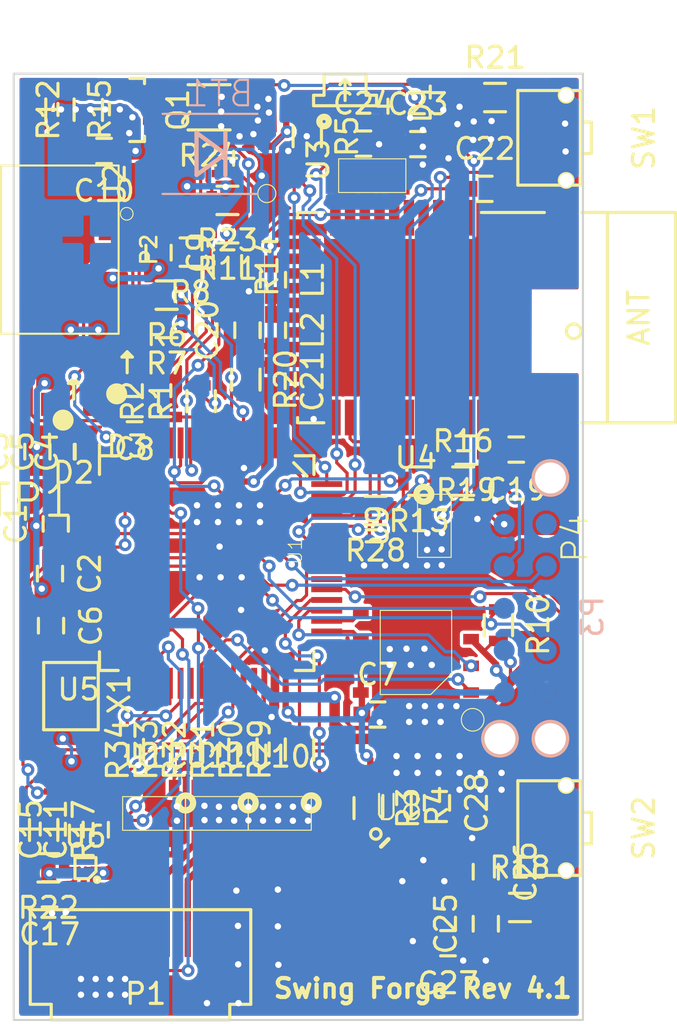
<source format=kicad_pcb>
(kicad_pcb (version 4) (host pcbnew 4.0.2-stable)
  (title_block (date 2016-11-25))
  (layers (0 F.Cu signal) (31 B.Cu signal hide) (34 B.Paste user hide) (35 F.Paste user) (36 B.SilkS user hide) (37 F.SilkS user hide) (38 B.Mask user hide) (39 F.Mask user hide) (44 Edge.Cuts user))
  (net 0 "")
  (net 1 +3V3)
  (net 2 GND)
  (net 3 "Net-(C4-Pad1)")
  (net 4 "Net-(C11-Pad1)")
  (net 5 "Net-(C15-Pad1)")
  (net 6 /DAC_audio_system/DAC_SIGNAL)
  (net 7 +BATT)
  (net 8 "Net-(C19-Pad1)")
  (net 9 "Net-(C20-Pad1)")
  (net 10 "Net-(C23-Pad1)")
  (net 11 "Net-(C24-Pad1)")
  (net 12 "Net-(C27-Pad2)")
  (net 13 "Net-(C28-Pad2)")
  (net 14 /LED_B)
  (net 15 "Net-(D1-Pad1)")
  (net 16 /LED_G)
  (net 17 "Net-(D2-Pad2)")
  (net 18 "Net-(D2-Pad1)")
  (net 19 "Net-(D3-Pad1)")
  (net 20 "Net-(L1-Pad2)")
  (net 21 /MotorDrivers/MOT_OUT_2)
  (net 22 /MotorDrivers/MOT_OUT_3)
  (net 23 /MotorDrivers/MOT_OUT_4)
  (net 24 /MotorDrivers/MOT_OUT_5)
  (net 25 /MotorDrivers/MOT_OUT_6)
  (net 26 /MotorDrivers/MOT_OUT_7)
  (net 27 /DAC_audio_system/Speaker_OUT+)
  (net 28 /DAC_audio_system/Speaker_OUT-)
  (net 29 "Net-(P2-Pad2)")
  (net 30 "Net-(P2-Pad3)")
  (net 31 /Lipo_System/USB_ID)
  (net 32 SDA)
  (net 33 SCL)
  (net 34 /LED_R)
  (net 35 "Net-(R11-Pad2)")
  (net 36 "Net-(R28-Pad1)")
  (net 37 /MotorDrivers/MOT_IN_1)
  (net 38 "Net-(R29-Pad1)")
  (net 39 /MotorDrivers/MOT_IN_2)
  (net 40 "Net-(R30-Pad1)")
  (net 41 /MotorDrivers/MOT_IN_3)
  (net 42 "Net-(R31-Pad1)")
  (net 43 /MotorDrivers/MOT_IN_4)
  (net 44 "Net-(R32-Pad1)")
  (net 45 /MotorDrivers/MOT_IN_5)
  (net 46 "Net-(R33-Pad1)")
  (net 47 /MotorDrivers/MOT_IN_6)
  (net 48 "Net-(R34-Pad1)")
  (net 49 /MotorDrivers/MOT_IN_7)
  (net 50 "Net-(U1-Pad32)")
  (net 51 "Net-(U1-Pad33)")
  (net 52 /DAC_audio_system/AUDIO_SHUTDOWN)
  (net 53 SCK)
  (net 54 MOSI)
  (net 55 MISO)
  (net 56 /BLE/DCC)
  (net 57 /Lipo_System/USB_D-)
  (net 58 /Lipo_System/USB_D+)
  (net 59 /VOL_UP)
  (net 60 /VOL_DOWN)
  (net 61 /BATT_SENSE)
  (net 62 /Lipo_System/USB+)
  (net 63 "Net-(C15-Pad2)")
  (net 64 PWR_SW+)
  (net 65 PWR_SW-)
  (net 66 /SWO)
  (net 67 /RST)
  (net 68 /SWDIO)
  (net 69 /SWDCLK)
  (net 70 /BLE/BLE_SWDCLK)
  (net 71 /BLE/BLE_SWDIO)
  (net 72 PWR_NFET_D)
  (net 73 PWR_NFET_G)
  (net 74 "Net-(R22-Pad1)")
  (net 75 /DAC_audio_system/AUDIO_GAIN)
  (net 76 "Net-(R23-Pad2)")
  (net 77 /Lipo_System/I_SENSE)
  (net 78 /DAC_audio_system/FLASH_CS)
  (net 79 /BLE/BLE_TX)
  (net 80 /BLE/BLE_RX)
  (net 81 /MotionBoard/IMU_INT)
  (net 82 "Net-(U1-Pad2)")
  (net 83 "Net-(U1-Pad19)")
  (net 84 "Net-(U1-Pad20)")
  (net 85 "Net-(U1-Pad26)")
  (net 86 "Net-(U1-Pad27)")
  (net 87 "Net-(U1-Pad39)")
  (net 88 "Net-(U1-Pad55)")
  (net 89 "Net-(U1-Pad56)")
  (net 90 "Net-(U1-Pad57)")
  (net 91 "Net-(U1-Pad58)")
  (net 92 "Net-(U2-Pad7)")
  (net 93 "Net-(U7-Pad16)")
  (net 94 "Net-(U7-Pad17)")
  (net 95 "Net-(U7-Pad18)")
  (net 96 "Net-(U7-Pad19)")
  (net 97 "Net-(U7-Pad20)")
  (net 98 "Net-(U7-Pad21)")
  (net 99 "Net-(U7-Pad22)")
  (net 100 "Net-(U7-Pad23)")
  (net 101 "Net-(U7-Pad24)")
  (net 102 "Net-(U7-Pad26)")
  (net 103 "Net-(U7-Pad28)")
  (net 104 "Net-(U7-Pad30)")
  (net 105 "Net-(U7-Pad31)")
  (net 106 "Net-(U7-Pad32)")
  (net 107 "Net-(U7-Pad33)")
  (net 108 "Net-(U7-Pad34)")
  (net 109 "Net-(U7-Pad37)")
  (net 110 "Net-(U7-Pad38)")
  (net 111 "Net-(U7-Pad39)")
  (net 112 "Net-(U7-Pad40)")
  (net 113 "Net-(U7-Pad4)")
  (net 114 "Net-(U7-Pad5)")
  (net 115 "Net-(U7-Pad6)")
  (net 116 "Net-(U7-Pad7)")
  (net 117 "Net-(U7-Pad8)")
  (net 118 "Net-(U7-Pad11)")
  (net 119 "Net-(U7-Pad12)")
  (net 120 "Net-(U8-Pad1)")
  (net 121 "Net-(U8-Pad3)")
  (net 122 "Net-(U8-Pad4)")
  (net 123 "Net-(U8-Pad5)")
  (net 124 "Net-(U8-Pad6)")
  (net 125 "Net-(U8-Pad7)")
  (net 126 "Net-(U8-Pad11)")
  (net 127 "Net-(U8-Pad14)")
  (net 128 "Net-(U8-Pad15)")
  (net 129 "Net-(U8-Pad16)")
  (net 130 "Net-(U8-Pad17)")
  (net 131 "Net-(U8-Pad19)")
  (net 132 "Net-(U8-Pad21)")
  (net 133 "Net-(U8-Pad22)")
  (net 134 /MotorDrivers/MOT_OUT_1)
  (net 135 /Lipo_System/CHG+)
  (net 136 /Lipo_System/SHUNT+)
  (net 137 "Net-(U1-Pad29)")
  (net 138 "Net-(U1-Pad28)")
  (net 139 "Net-(U1-Pad12)")
  (net 140 "Net-(P3-Pad1)")
  (module Housings_DFN_QFN:DFN-10-1EP_3x3mm_Pitch0.5mm (layer F.Cu) (at 131.63 80.1875 90)
    (fp_text reference U2 (at 0 -2.575 90) (layer F.SilkS))
    (fp_text value MCP73833-FCI/MF)
    (pad 1 smd rect (at -1.55 -1 90) (size 0.65 0.3) (layers F.Cu F.Paste F.Mask) (net 62 /Lipo_System/USB+))
    (pad 2 smd rect (at -1.55 -0.5 90) (size 0.65 0.3) (layers F.Cu F.Paste F.Mask) (net 62 /Lipo_System/USB+))
    (pad 3 smd rect (at -1.55 0 90) (size 0.65 0.3) (layers F.Cu F.Paste F.Mask) (net 18 "Net-(D2-Pad1)"))
    (pad 4 smd rect (at -1.55 0.5 90) (size 0.65 0.3) (layers F.Cu F.Paste F.Mask) (net 19 "Net-(D3-Pad1)"))
    (pad 5 smd rect (at -1.55 1 90) (size 0.65 0.3) (layers F.Cu F.Paste F.Mask) (net 2 GND))
    (pad 6 smd rect (at 1.55 1 90) (size 0.65 0.3) (layers F.Cu F.Paste F.Mask) (net 35 "Net-(R11-Pad2)"))
    (pad 7 smd rect (at 1.55 0.5 90) (size 0.65 0.3) (layers F.Cu F.Paste F.Mask) (net 92 "Net-(U2-Pad7)"))
    (pad 8 smd rect (at 1.55 0 90) (size 0.65 0.3) (layers F.Cu F.Paste F.Mask) (net 76 "Net-(R23-Pad2)"))
    (pad 9 smd rect (at 1.55 -0.5 90) (size 0.65 0.3) (layers F.Cu F.Paste F.Mask) (net 135 /Lipo_System/CHG+))
    (pad 10 smd rect (at 1.55 -1 90) (size 0.65 0.3) (layers F.Cu F.Paste F.Mask) (net 135 /Lipo_System/CHG+))
    (pad EP smd rect (at 0.3875 0.62 90) (size 0.775 1.24) (layers F.Cu F.Paste F.Mask) (net 2 GND))
    (pad EP smd rect (at 0.3875 -0.62 90) (size 0.775 1.24) (layers F.Cu F.Paste F.Mask) (net 2 GND))
    (pad EP smd rect (at -0.3875 0.62 90) (size 0.775 1.24) (layers F.Cu F.Paste F.Mask) (net 2 GND))
    (pad EP smd rect (at -0.3875 -0.62 90) (size 0.775 1.24) (layers F.Cu F.Paste F.Mask) (net 2 GND))
  )
  (module SparkFun-DiscreteSemi:SMB-DIODE (layer F.Cu) (at 149.525 100.425 270)
    (fp_text reference P4 (at -2.159 -2.159 270) (layer F.SilkS) (effects (font (size 1.2065 1.2065) (thickness 0.1016)) (justify left bottom)))
    (fp_text value MOT_CHEST hide)
    (pad 2 smd rect (at -2.2 0 270) (size 2.4 2.4) (layers F.Cu F.Mask) (net 134 /MotorDrivers/MOT_OUT_1))
    (pad 1 smd rect (at 2.2 0 270) (size 2.4 2.4) (layers F.Cu F.Mask) (net 7 +BATT))
  )
  (module Resistors_SMD:R_0603 (layer F.Cu) (at 148.35 114.575)
    (fp_text reference R18 (at 0 -1.9) (layer F.SilkS))
    (fp_text value 10k)
    (pad 1 smd rect (at -0.75 0) (size 0.5 0.9) (layers F.Cu F.Paste F.Mask) (net 1 +3V3))
    (pad 2 smd rect (at 0.75 0) (size 0.5 0.9) (layers F.Cu F.Paste F.Mask) (net 60 /VOL_DOWN))
  )
  (module Resistors_SMD:R_0603 (layer F.Cu) (at 138.225 77.9 270)
    (fp_text reference R5 (at 0 -1.9 270) (layer F.SilkS))
    (fp_text value 150R)
    (pad 1 smd rect (at -0.75 0 270) (size 0.5 0.9) (layers F.Cu F.Paste F.Mask) (net 15 "Net-(D1-Pad1)"))
    (pad 2 smd rect (at 0.75 0 270) (size 0.5 0.9) (layers F.Cu F.Paste F.Mask) (net 34 /LED_R))
  )
  (module Capacitors_SMD:C_0603 (layer F.Cu) (at 126.025 101.175 270)
    (fp_text reference C6 (at 0 -1.9 270) (layer F.SilkS))
    (fp_text value 0.1uF)
    (pad 1 smd rect (at -0.75 0 270) (size 0.8 0.75) (layers F.Cu F.Paste F.Mask) (net 1 +3V3))
    (pad 2 smd rect (at 0.75 0 270) (size 0.8 0.75) (layers F.Cu F.Paste F.Mask) (net 2 GND))
  )
  (module Sensors_Custom:MPU-6050_QFN-24 (layer F.Cu) (at 143.739038 113.32893)
    (fp_text reference U8 (at -2.45 -2.8) (layer F.SilkS) (effects (font (size 1.2065 1.2065) (thickness 0.1016)) (justify left bottom)))
    (fp_text value MPU-6050 hide)
    (pad 1 smd rect (at -2 -1.25 180) (size 0.8 0.3) (layers F.Cu F.Paste F.Mask) (net 120 "Net-(U8-Pad1)"))
    (pad 2 smd rect (at -2 -0.75 180) (size 0.8 0.3) (layers F.Cu F.Paste F.Mask) (net 33 SCL))
    (pad 3 smd rect (at -2 -0.25 180) (size 0.8 0.3) (layers F.Cu F.Paste F.Mask) (net 121 "Net-(U8-Pad3)"))
    (pad 4 smd rect (at -2 0.25 180) (size 0.8 0.3) (layers F.Cu F.Paste F.Mask) (net 122 "Net-(U8-Pad4)"))
    (pad 5 smd rect (at -2 0.75 180) (size 0.8 0.3) (layers F.Cu F.Paste F.Mask) (net 123 "Net-(U8-Pad5)"))
    (pad 6 smd rect (at -2 1.25 180) (size 0.8 0.3) (layers F.Cu F.Paste F.Mask) (net 124 "Net-(U8-Pad6)"))
    (pad 7 smd rect (at -1.25 2 90) (size 0.8 0.3) (layers F.Cu F.Paste F.Mask) (net 125 "Net-(U8-Pad7)"))
    (pad 8 smd rect (at -0.75 2 90) (size 0.8 0.3) (layers F.Cu F.Paste F.Mask) (net 1 +3V3))
    (pad 9 smd rect (at -0.25 2 90) (size 0.8 0.3) (layers F.Cu F.Paste F.Mask) (net 2 GND))
    (pad 10 smd rect (at 0.25 2 90) (size 0.8 0.3) (layers F.Cu F.Paste F.Mask) (net 12 "Net-(C27-Pad2)"))
    (pad 11 smd rect (at 0.75 2 90) (size 0.8 0.3) (layers F.Cu F.Paste F.Mask) (net 126 "Net-(U8-Pad11)"))
    (pad 12 smd rect (at 1.25 2 90) (size 0.8 0.3) (layers F.Cu F.Paste F.Mask) (net 81 /MotionBoard/IMU_INT))
    (pad 13 smd rect (at 2 1.25) (size 0.8 0.3) (layers F.Cu F.Paste F.Mask) (net 1 +3V3))
    (pad 14 smd rect (at 2 0.75) (size 0.8 0.3) (layers F.Cu F.Paste F.Mask) (net 127 "Net-(U8-Pad14)"))
    (pad 15 smd rect (at 2 0.25) (size 0.8 0.3) (layers F.Cu F.Paste F.Mask) (net 128 "Net-(U8-Pad15)"))
    (pad 16 smd rect (at 2 -0.25) (size 0.8 0.3) (layers F.Cu F.Paste F.Mask) (net 129 "Net-(U8-Pad16)"))
    (pad 17 smd rect (at 2 -0.75) (size 0.8 0.3) (layers F.Cu F.Paste F.Mask) (net 130 "Net-(U8-Pad17)"))
    (pad 18 smd rect (at 2 -1.25) (size 0.8 0.3) (layers F.Cu F.Paste F.Mask) (net 2 GND))
    (pad 19 smd rect (at 1.25 -2 270) (size 0.8 0.3) (layers F.Cu F.Paste F.Mask) (net 131 "Net-(U8-Pad19)"))
    (pad 20 smd rect (at 0.75 -2 270) (size 0.8 0.3) (layers F.Cu F.Paste F.Mask) (net 13 "Net-(C28-Pad2)"))
    (pad 21 smd rect (at 0.25 -2 270) (size 0.8 0.3) (layers F.Cu F.Paste F.Mask) (net 132 "Net-(U8-Pad21)"))
    (pad 22 smd rect (at -0.25 -2 270) (size 0.8 0.3) (layers F.Cu F.Paste F.Mask) (net 133 "Net-(U8-Pad22)"))
    (pad 23 smd rect (at -0.75 -2 270) (size 0.8 0.3) (layers F.Cu F.Paste F.Mask) (net 33 SCL))
    (pad 24 smd rect (at -1.25 -2 270) (size 0.8 0.3) (layers F.Cu F.Paste F.Mask) (net 32 SDA))
    (pad 18 smd rect (at 0 0) (size 1 1) (layers F.Cu F.Paste F.Mask) (net 2 GND))
  )
  (module open-project:MICRO-B_USB (layer F.Cu) (at 124.843995 83.292195 270)
    (fp_text reference P2 (at 0 -5.842 270) (layer F.SilkS) (effects (font (size 0.762 0.762) (thickness 0.127))))
    (fp_text value USB_micro_B hide)
    (pad 6 smd rect (at -1.19888 -1.4478 270) (size 1.89738 1.89738) (layers F.Cu F.Paste F.Mask) (net 2 GND))
    (pad 6 smd rect (at 1.19888 -1.4478 270) (size 1.89992 1.89738) (layers F.Cu F.Paste F.Mask) (net 2 GND))
    (pad 6 smd rect (at 3.79984 -1.4478 270) (size 1.79578 1.89738) (layers F.Cu F.Paste F.Mask) (net 2 GND))
    (pad 6 smd rect (at -3.0988 -3.99796 270) (size 2.0955 1.59766) (layers F.Cu F.Paste F.Mask) (net 2 GND))
    (pad 1 smd rect (at -1.29794 -4.12496 270) (size 0.39878 1.3462) (layers F.Cu F.Paste F.Mask) (net 62 /Lipo_System/USB+) (clearance 0.2032))
    (pad 2 smd rect (at -0.6477 -4.12496 270) (size 0.39878 1.3462) (layers F.Cu F.Paste F.Mask) (net 29 "Net-(P2-Pad2)") (clearance 0.2032))
    (pad 3 smd rect (at 0 -4.12496 270) (size 0.39878 1.3462) (layers F.Cu F.Paste F.Mask) (net 30 "Net-(P2-Pad3)") (clearance 0.2032))
    (pad 4 smd rect (at 0.6477 -4.12496 270) (size 0.39878 1.3462) (layers F.Cu F.Paste F.Mask) (net 31 /Lipo_System/USB_ID) (clearance 0.2032))
    (pad 5 smd rect (at 1.29794 -4.12496 270) (size 0.39878 1.3462) (layers F.Cu F.Paste F.Mask) (net 2 GND) (clearance 0.2032))
    (pad 6 smd rect (at 3.0988 -3.99796 270) (size 2.0955 1.59766) (layers F.Cu F.Paste F.Mask) (net 2 GND))
    (pad 6 smd rect (at -3.79984 -1.4478 270) (size 1.79578 1.89738) (layers F.Cu F.Paste F.Mask) (net 2 GND))
  )
  (module MK20DX256VLH7:QFP50P1200X1200X160-64N (layer F.Cu) (at 133.437281 98.199409 270)
    (fp_text reference U1 (at -0.5588 -4.2164 270) (layer F.SilkS) (effects (font (size 0.64 0.64) (thickness 0.05))))
    (fp_text value MK20DX256VLH7 hide)
    (pad 1 smd rect (at -5.715 -3.7592 180) (size 0.2794 1.4732) (layers F.Cu F.Paste F.Mask) (net 59 /VOL_UP))
    (pad 2 smd rect (at -5.715 -3.2512 180) (size 0.2794 1.4732) (layers F.Cu F.Paste F.Mask) (net 82 "Net-(U1-Pad2)"))
    (pad 3 smd rect (at -5.715 -2.7432 180) (size 0.2794 1.4732) (layers F.Cu F.Paste F.Mask) (net 1 +3V3))
    (pad 4 smd rect (at -5.715 -2.2606 180) (size 0.2794 1.4732) (layers F.Cu F.Paste F.Mask) (net 2 GND))
    (pad 5 smd rect (at -5.715 -1.7526 180) (size 0.2794 1.4732) (layers F.Cu F.Paste F.Mask) (net 58 /Lipo_System/USB_D+))
    (pad 6 smd rect (at -5.715 -1.2446 180) (size 0.2794 1.4732) (layers F.Cu F.Paste F.Mask) (net 57 /Lipo_System/USB_D-))
    (pad 7 smd rect (at -5.715 -0.762 180) (size 0.2794 1.4732) (layers F.Cu F.Paste F.Mask) (net 1 +3V3))
    (pad 8 smd rect (at -5.715 -0.254 180) (size 0.2794 1.4732) (layers F.Cu F.Paste F.Mask) (net 7 +BATT))
    (pad 9 smd rect (at -5.715 0.254 180) (size 0.2794 1.4732) (layers F.Cu F.Paste F.Mask) (net 61 /BATT_SENSE))
    (pad 10 smd rect (at -5.715 0.762 180) (size 0.2794 1.4732) (layers F.Cu F.Paste F.Mask) (net 77 /Lipo_System/I_SENSE))
    (pad 11 smd rect (at -5.715 1.2446 180) (size 0.2794 1.4732) (layers F.Cu F.Paste F.Mask) (net 73 PWR_NFET_G))
    (pad 12 smd rect (at -5.715 1.7526 180) (size 0.2794 1.4732) (layers F.Cu F.Paste F.Mask) (net 139 "Net-(U1-Pad12)"))
    (pad 13 smd rect (at -5.715 2.2606 180) (size 0.2794 1.4732) (layers F.Cu F.Paste F.Mask) (net 1 +3V3))
    (pad 14 smd rect (at -5.715 2.7432 180) (size 0.2794 1.4732) (layers F.Cu F.Paste F.Mask) (net 1 +3V3))
    (pad 15 smd rect (at -5.715 3.2512 180) (size 0.2794 1.4732) (layers F.Cu F.Paste F.Mask) (net 2 GND))
    (pad 16 smd rect (at -5.715 3.7592 180) (size 0.2794 1.4732) (layers F.Cu F.Paste F.Mask) (net 2 GND))
    (pad 17 smd rect (at -3.7592 5.715 90) (size 0.2794 1.4732) (layers F.Cu F.Paste F.Mask) (net 3 "Net-(C4-Pad1)"))
    (pad 18 smd rect (at -3.2512 5.715 90) (size 0.2794 1.4732) (layers F.Cu F.Paste F.Mask) (net 6 /DAC_audio_system/DAC_SIGNAL))
    (pad 19 smd rect (at -2.7432 5.715 90) (size 0.2794 1.4732) (layers F.Cu F.Paste F.Mask) (net 83 "Net-(U1-Pad19)"))
    (pad 20 smd rect (at -2.2606 5.715 90) (size 0.2794 1.4732) (layers F.Cu F.Paste F.Mask) (net 84 "Net-(U1-Pad20)"))
    (pad 21 smd rect (at -1.7526 5.715 90) (size 0.2794 1.4732) (layers F.Cu F.Paste F.Mask) (net 1 +3V3))
    (pad 22 smd rect (at -1.2446 5.715 90) (size 0.2794 1.4732) (layers F.Cu F.Paste F.Mask) (net 69 /SWDCLK))
    (pad 23 smd rect (at -0.762 5.715 90) (size 0.2794 1.4732) (layers F.Cu F.Paste F.Mask) (net 31 /Lipo_System/USB_ID))
    (pad 24 smd rect (at -0.254 5.715 90) (size 0.2794 1.4732) (layers F.Cu F.Paste F.Mask) (net 66 /SWO))
    (pad 25 smd rect (at 0.254 5.715 90) (size 0.2794 1.4732) (layers F.Cu F.Paste F.Mask) (net 68 /SWDIO))
    (pad 26 smd rect (at 0.762 5.715 90) (size 0.2794 1.4732) (layers F.Cu F.Paste F.Mask) (net 85 "Net-(U1-Pad26)"))
    (pad 27 smd rect (at 1.2446 5.715 90) (size 0.2794 1.4732) (layers F.Cu F.Paste F.Mask) (net 86 "Net-(U1-Pad27)"))
    (pad 28 smd rect (at 1.7526 5.715 90) (size 0.2794 1.4732) (layers F.Cu F.Paste F.Mask) (net 138 "Net-(U1-Pad28)"))
    (pad 29 smd rect (at 2.2606 5.715 90) (size 0.2794 1.4732) (layers F.Cu F.Paste F.Mask) (net 137 "Net-(U1-Pad29)"))
    (pad 30 smd rect (at 2.7432 5.715 90) (size 0.2794 1.4732) (layers F.Cu F.Paste F.Mask) (net 1 +3V3))
    (pad 31 smd rect (at 3.2512 5.715 90) (size 0.2794 1.4732) (layers F.Cu F.Paste F.Mask) (net 2 GND))
    (pad 32 smd rect (at 3.7592 5.715 90) (size 0.2794 1.4732) (layers F.Cu F.Paste F.Mask) (net 50 "Net-(U1-Pad32)"))
    (pad 33 smd rect (at 5.715 3.7592 180) (size 0.2794 1.4732) (layers F.Cu F.Paste F.Mask) (net 51 "Net-(U1-Pad33)"))
    (pad 34 smd rect (at 5.715 3.2512 180) (size 0.2794 1.4732) (layers F.Cu F.Paste F.Mask) (net 67 /RST))
    (pad 35 smd rect (at 5.715 2.7432 180) (size 0.2794 1.4732) (layers F.Cu F.Paste F.Mask) (net 52 /DAC_audio_system/AUDIO_SHUTDOWN))
    (pad 36 smd rect (at 5.715 2.2606 180) (size 0.2794 1.4732) (layers F.Cu F.Paste F.Mask) (net 75 /DAC_audio_system/AUDIO_GAIN))
    (pad 37 smd rect (at 5.715 1.7526 180) (size 0.2794 1.4732) (layers F.Cu F.Paste F.Mask) (net 33 SCL))
    (pad 38 smd rect (at 5.715 1.2446 180) (size 0.2794 1.4732) (layers F.Cu F.Paste F.Mask) (net 32 SDA))
    (pad 39 smd rect (at 5.715 0.762 180) (size 0.2794 1.4732) (layers F.Cu F.Paste F.Mask) (net 87 "Net-(U1-Pad39)"))
    (pad 40 smd rect (at 5.715 0.254 180) (size 0.2794 1.4732) (layers F.Cu F.Paste F.Mask) (net 78 /DAC_audio_system/FLASH_CS))
    (pad 41 smd rect (at 5.715 -0.254 180) (size 0.2794 1.4732) (layers F.Cu F.Paste F.Mask) (net 49 /MotorDrivers/MOT_IN_7))
    (pad 42 smd rect (at 5.715 -0.762 180) (size 0.2794 1.4732) (layers F.Cu F.Paste F.Mask) (net 47 /MotorDrivers/MOT_IN_6))
    (pad 43 smd rect (at 5.715 -1.2446 180) (size 0.2794 1.4732) (layers F.Cu F.Paste F.Mask) (net 65 PWR_SW-))
    (pad 44 smd rect (at 5.715 -1.7526 180) (size 0.2794 1.4732) (layers F.Cu F.Paste F.Mask) (net 45 /MotorDrivers/MOT_IN_5))
    (pad 45 smd rect (at 5.715 -2.2606 180) (size 0.2794 1.4732) (layers F.Cu F.Paste F.Mask) (net 43 /MotorDrivers/MOT_IN_4))
    (pad 46 smd rect (at 5.715 -2.7432 180) (size 0.2794 1.4732) (layers F.Cu F.Paste F.Mask) (net 41 /MotorDrivers/MOT_IN_3))
    (pad 47 smd rect (at 5.715 -3.2512 180) (size 0.2794 1.4732) (layers F.Cu F.Paste F.Mask) (net 2 GND))
    (pad 48 smd rect (at 5.715 -3.7592 180) (size 0.2794 1.4732) (layers F.Cu F.Paste F.Mask) (net 1 +3V3))
    (pad 49 smd rect (at 3.7592 -5.715 90) (size 0.2794 1.4732) (layers F.Cu F.Paste F.Mask) (net 39 /MotorDrivers/MOT_IN_2))
    (pad 50 smd rect (at 3.2512 -5.715 90) (size 0.2794 1.4732) (layers F.Cu F.Paste F.Mask) (net 53 SCK))
    (pad 51 smd rect (at 2.7432 -5.715 90) (size 0.2794 1.4732) (layers F.Cu F.Paste F.Mask) (net 54 MOSI))
    (pad 52 smd rect (at 2.2606 -5.715 90) (size 0.2794 1.4732) (layers F.Cu F.Paste F.Mask) (net 55 MISO))
    (pad 53 smd rect (at 1.7526 -5.715 90) (size 0.2794 1.4732) (layers F.Cu F.Paste F.Mask) (net 81 /MotionBoard/IMU_INT))
    (pad 54 smd rect (at 1.2446 -5.715 90) (size 0.2794 1.4732) (layers F.Cu F.Paste F.Mask) (net 60 /VOL_DOWN))
    (pad 55 smd rect (at 0.762 -5.715 90) (size 0.2794 1.4732) (layers F.Cu F.Paste F.Mask) (net 88 "Net-(U1-Pad55)"))
    (pad 56 smd rect (at 0.254 -5.715 90) (size 0.2794 1.4732) (layers F.Cu F.Paste F.Mask) (net 89 "Net-(U1-Pad56)"))
    (pad 57 smd rect (at -0.254 -5.715 90) (size 0.2794 1.4732) (layers F.Cu F.Paste F.Mask) (net 90 "Net-(U1-Pad57)"))
    (pad 58 smd rect (at -0.762 -5.715 90) (size 0.2794 1.4732) (layers F.Cu F.Paste F.Mask) (net 91 "Net-(U1-Pad58)"))
    (pad 59 smd rect (at -1.2446 -5.715 90) (size 0.2794 1.4732) (layers F.Cu F.Paste F.Mask) (net 79 /BLE/BLE_TX))
    (pad 60 smd rect (at -1.7526 -5.715 90) (size 0.2794 1.4732) (layers F.Cu F.Paste F.Mask) (net 80 /BLE/BLE_RX))
    (pad 61 smd rect (at -2.2606 -5.715 90) (size 0.2794 1.4732) (layers F.Cu F.Paste F.Mask) (net 37 /MotorDrivers/MOT_IN_1))
    (pad 62 smd rect (at -2.7432 -5.715 90) (size 0.2794 1.4732) (layers F.Cu F.Paste F.Mask) (net 14 /LED_B))
    (pad 63 smd rect (at -3.2512 -5.715 90) (size 0.2794 1.4732) (layers F.Cu F.Paste F.Mask) (net 16 /LED_G))
    (pad 64 smd rect (at -3.7592 -5.715 90) (size 0.2794 1.4732) (layers F.Cu F.Paste F.Mask) (net 34 /LED_R))
  )
  (module SparkFun-DiscreteSemi:SMB-DIODE (layer B.Cu) (at 133.595854 78.74 180)
    (fp_text reference BT1 (at -2.159 2.159 180) (layer B.SilkS) (effects (font (size 1.2065 1.2065) (thickness 0.1016)) (justify left bottom mirror)))
    (fp_text value "Lipo 1S 1Ah" hide)
    (pad 2 smd rect (at -7.404146 0 180) (size 3.8 3.8) (layers B.Cu B.Mask) (net 2 GND))
    (pad 1 smd rect (at 5.730854 0 180) (size 4 4) (layers B.Cu B.Mask) (net 135 /Lipo_System/CHG+))
  )
  (module Resistors_SMD:R_0603 (layer F.Cu) (at 131.105 107.08 90)
    (fp_text reference R34 (at 0 -1.9 90) (layer F.SilkS))
    (fp_text value 150R)
    (pad 1 smd rect (at -0.75 0 90) (size 0.5 0.9) (layers F.Cu F.Paste F.Mask) (net 48 "Net-(R34-Pad1)"))
    (pad 2 smd rect (at 0.75 0 90) (size 0.5 0.9) (layers F.Cu F.Paste F.Mask) (net 49 /MotorDrivers/MOT_IN_7))
  )
  (module SOT_Custom:SC70 (layer F.Cu) (at 136.3 79.675 90)
    (fp_text reference U3 (at 0.65 2.45 90) (layer F.SilkS))
    (fp_text value INA199x2DCK)
    (pad 1 smd rect (at 0 0 90) (size 0.35 0.85) (layers F.Cu F.Paste F.Mask) (net 2 GND))
    (pad 2 smd rect (at 0.65 0 90) (size 0.35 0.85) (layers F.Cu F.Paste F.Mask) (net 2 GND))
    (pad 3 smd rect (at 1.3 0 90) (size 0.35 0.85) (layers F.Cu F.Paste F.Mask) (net 1 +3V3))
    (pad 4 smd rect (at 1.3 -2.2 90) (size 0.35 0.85) (layers F.Cu F.Paste F.Mask) (net 136 /Lipo_System/SHUNT+))
    (pad 5 smd rect (at 0.65 -2.2 90) (size 0.35 0.85) (layers F.Cu F.Paste F.Mask) (net 7 +BATT))
    (pad 6 smd rect (at 0 -2.2 90) (size 0.35 0.85) (layers F.Cu F.Paste F.Mask) (net 77 /Lipo_System/I_SENSE))
  )
  (module MDBT40:MDBT40 (layer F.Cu) (at 137.763348 86.526518 270)
    (fp_text reference U7 hide)
    (fp_text value MDBT40 hide)
    (fp_text user ANT (at 0 -16.25 270) (layer F.SilkS))
    (pad 13 smd rect (at -4.2 -0.25 270) (size 0.5 1.7) (layers F.Cu F.Paste F.Mask) (net 2 GND))
    (pad 14 smd rect (at -3.5 -0.25 270) (size 0.5 1.7) (layers F.Cu F.Paste F.Mask) (net 1 +3V3))
    (pad 15 smd rect (at -2.8 -0.25 270) (size 0.5 1.7) (layers F.Cu F.Paste F.Mask) (net 56 /BLE/DCC))
    (pad 16 smd rect (at -2.1 -0.25 270) (size 0.5 1.7) (layers F.Cu F.Paste F.Mask) (net 93 "Net-(U7-Pad16)"))
    (pad 17 smd rect (at -1.4 -0.25 270) (size 0.5 1.7) (layers F.Cu F.Paste F.Mask) (net 94 "Net-(U7-Pad17)"))
    (pad 18 smd rect (at -0.7 -0.25 270) (size 0.5 1.7) (layers F.Cu F.Paste F.Mask) (net 95 "Net-(U7-Pad18)"))
    (pad 19 smd rect (at 0 -0.25 270) (size 0.5 1.7) (layers F.Cu F.Paste F.Mask) (net 96 "Net-(U7-Pad19)"))
    (pad 20 smd rect (at 0.7 -0.25 270) (size 0.5 1.7) (layers F.Cu F.Paste F.Mask) (net 97 "Net-(U7-Pad20)"))
    (pad 21 smd rect (at 1.4 -0.25 270) (size 0.5 1.7) (layers F.Cu F.Paste F.Mask) (net 98 "Net-(U7-Pad21)"))
    (pad 22 smd rect (at 2.1 -0.25 270) (size 0.5 1.7) (layers F.Cu F.Paste F.Mask) (net 99 "Net-(U7-Pad22)"))
    (pad 23 smd rect (at 2.8 -0.25 270) (size 0.5 1.7) (layers F.Cu F.Paste F.Mask) (net 100 "Net-(U7-Pad23)"))
    (pad 24 smd rect (at 3.5 -0.25 270) (size 0.5 1.7) (layers F.Cu F.Paste F.Mask) (net 101 "Net-(U7-Pad24)"))
    (pad 25 smd rect (at 4.2 -0.25 270) (size 0.5 1.7) (layers F.Cu F.Paste F.Mask) (net 2 GND))
    (pad 1 smd rect (at -4.75 -13 270) (size 1.7 0.5) (layers F.Cu F.Paste F.Mask) (net 2 GND))
    (pad 2 smd rect (at -4.75 -12.3 270) (size 1.7 0.5) (layers F.Cu F.Paste F.Mask) (net 2 GND))
    (pad 26 smd rect (at 4.75 -1.8 270) (size 1.7 0.5) (layers F.Cu F.Paste F.Mask) (net 102 "Net-(U7-Pad26)"))
    (pad 27 smd rect (at 4.75 -2.5 270) (size 1.7 0.5) (layers F.Cu F.Paste F.Mask) (net 79 /BLE/BLE_TX))
    (pad 28 smd rect (at 4.75 -3.2 270) (size 1.7 0.5) (layers F.Cu F.Paste F.Mask) (net 103 "Net-(U7-Pad28)"))
    (pad 29 smd rect (at 4.75 -3.9 270) (size 1.7 0.5) (layers F.Cu F.Paste F.Mask) (net 80 /BLE/BLE_RX))
    (pad 30 smd rect (at 4.75 -4.6 270) (size 1.7 0.5) (layers F.Cu F.Paste F.Mask) (net 104 "Net-(U7-Pad30)"))
    (pad 31 smd rect (at 4.75 -5.3 270) (size 1.7 0.5) (layers F.Cu F.Paste F.Mask) (net 105 "Net-(U7-Pad31)"))
    (pad 32 smd rect (at 4.75 -6 270) (size 1.7 0.5) (layers F.Cu F.Paste F.Mask) (net 106 "Net-(U7-Pad32)"))
    (pad 33 smd rect (at 4.75 -6.7 270) (size 1.7 0.5) (layers F.Cu F.Paste F.Mask) (net 107 "Net-(U7-Pad33)"))
    (pad 34 smd rect (at 4.75 -7.4 270) (size 1.7 0.5) (layers F.Cu F.Paste F.Mask) (net 108 "Net-(U7-Pad34)"))
    (pad 35 smd rect (at 4.75 -8.1 270) (size 1.7 0.5) (layers F.Cu F.Paste F.Mask) (net 71 /BLE/BLE_SWDIO))
    (pad 36 smd rect (at 4.75 -8.8 270) (size 1.7 0.5) (layers F.Cu F.Paste F.Mask) (net 70 /BLE/BLE_SWDCLK))
    (pad 37 smd rect (at 4.75 -9.5 270) (size 1.7 0.5) (layers F.Cu F.Paste F.Mask) (net 109 "Net-(U7-Pad37)"))
    (pad 38 smd rect (at 4.75 -10.2 270) (size 1.7 0.5) (layers F.Cu F.Paste F.Mask) (net 110 "Net-(U7-Pad38)"))
    (pad 39 smd rect (at 4.75 -10.9 270) (size 1.7 0.5) (layers F.Cu F.Paste F.Mask) (net 111 "Net-(U7-Pad39)"))
    (pad 40 smd rect (at 4.75 -11.6 270) (size 1.7 0.5) (layers F.Cu F.Paste F.Mask) (net 112 "Net-(U7-Pad40)"))
    (pad 41 smd rect (at 4.75 -12.3 270) (size 1.7 0.5) (layers F.Cu F.Paste F.Mask) (net 8 "Net-(C19-Pad1)"))
    (pad 42 smd rect (at 4.75 -13 270) (size 1.7 0.5) (layers F.Cu F.Paste F.Mask) (net 2 GND))
    (pad 3 smd rect (at -4.75 -8.1 270) (size 1.7 0.5) (layers F.Cu F.Paste F.Mask) (net 9 "Net-(C20-Pad1)"))
    (pad 4 smd rect (at -4.75 -7.4 270) (size 1.7 0.5) (layers F.Cu F.Paste F.Mask) (net 113 "Net-(U7-Pad4)"))
    (pad 5 smd rect (at -4.75 -6.7 270) (size 1.7 0.5) (layers F.Cu F.Paste F.Mask) (net 114 "Net-(U7-Pad5)"))
    (pad 6 smd rect (at -4.75 -6 270) (size 1.7 0.5) (layers F.Cu F.Paste F.Mask) (net 115 "Net-(U7-Pad6)"))
    (pad 7 smd rect (at -4.75 -5.3 270) (size 1.7 0.5) (layers F.Cu F.Paste F.Mask) (net 116 "Net-(U7-Pad7)"))
    (pad 8 smd rect (at -4.75 -4.6 270) (size 1.7 0.5) (layers F.Cu F.Paste F.Mask) (net 117 "Net-(U7-Pad8)"))
    (pad 9 smd rect (at -4.75 -3.9 270) (size 1.7 0.5) (layers F.Cu F.Paste F.Mask) (net 10 "Net-(C23-Pad1)"))
    (pad 10 smd rect (at -4.75 -3.2 270) (size 1.7 0.5) (layers F.Cu F.Paste F.Mask) (net 11 "Net-(C24-Pad1)"))
    (pad 11 smd rect (at -4.75 -2.5 270) (size 1.7 0.5) (layers F.Cu F.Paste F.Mask) (net 118 "Net-(U7-Pad11)"))
    (pad 12 smd rect (at -4.75 -1.8 270) (size 1.7 0.5) (layers F.Cu F.Paste F.Mask) (net 119 "Net-(U7-Pad12)"))
  )
  (module Crystal_Custom:ABS07AIG (layer F.Cu) (at 141.319348 79.775 180)
    (fp_text reference X2 hide)
    (fp_text value 32.768kHz hide)
    (pad 1 smd rect (at -1.275 0 180) (size 1 1.8) (layers F.Cu F.Paste F.Mask) (net 10 "Net-(C23-Pad1)"))
    (pad 2 smd rect (at 1.275 0 180) (size 1 1.8) (layers F.Cu F.Paste F.Mask) (net 11 "Net-(C24-Pad1)"))
  )
  (module Capacitors_SMD:C_0603 (layer F.Cu) (at 126.25 96.335 90)
    (fp_text reference C1 (at 0 -1.9 90) (layer F.SilkS))
    (fp_text value 1uF)
    (pad 1 smd rect (at -0.75 0 90) (size 0.8 0.75) (layers F.Cu F.Paste F.Mask) (net 1 +3V3))
    (pad 2 smd rect (at 0.75 0 90) (size 0.8 0.75) (layers F.Cu F.Paste F.Mask) (net 2 GND))
  )
  (module Capacitors_SMD:C_0603 (layer F.Cu) (at 125.975 98.7 270)
    (fp_text reference C2 (at 0 -1.9 270) (layer F.SilkS))
    (fp_text value 0.1uF)
    (pad 1 smd rect (at -0.75 0 270) (size 0.8 0.75) (layers F.Cu F.Paste F.Mask) (net 1 +3V3))
    (pad 2 smd rect (at 0.75 0 270) (size 0.8 0.75) (layers F.Cu F.Paste F.Mask) (net 2 GND))
  )
  (module Capacitors_SMD:C_0603 (layer F.Cu) (at 125.375 92.9 90)
    (fp_text reference C3 (at 0 -1.9 90) (layer F.SilkS))
    (fp_text value 0.1uF)
    (pad 1 smd rect (at -0.75 0 90) (size 0.8 0.75) (layers F.Cu F.Paste F.Mask) (net 1 +3V3))
    (pad 2 smd rect (at 0.75 0 90) (size 0.8 0.75) (layers F.Cu F.Paste F.Mask) (net 2 GND))
  )
  (module Capacitors_SMD:C_0603 (layer F.Cu) (at 127.731 92.902 90)
    (fp_text reference C4 (at 0 -1.9 90) (layer F.SilkS))
    (fp_text value 0.1uF)
    (pad 1 smd rect (at -0.75 0 90) (size 0.8 0.75) (layers F.Cu F.Paste F.Mask) (net 3 "Net-(C4-Pad1)"))
    (pad 2 smd rect (at 0.75 0 90) (size 0.8 0.75) (layers F.Cu F.Paste F.Mask) (net 2 GND))
  )
  (module Capacitors_SMD:C_0603 (layer F.Cu) (at 126.575 92.9 90)
    (fp_text reference C5 (at 0 -1.9 90) (layer F.SilkS))
    (fp_text value 0.1uF)
    (pad 1 smd rect (at -0.75 0 90) (size 0.8 0.75) (layers F.Cu F.Paste F.Mask) (net 1 +3V3))
    (pad 2 smd rect (at 0.75 0 90) (size 0.8 0.75) (layers F.Cu F.Paste F.Mask) (net 2 GND))
  )
  (module Capacitors_SMD:C_0603 (layer F.Cu) (at 141.575 105.4)
    (fp_text reference C7 (at 0 -1.9) (layer F.SilkS))
    (fp_text value 0.1uF)
    (pad 1 smd rect (at -0.75 0) (size 0.8 0.75) (layers F.Cu F.Paste F.Mask) (net 1 +3V3))
    (pad 2 smd rect (at 0.75 0) (size 0.8 0.75) (layers F.Cu F.Paste F.Mask) (net 2 GND))
  )
  (module Capacitors_SMD:C_0603 (layer F.Cu) (at 130 90.875 180)
    (fp_text reference C8 (at 0 -1.9 180) (layer F.SilkS))
    (fp_text value 0.1uF)
    (pad 1 smd rect (at -0.75 0 180) (size 0.8 0.75) (layers F.Cu F.Paste F.Mask) (net 61 /BATT_SENSE))
    (pad 2 smd rect (at 0.75 0 180) (size 0.8 0.75) (layers F.Cu F.Paste F.Mask) (net 2 GND))
  )
  (module Capacitors_SMD:C_0603 (layer F.Cu) (at 131.144146 83.43605 270)
    (fp_text reference C9 (at 0 -1.9 270) (layer F.SilkS))
    (fp_text value 1uF)
    (pad 1 smd rect (at -0.75 0 270) (size 0.8 0.75) (layers F.Cu F.Paste F.Mask) (net 62 /Lipo_System/USB+))
    (pad 2 smd rect (at 0.75 0 270) (size 0.8 0.75) (layers F.Cu F.Paste F.Mask) (net 2 GND))
  )
  (module Capacitors_SMD:C_0603 (layer F.Cu) (at 128.55 78.6 180)
    (fp_text reference C10 (at 0 -1.9 180) (layer F.SilkS))
    (fp_text value 10uF)
    (pad 1 smd rect (at -0.75 0 180) (size 0.8 0.75) (layers F.Cu F.Paste F.Mask) (net 135 /Lipo_System/CHG+))
    (pad 2 smd rect (at 0.75 0 180) (size 0.8 0.75) (layers F.Cu F.Paste F.Mask) (net 2 GND))
  )
  (module Capacitors_SMD:C_0603 (layer F.Cu) (at 128.155 110.88 90)
    (fp_text reference C11 (at 0 -1.9 90) (layer F.SilkS))
    (fp_text value 0.47uF)
    (pad 1 smd rect (at -0.75 0 90) (size 0.8 0.75) (layers F.Cu F.Paste F.Mask) (net 4 "Net-(C11-Pad1)"))
    (pad 2 smd rect (at 0.75 0 90) (size 0.8 0.75) (layers F.Cu F.Paste F.Mask) (net 2 GND))
  )
  (module Capacitors_SMD:C_0603 (layer F.Cu) (at 126.955 110.87 90)
    (fp_text reference C15 (at 0 -1.9 90) (layer F.SilkS))
    (fp_text value 0.47uF)
    (pad 1 smd rect (at -0.75 0 90) (size 0.8 0.75) (layers F.Cu F.Paste F.Mask) (net 5 "Net-(C15-Pad1)"))
    (pad 2 smd rect (at 0.75 0 90) (size 0.8 0.75) (layers F.Cu F.Paste F.Mask) (net 63 "Net-(C15-Pad2)"))
  )
  (module Capacitors_SMD:C_0603 (layer F.Cu) (at 125.955 113.95 180)
    (fp_text reference C17 (at 0 -1.9 180) (layer F.SilkS))
    (fp_text value 10uF)
    (pad 1 smd rect (at -0.75 0 180) (size 0.8 0.75) (layers F.Cu F.Paste F.Mask) (net 7 +BATT))
    (pad 2 smd rect (at 0.75 0 180) (size 0.8 0.75) (layers F.Cu F.Paste F.Mask) (net 2 GND))
  )
  (module Capacitors_SMD:C_0603 (layer F.Cu) (at 148.175 92.8 180)
    (fp_text reference C19 (at 0 -1.9 180) (layer F.SilkS))
    (fp_text value 47nF)
    (pad 1 smd rect (at -0.75 0 180) (size 0.8 0.75) (layers F.Cu F.Paste F.Mask) (net 8 "Net-(C19-Pad1)"))
    (pad 2 smd rect (at 0.75 0 180) (size 0.8 0.75) (layers F.Cu F.Paste F.Mask) (net 2 GND))
  )
  (module Capacitors_SMD:C_0603 (layer F.Cu) (at 135.375 87.125 90)
    (fp_text reference C20 (at 0 -1.9 90) (layer F.SilkS))
    (fp_text value 1uF)
    (pad 1 smd rect (at -0.75 0 90) (size 0.8 0.75) (layers F.Cu F.Paste F.Mask) (net 9 "Net-(C20-Pad1)"))
    (pad 2 smd rect (at 0.75 0 90) (size 0.8 0.75) (layers F.Cu F.Paste F.Mask) (net 2 GND))
  )
  (module Capacitors_SMD:C_0603 (layer F.Cu) (at 136.575 89.55 270)
    (fp_text reference C21 (at 0 -1.9 270) (layer F.SilkS))
    (fp_text value 100pF)
    (pad 1 smd rect (at -0.75 0 270) (size 0.8 0.75) (layers F.Cu F.Paste F.Mask) (net 9 "Net-(C20-Pad1)"))
    (pad 2 smd rect (at 0.75 0 270) (size 0.8 0.75) (layers F.Cu F.Paste F.Mask) (net 2 GND))
  )
  (module Capacitors_SMD:C_0603 (layer F.Cu) (at 146.675 80.4)
    (fp_text reference C22 (at 0 -1.9) (layer F.SilkS))
    (fp_text value 0.1uF)
    (pad 1 smd rect (at -0.75 0) (size 0.8 0.75) (layers F.Cu F.Paste F.Mask) (net 9 "Net-(C20-Pad1)"))
    (pad 2 smd rect (at 0.75 0) (size 0.8 0.75) (layers F.Cu F.Paste F.Mask) (net 2 GND))
  )
  (module Capacitors_SMD:C_0603 (layer F.Cu) (at 143.491 78.275)
    (fp_text reference C23 (at 0 -1.9) (layer F.SilkS))
    (fp_text value 12pF)
    (pad 1 smd rect (at -0.75 0) (size 0.8 0.75) (layers F.Cu F.Paste F.Mask) (net 10 "Net-(C23-Pad1)"))
    (pad 2 smd rect (at 0.75 0) (size 0.8 0.75) (layers F.Cu F.Paste F.Mask) (net 2 GND))
  )
  (module Capacitors_SMD:C_0603 (layer F.Cu) (at 140.9 78.25)
    (fp_text reference C24 (at 0 -1.9) (layer F.SilkS))
    (fp_text value 12pF)
    (pad 1 smd rect (at -0.75 0) (size 0.8 0.75) (layers F.Cu F.Paste F.Mask) (net 11 "Net-(C24-Pad1)"))
    (pad 2 smd rect (at 0.75 0) (size 0.8 0.75) (layers F.Cu F.Paste F.Mask) (net 2 GND))
  )
  (module Capacitors_SMD:C_0603 (layer F.Cu) (at 146.725 115.35 90)
    (fp_text reference C25 (at 0 -1.9 90) (layer F.SilkS))
    (fp_text value 1uF)
    (pad 1 smd rect (at -0.75 0 90) (size 0.8 0.75) (layers F.Cu F.Paste F.Mask) (net 2 GND))
    (pad 2 smd rect (at 0.75 0 90) (size 0.8 0.75) (layers F.Cu F.Paste F.Mask) (net 1 +3V3))
  )
  (module Capacitors_SMD:C_0603 (layer F.Cu) (at 146.725 112.875 270)
    (fp_text reference C26 (at 0 -1.9 270) (layer F.SilkS))
    (fp_text value 0.1uF)
    (pad 1 smd rect (at -0.75 0 270) (size 0.8 0.75) (layers F.Cu F.Paste F.Mask) (net 2 GND))
    (pad 2 smd rect (at 0.75 0 270) (size 0.8 0.75) (layers F.Cu F.Paste F.Mask) (net 1 +3V3))
  )
  (module Capacitors_SMD:C_0603 (layer F.Cu) (at 144.925 116.275 180)
    (fp_text reference C27 (at 0 -1.9 180) (layer F.SilkS))
    (fp_text value 0.1uF)
    (pad 1 smd rect (at -0.75 0 180) (size 0.8 0.75) (layers F.Cu F.Paste F.Mask) (net 2 GND))
    (pad 2 smd rect (at 0.75 0 180) (size 0.8 0.75) (layers F.Cu F.Paste F.Mask) (net 12 "Net-(C27-Pad2)"))
  )
  (module Capacitors_SMD:C_0603 (layer F.Cu) (at 144.4 109.6 270)
    (fp_text reference C28 (at 0 -1.9 270) (layer F.SilkS))
    (fp_text value 2.2nF)
    (pad 1 smd rect (at -0.75 0 270) (size 0.8 0.75) (layers F.Cu F.Paste F.Mask) (net 2 GND))
    (pad 2 smd rect (at 0.75 0 270) (size 0.8 0.75) (layers F.Cu F.Paste F.Mask) (net 13 "Net-(C28-Pad2)"))
  )
  (module LEDS_SMD_Custom:LTST-S310 (layer F.Cu) (at 140.025 76.2 90)
    (fp_text reference D1 (at -0.1 3.6 90) (layer F.SilkS))
    (fp_text value LED_RGBA)
    (pad 4 smd rect (at 0 -1.75 90) (size 1 1.5) (layers F.Cu F.Paste F.Mask) (net 1 +3V3))
    (pad 3 smd rect (at 0 1.75 90) (size 1 1.5) (layers F.Cu F.Paste F.Mask) (net 14 /LED_B))
    (pad 1 smd rect (at -0.5 -0.4 90) (size 0.8 0.5) (layers F.Cu F.Paste F.Mask) (net 15 "Net-(D1-Pad1)"))
    (pad 2 smd rect (at -0.5 0.4 90) (size 0.8 0.5) (layers F.Cu F.Paste F.Mask) (net 16 /LED_G))
  )
  (module LEDS_SMD_Custom:LTST-S270 (layer F.Cu) (at 127.1 90.65)
    (fp_text reference D2 (at 0 3.25) (layer F.SilkS))
    (fp_text value RED)
    (pad 2 smd rect (at 1 0) (size 1.1 1.1) (layers F.Cu F.Paste F.Mask) (net 17 "Net-(D2-Pad2)"))
    (pad 1 smd rect (at -1 0) (size 1.1 1.1) (layers F.Cu F.Paste F.Mask) (net 18 "Net-(D2-Pad1)"))
  )
  (module LEDS_SMD_Custom:LTST-S270 (layer F.Cu) (at 129.65 89.4)
    (fp_text reference D3 (at 0 3.25) (layer F.SilkS))
    (fp_text value GREEN)
    (pad 2 smd rect (at 1 0) (size 1.1 1.1) (layers F.Cu F.Paste F.Mask) (net 17 "Net-(D2-Pad2)"))
    (pad 1 smd rect (at -1 0) (size 1.1 1.1) (layers F.Cu F.Paste F.Mask) (net 19 "Net-(D3-Pad1)"))
  )
  (module Capacitors_SMD:C_0603 (layer F.Cu) (at 136.59 84.725 270)
    (fp_text reference L1 (at 0 -1.9 270) (layer F.SilkS))
    (fp_text value 10uH)
    (pad 1 smd rect (at -0.75 0 270) (size 0.8 0.75) (layers F.Cu F.Paste F.Mask) (net 56 /BLE/DCC))
    (pad 2 smd rect (at 0.75 0 270) (size 0.8 0.75) (layers F.Cu F.Paste F.Mask) (net 20 "Net-(L1-Pad2)"))
  )
  (module Capacitors_SMD:C_0603 (layer F.Cu) (at 136.59 87.125 270)
    (fp_text reference L2 (at 0 -1.9 270) (layer F.SilkS))
    (fp_text value 15nH)
    (pad 1 smd rect (at -0.75 0 270) (size 0.8 0.75) (layers F.Cu F.Paste F.Mask) (net 20 "Net-(L1-Pad2)"))
    (pad 2 smd rect (at 0.75 0 270) (size 0.8 0.75) (layers F.Cu F.Paste F.Mask) (net 9 "Net-(C20-Pad1)"))
  )
  (module Connectors_Custom:FPC_Socket_12pin (layer F.Cu) (at 130.785 114.68 180)
    (fp_text reference P1 (at 0.25 -4 180) (layer F.SilkS))
    (fp_text value "FPC Connector")
    (pad 1 smd rect (at -2.25 -0.5 180) (size 0.3 3.5) (layers F.Cu F.Paste F.Mask) (net 21 /MotorDrivers/MOT_OUT_2))
    (pad 2 smd rect (at -1.75 -0.5 180) (size 0.3 3.5) (layers F.Cu F.Paste F.Mask) (net 22 /MotorDrivers/MOT_OUT_3))
    (pad 3 smd rect (at -1.25 -0.5 180) (size 0.3 3.5) (layers F.Cu F.Paste F.Mask) (net 23 /MotorDrivers/MOT_OUT_4))
    (pad 4 smd rect (at -0.75 -0.5 180) (size 0.3 3.5) (layers F.Cu F.Paste F.Mask) (net 24 /MotorDrivers/MOT_OUT_5))
    (pad 5 smd rect (at -0.25 -0.5 180) (size 0.3 3.5) (layers F.Cu F.Paste F.Mask) (net 25 /MotorDrivers/MOT_OUT_6))
    (pad 6 smd rect (at 0.25 -0.5 180) (size 0.3 3.5) (layers F.Cu F.Paste F.Mask) (net 26 /MotorDrivers/MOT_OUT_7))
    (pad 7 smd rect (at 0.75 -0.5 180) (size 0.3 3.5) (layers F.Cu F.Paste F.Mask) (net 65 PWR_SW-))
    (pad 8 smd rect (at 1.25 -0.5 180) (size 0.3 3.5) (layers F.Cu F.Paste F.Mask) (net 64 PWR_SW+))
    (pad 9 smd rect (at 1.75 -0.5 180) (size 0.3 3.5) (layers F.Cu F.Paste F.Mask) (net 7 +BATT))
    (pad 10 smd rect (at 2.25 -0.5 180) (size 0.3 3.5) (layers F.Cu F.Paste F.Mask) (net 7 +BATT))
    (pad ~ smd rect (at -4.15 -2.6 180) (size 1.8 2.2) (layers F.Cu F.Paste F.Mask) (net 2 GND))
    (pad ~ smd rect (at 5.15 -2.6 180) (size 1.8 2.2) (layers F.Cu F.Paste F.Mask) (net 2 GND))
    (pad 11 smd rect (at 2.75 -0.5 180) (size 0.3 3.5) (layers F.Cu F.Paste F.Mask) (net 28 /DAC_audio_system/Speaker_OUT-))
    (pad 12 smd rect (at 3.25 -0.5 180) (size 0.3 3.5) (layers F.Cu F.Paste F.Mask) (net 27 /DAC_audio_system/Speaker_OUT+))
  )
  (module CommonLink:commonLink-pads (layer B.Cu) (at 148.6 95.35 270)
    (fp_text reference P3 (at 5.4 -3.2 270) (layer B.SilkS) (effects (justify mirror)))
    (fp_text value CommonLink-ProgPads)
    (pad 1 smd circle (at 1 -1 270) (size 1 1) (layers B.Cu B.Paste B.Mask) (net 140 "Net-(P3-Pad1)"))
    (pad 2 smd circle (at 1 1 270) (size 1 1) (layers B.Cu B.Paste B.Mask) (net 71 /BLE/BLE_SWDIO))
    (pad 3 smd circle (at 3 -1 270) (size 1 1) (layers B.Cu B.Paste B.Mask) (net 69 /SWDCLK))
    (pad 4 smd circle (at 3 1 270) (size 1 1) (layers B.Cu B.Paste B.Mask) (net 70 /BLE/BLE_SWDCLK))
    (pad 5 smd circle (at 5 -1 270) (size 1 1) (layers B.Cu B.Paste B.Mask) (net 68 /SWDIO))
    (pad 6 smd circle (at 5 1 270) (size 1 1) (layers B.Cu B.Paste B.Mask) (net 66 /SWO))
    (pad 7 smd circle (at 7 -1 270) (size 1 1) (layers B.Cu B.Paste B.Mask) (net 67 /RST))
    (pad 8 smd circle (at 7 1 270) (size 1 1) (layers B.Cu B.Paste B.Mask) (net 7 +BATT))
    (pad 9 smd circle (at 9 -1 270) (size 1 1) (layers B.Cu B.Paste B.Mask) (net 2 GND))
    (pad 10 smd circle (at 9 1 270) (size 1 1) (layers B.Cu B.Paste B.Mask) (net 1 +3V3))
    (pad 13 thru_hole circle (at -1.2 -1.2 270) (size 1.8 1.8) (drill 1.4732) (layers *.Cu *.Mask B.SilkS) (net 2 GND))
    (pad 12 thru_hole circle (at 11.2 1.2 270) (size 1.8 1.8) (drill 1.4732) (layers *.Cu *.Mask B.SilkS) (net 2 GND))
    (pad 11 thru_hole circle (at 11.2 -1.2 270) (size 1.8 1.8) (drill 1.4732) (layers *.Cu *.Mask B.SilkS) (net 2 GND))
  )
  (module TO_SOT_Packages_SMD:SOT-23 (layer F.Cu) (at 129.82576 76.65 270)
    (fp_text reference Q1 (at 0 -2.25 270) (layer F.SilkS))
    (fp_text value DMG3415U)
    (pad 1 smd rect (at -0.95 1.00076 270) (size 0.8001 0.8001) (layers F.Cu F.Paste F.Mask) (net 72 PWR_NFET_D))
    (pad 2 smd rect (at 0.95 1.00076 270) (size 0.8001 0.8001) (layers F.Cu F.Paste F.Mask) (net 135 /Lipo_System/CHG+))
    (pad 3 smd rect (at 0 -0.99822 270) (size 0.8001 0.8001) (layers F.Cu F.Paste F.Mask) (net 136 /Lipo_System/SHUNT+))
  )
  (module Resistors_SMD:R_0603 (layer F.Cu) (at 133.175 90.5 90)
    (fp_text reference R1 (at 0 -1.9 90) (layer F.SilkS))
    (fp_text value 43k*)
    (pad 1 smd rect (at -0.75 0 90) (size 0.5 0.9) (layers F.Cu F.Paste F.Mask) (net 61 /BATT_SENSE))
    (pad 2 smd rect (at 0.75 0 90) (size 0.5 0.9) (layers F.Cu F.Paste F.Mask) (net 7 +BATT))
  )
  (module Resistors_SMD:R_0603 (layer F.Cu) (at 131.816937 90.501003 90)
    (fp_text reference R2 (at 0 -1.9 90) (layer F.SilkS))
    (fp_text value 10k*)
    (pad 1 smd rect (at -0.75 0 90) (size 0.5 0.9) (layers F.Cu F.Paste F.Mask) (net 61 /BATT_SENSE))
    (pad 2 smd rect (at 0.75 0 90) (size 0.5 0.9) (layers F.Cu F.Paste F.Mask) (net 2 GND))
  )
  (module Resistors_SMD:R_0603 (layer F.Cu) (at 141.125 109.85 270)
    (fp_text reference R3 (at 0 -1.9 270) (layer F.SilkS))
    (fp_text value 3k3)
    (pad 1 smd rect (at -0.75 0 270) (size 0.5 0.9) (layers F.Cu F.Paste F.Mask) (net 1 +3V3))
    (pad 2 smd rect (at 0.75 0 270) (size 0.5 0.9) (layers F.Cu F.Paste F.Mask) (net 33 SCL))
  )
  (module Resistors_SMD:R_0603 (layer F.Cu) (at 142.5 109.75 270)
    (fp_text reference R4 (at 0 -1.9 270) (layer F.SilkS))
    (fp_text value 3k3)
    (pad 1 smd rect (at -0.75 0 270) (size 0.5 0.9) (layers F.Cu F.Paste F.Mask) (net 1 +3V3))
    (pad 2 smd rect (at 0.75 0 270) (size 0.5 0.9) (layers F.Cu F.Paste F.Mask) (net 32 SDA))
  )
  (module Resistors_SMD:R_0603 (layer F.Cu) (at 131.535 85.455 180)
    (fp_text reference R6 (at 0 -1.9 180) (layer F.SilkS))
    (fp_text value 33R)
    (pad 1 smd rect (at -0.75 0 180) (size 0.5 0.9) (layers F.Cu F.Paste F.Mask) (net 57 /Lipo_System/USB_D-))
    (pad 2 smd rect (at 0.75 0 180) (size 0.5 0.9) (layers F.Cu F.Paste F.Mask) (net 29 "Net-(P2-Pad2)"))
  )
  (module Resistors_SMD:R_0603 (layer F.Cu) (at 131.525 86.805 180)
    (fp_text reference R7 (at 0 -1.9 180) (layer F.SilkS))
    (fp_text value 33R)
    (pad 1 smd rect (at -0.75 0 180) (size 0.5 0.9) (layers F.Cu F.Paste F.Mask) (net 58 /Lipo_System/USB_D+))
    (pad 2 smd rect (at 0.75 0 180) (size 0.5 0.9) (layers F.Cu F.Paste F.Mask) (net 30 "Net-(P2-Pad3)"))
  )
  (module Resistors_SMD:R_0603 (layer F.Cu) (at 132.669146 83.41105 180)
    (fp_text reference R8 (at 0 -1.9 180) (layer F.SilkS))
    (fp_text value 150R)
    (pad 1 smd rect (at -0.75 0 180) (size 0.5 0.9) (layers F.Cu F.Paste F.Mask) (net 17 "Net-(D2-Pad2)"))
    (pad 2 smd rect (at 0.75 0 180) (size 0.5 0.9) (layers F.Cu F.Paste F.Mask) (net 62 /Lipo_System/USB+))
  )
  (module Resistors_SMD:R_0603 (layer F.Cu) (at 147.325 101.15 270)
    (fp_text reference R10 (at 0 -1.9 270) (layer F.SilkS))
    (fp_text value 3k3)
    (pad 1 smd rect (at -0.75 0 270) (size 0.5 0.9) (layers F.Cu F.Paste F.Mask) (net 67 /RST))
    (pad 2 smd rect (at 0.75 0 270) (size 0.5 0.9) (layers F.Cu F.Paste F.Mask) (net 1 +3V3))
  )
  (module Resistors_SMD:R_0603 (layer F.Cu) (at 134.425 82.3 180)
    (fp_text reference R11 (at 0 -1.9 180) (layer F.SilkS))
    (fp_text value 1k0*)
    (pad 1 smd rect (at -0.75 0 180) (size 0.5 0.9) (layers F.Cu F.Paste F.Mask) (net 2 GND))
    (pad 2 smd rect (at 0.75 0 180) (size 0.5 0.9) (layers F.Cu F.Paste F.Mask) (net 35 "Net-(R11-Pad2)"))
  )
  (module Resistors_SMD:R_0603 (layer F.Cu) (at 127.8 76.65 90)
    (fp_text reference R12 (at 0 -1.9 90) (layer F.SilkS))
    (fp_text value 100k)
    (pad 1 smd rect (at -0.75 0 90) (size 0.5 0.9) (layers F.Cu F.Paste F.Mask) (net 135 /Lipo_System/CHG+))
    (pad 2 smd rect (at 0.75 0 90) (size 0.5 0.9) (layers F.Cu F.Paste F.Mask) (net 72 PWR_NFET_D))
  )
  (module Resistors_SMD:R_0603 (layer F.Cu) (at 143.55 94.3 180)
    (fp_text reference R13 (at 0 -1.9 180) (layer F.SilkS))
    (fp_text value 270k*)
    (pad 1 smd rect (at -0.75 0 180) (size 0.5 0.9) (layers F.Cu F.Paste F.Mask) (net 65 PWR_SW-))
    (pad 2 smd rect (at 0.75 0 180) (size 0.5 0.9) (layers F.Cu F.Paste F.Mask) (net 73 PWR_NFET_G))
  )
  (module Resistors_SMD:R_0603 (layer F.Cu) (at 134.425 84.075 270)
    (fp_text reference R14 (at 0 -1.9 270) (layer F.SilkS))
    (fp_text value 10k)
    (pad 1 smd rect (at -0.75 0 270) (size 0.5 0.9) (layers F.Cu F.Paste F.Mask) (net 136 /Lipo_System/SHUNT+))
    (pad 2 smd rect (at 0.75 0 270) (size 0.5 0.9) (layers F.Cu F.Paste F.Mask) (net 73 PWR_NFET_G))
  )
  (module Resistors_SMD:R_0603 (layer F.Cu) (at 126.45 76.625 270)
    (fp_text reference R15 (at 0 -1.9 270) (layer F.SilkS))
    (fp_text value 10k)
    (pad 1 smd rect (at -0.75 0 270) (size 0.5 0.9) (layers F.Cu F.Paste F.Mask) (net 135 /Lipo_System/CHG+))
    (pad 2 smd rect (at 0.75 0 270) (size 0.5 0.9) (layers F.Cu F.Paste F.Mask) (net 64 PWR_SW+))
  )
  (module Resistors_SMD:R_0603 (layer F.Cu) (at 145.65 94.3)
    (fp_text reference R16 (at 0 -1.9) (layer F.SilkS))
    (fp_text value 43k*)
    (pad 1 smd rect (at -0.75 0) (size 0.5 0.9) (layers F.Cu F.Paste F.Mask) (net 65 PWR_SW-))
    (pad 2 smd rect (at 0.75 0) (size 0.5 0.9) (layers F.Cu F.Paste F.Mask) (net 2 GND))
  )
  (module Resistors_SMD:R_0603 (layer F.Cu) (at 125.675 110.89 270)
    (fp_text reference R17 (at 0 -1.9 270) (layer F.SilkS))
    (fp_text value 100k)
    (pad 1 smd rect (at -0.75 0 270) (size 0.5 0.9) (layers F.Cu F.Paste F.Mask) (net 63 "Net-(C15-Pad2)"))
    (pad 2 smd rect (at 0.75 0 270) (size 0.5 0.9) (layers F.Cu F.Paste F.Mask) (net 2 GND))
  )
  (module Resistors_SMD:R_0603 (layer F.Cu) (at 145.8 92.825 180)
    (fp_text reference R19 (at 0 -1.9 180) (layer F.SilkS))
    (fp_text value 10k)
    (pad 1 smd rect (at -0.75 0 180) (size 0.5 0.9) (layers F.Cu F.Paste F.Mask) (net 70 /BLE/BLE_SWDCLK))
    (pad 2 smd rect (at 0.75 0 180) (size 0.5 0.9) (layers F.Cu F.Paste F.Mask) (net 2 GND))
  )
  (module Resistors_SMD:R_0603 (layer F.Cu) (at 135.3 89.475 270)
    (fp_text reference R20 (at 0 -1.9 270) (layer F.SilkS))
    (fp_text value 0R)
    (pad 1 smd rect (at -0.75 0 270) (size 0.5 0.9) (layers F.Cu F.Paste F.Mask) (net 9 "Net-(C20-Pad1)"))
    (pad 2 smd rect (at 0.75 0 270) (size 0.5 0.9) (layers F.Cu F.Paste F.Mask) (net 1 +3V3))
  )
  (module Resistors_SMD:R_0603 (layer F.Cu) (at 147.165 76.06)
    (fp_text reference R21 (at 0 -1.9) (layer F.SilkS))
    (fp_text value 10k)
    (pad 1 smd rect (at -0.75 0) (size 0.5 0.9) (layers F.Cu F.Paste F.Mask) (net 1 +3V3))
    (pad 2 smd rect (at 0.75 0) (size 0.5 0.9) (layers F.Cu F.Paste F.Mask) (net 59 /VOL_UP))
  )
  (module Resistors_SMD:R_0603 (layer F.Cu) (at 125.9 112.69 180)
    (fp_text reference R22 (at 0 -1.9 180) (layer F.SilkS))
    (fp_text value 0-100k)
    (pad 1 smd rect (at -0.75 0 180) (size 0.5 0.9) (layers F.Cu F.Paste F.Mask) (net 74 "Net-(R22-Pad1)"))
    (pad 2 smd rect (at 0.75 0 180) (size 0.5 0.9) (layers F.Cu F.Paste F.Mask) (net 75 /DAC_audio_system/AUDIO_GAIN))
  )
  (module Resistors_SMD:R_0603 (layer F.Cu) (at 134.425 80.95 180)
    (fp_text reference R23 (at 0 -1.9 180) (layer F.SilkS))
    (fp_text value 10k)
    (pad 1 smd rect (at -0.75 0 180) (size 0.5 0.9) (layers F.Cu F.Paste F.Mask) (net 2 GND))
    (pad 2 smd rect (at 0.75 0 180) (size 0.5 0.9) (layers F.Cu F.Paste F.Mask) (net 76 "Net-(R23-Pad2)"))
  )
  (module Resistors_SMD:R_1206 (layer F.Cu) (at 133.55 76.525 180)
    (fp_text reference R24 (at 0 -2.3 180) (layer F.SilkS))
    (fp_text value 0R010)
    (pad 1 smd rect (at -1.45 0 180) (size 0.9 1.7) (layers F.Cu F.Paste F.Mask) (net 7 +BATT))
    (pad 2 smd rect (at 1.45 0 180) (size 0.9 1.7) (layers F.Cu F.Paste F.Mask) (net 136 /Lipo_System/SHUNT+))
  )
  (module Resistors_SMD:R_0603 (layer F.Cu) (at 141.475 95.7 180)
    (fp_text reference R28 (at 0 -1.9 180) (layer F.SilkS))
    (fp_text value 150R)
    (pad 1 smd rect (at -0.75 0 180) (size 0.5 0.9) (layers F.Cu F.Paste F.Mask) (net 36 "Net-(R28-Pad1)"))
    (pad 2 smd rect (at 0.75 0 180) (size 0.5 0.9) (layers F.Cu F.Paste F.Mask) (net 37 /MotorDrivers/MOT_IN_1))
  )
  (module Resistors_SMD:R_0603 (layer F.Cu) (at 137.855 107.06 90)
    (fp_text reference R29 (at 0 -1.9 90) (layer F.SilkS))
    (fp_text value 150R)
    (pad 1 smd rect (at -0.75 0 90) (size 0.5 0.9) (layers F.Cu F.Paste F.Mask) (net 38 "Net-(R29-Pad1)"))
    (pad 2 smd rect (at 0.75 0 90) (size 0.5 0.9) (layers F.Cu F.Paste F.Mask) (net 39 /MotorDrivers/MOT_IN_2))
  )
  (module Resistors_SMD:R_0603 (layer F.Cu) (at 136.505 107.06 90)
    (fp_text reference R30 (at 0 -1.9 90) (layer F.SilkS))
    (fp_text value 150R)
    (pad 1 smd rect (at -0.75 0 90) (size 0.5 0.9) (layers F.Cu F.Paste F.Mask) (net 40 "Net-(R30-Pad1)"))
    (pad 2 smd rect (at 0.75 0 90) (size 0.5 0.9) (layers F.Cu F.Paste F.Mask) (net 41 /MotorDrivers/MOT_IN_3))
  )
  (module Resistors_SMD:R_0603 (layer F.Cu) (at 135.165 107.07 90)
    (fp_text reference R31 (at 0 -1.9 90) (layer F.SilkS))
    (fp_text value 150R)
    (pad 1 smd rect (at -0.75 0 90) (size 0.5 0.9) (layers F.Cu F.Paste F.Mask) (net 42 "Net-(R31-Pad1)"))
    (pad 2 smd rect (at 0.75 0 90) (size 0.5 0.9) (layers F.Cu F.Paste F.Mask) (net 43 /MotorDrivers/MOT_IN_4))
  )
  (module Resistors_SMD:R_0603 (layer F.Cu) (at 133.815 107.07 90)
    (fp_text reference R32 (at 0 -1.9 90) (layer F.SilkS))
    (fp_text value 150R)
    (pad 1 smd rect (at -0.75 0 90) (size 0.5 0.9) (layers F.Cu F.Paste F.Mask) (net 44 "Net-(R32-Pad1)"))
    (pad 2 smd rect (at 0.75 0 90) (size 0.5 0.9) (layers F.Cu F.Paste F.Mask) (net 45 /MotorDrivers/MOT_IN_5))
  )
  (module Resistors_SMD:R_0603 (layer F.Cu) (at 132.465 107.08 90)
    (fp_text reference R33 (at 0 -1.9 90) (layer F.SilkS))
    (fp_text value 150R)
    (pad 1 smd rect (at -0.75 0 90) (size 0.5 0.9) (layers F.Cu F.Paste F.Mask) (net 46 "Net-(R33-Pad1)"))
    (pad 2 smd rect (at 0.75 0 90) (size 0.5 0.9) (layers F.Cu F.Paste F.Mask) (net 47 /MotorDrivers/MOT_IN_6))
  )
  (module Switches_Custom:PTS840_PK_alt_2pin (layer F.Cu) (at 149.75 110.8 90)
    (fp_text reference SW2 (at 0 4.5 90) (layer F.SilkS))
    (fp_text value "Side Tactile Sw")
    (pad 1 smd rect (at -1.95 -0.7 90) (size 1.65 1.05) (layers F.Cu F.Paste F.Mask) (net 60 /VOL_DOWN))
    (pad 2 smd rect (at -1.95 0.7 90) (size 1.65 1.05) (layers F.Cu F.Paste F.Mask) (net 2 GND))
    (pad 2 smd rect (at 1.95 0.7 90) (size 1.65 1.05) (layers F.Cu F.Paste F.Mask) (net 2 GND))
    (pad 1 smd rect (at 1.95 -0.7 90) (size 1.65 1.05) (layers F.Cu F.Paste F.Mask) (net 60 /VOL_DOWN))
    (pad 2 thru_hole circle (at 2.025 0.8 90) (size 0.8 0.8) (drill 0.65) (layers *.Cu *.Mask F.SilkS) (net 2 GND))
    (pad 2 thru_hole circle (at -2.025 0.8 90) (size 0.8 0.8) (drill 0.65) (layers *.Cu *.Mask F.SilkS) (net 2 GND))
  )
  (module SOT_Custom:WSON-8-6x5 (layer F.Cu) (at 143.4 102.45 180)
    (fp_text reference U4 (at 0 9.25 180) (layer F.SilkS))
    (fp_text value W25Q64FVZP)
    (pad 1 smd rect (at -2.625 -1.905 180) (size 0.75 0.5) (layers F.Cu F.Paste F.Mask) (net 78 /DAC_audio_system/FLASH_CS))
    (pad 2 smd rect (at -2.625 -0.635 180) (size 0.75 0.5) (layers F.Cu F.Paste F.Mask) (net 55 MISO))
    (pad 3 smd rect (at -2.625 0.635 180) (size 0.75 0.5) (layers F.Cu F.Paste F.Mask) (net 1 +3V3))
    (pad 4 smd rect (at -2.625 1.905 180) (size 0.75 0.5) (layers F.Cu F.Paste F.Mask) (net 2 GND))
    (pad 5 smd rect (at 2.625 1.905 180) (size 0.75 0.5) (layers F.Cu F.Paste F.Mask) (net 54 MOSI))
    (pad 6 smd rect (at 2.625 0.635 180) (size 0.75 0.5) (layers F.Cu F.Paste F.Mask) (net 53 SCK))
    (pad 7 smd rect (at 2.625 -0.635 180) (size 0.75 0.5) (layers F.Cu F.Paste F.Mask) (net 1 +3V3))
    (pad 8 smd rect (at 2.625 -1.905 180) (size 0.75 0.5) (layers F.Cu F.Paste F.Mask) (net 1 +3V3))
    (pad 9 smd rect (at 0 0 180) (size 3 3.6) (layers F.Cu F.Paste F.Mask) (net 2 GND))
  )
  (module Audio_Amplifiers_Custom:MAX38309 (layer F.Cu) (at 127.664855 112.705275 180)
    (fp_text reference U6 (at 0 1.5 180) (layer F.SilkS))
    (fp_text value MAX98304)
    (pad B2 smd circle (at 0 0 180) (size 0.175 0.175) (layers F.Cu F.Paste F.Mask) (net 2 GND))
    (pad B3 smd circle (at 0.3 0 180) (size 0.175 0.175) (layers F.Cu F.Paste F.Mask) (net 74 "Net-(R22-Pad1)"))
    (pad C1 smd circle (at -0.3 0.3 180) (size 0.175 0.175) (layers F.Cu F.Paste F.Mask) (net 52 /DAC_audio_system/AUDIO_SHUTDOWN))
    (pad C2 smd circle (at 0 0.3 180) (size 0.175 0.175) (layers F.Cu F.Paste F.Mask) (net 4 "Net-(C11-Pad1)"))
    (pad C3 smd circle (at 0.3 0.3 180) (size 0.175 0.175) (layers F.Cu F.Paste F.Mask) (net 5 "Net-(C15-Pad1)"))
    (pad A1 smd circle (at -0.3 -0.3 180) (size 0.175 0.175) (layers F.Cu F.Paste F.Mask) (net 28 /DAC_audio_system/Speaker_OUT-))
    (pad A2 smd circle (at 0 -0.3 180) (size 0.175 0.175) (layers F.Cu F.Paste F.Mask) (net 27 /DAC_audio_system/Speaker_OUT+))
    (pad A3 smd circle (at 0.3 -0.3 180) (size 0.175 0.175) (layers F.Cu F.Paste F.Mask) (net 7 +BATT))
    (pad B1 smd circle (at -0.3 0 180) (size 0.175 0.175) (layers F.Cu F.Paste F.Mask) (net 2 GND))
  )
  (module SOT_Custom:SOT-26 (layer F.Cu) (at 144.275 96.425 270)
    (fp_text reference U9 (at 0 2.7 270) (layer F.SilkS))
    (fp_text value DMN2215UDM)
    (pad 2 smd rect (at 0 1.2 270) (size 0.5 0.8) (layers F.Cu F.Paste F.Mask) (net 2 GND))
    (pad 1 smd rect (at -0.95 1.2 270) (size 0.5 0.8) (layers F.Cu F.Paste F.Mask) (net 73 PWR_NFET_G))
    (pad 3 smd rect (at 0.95 1.2 270) (size 0.5 0.8) (layers F.Cu F.Paste F.Mask) (net 36 "Net-(R28-Pad1)"))
    (pad 4 smd rect (at 0.95 -1.2 270) (size 0.5 0.8) (layers F.Cu F.Paste F.Mask) (net 134 /MotorDrivers/MOT_OUT_1))
    (pad 5 smd rect (at 0 -1.2 270) (size 0.5 0.8) (layers F.Cu F.Paste F.Mask) (net 2 GND))
    (pad 6 smd rect (at -0.95 -1.2 270) (size 0.5 0.8) (layers F.Cu F.Paste F.Mask) (net 72 PWR_NFET_D))
  )
  (module SOT_Custom:SOT-26 (layer F.Cu) (at 136.914537 110.101383 180)
    (fp_text reference U10 (at 0 2.7 180) (layer F.SilkS))
    (fp_text value DMN2215UDM)
    (pad 2 smd rect (at 0 1.2 180) (size 0.5 0.8) (layers F.Cu F.Paste F.Mask) (net 2 GND))
    (pad 1 smd rect (at -0.95 1.2 180) (size 0.5 0.8) (layers F.Cu F.Paste F.Mask) (net 38 "Net-(R29-Pad1)"))
    (pad 3 smd rect (at 0.95 1.2 180) (size 0.5 0.8) (layers F.Cu F.Paste F.Mask) (net 40 "Net-(R30-Pad1)"))
    (pad 4 smd rect (at 0.95 -1.2 180) (size 0.5 0.8) (layers F.Cu F.Paste F.Mask) (net 22 /MotorDrivers/MOT_OUT_3))
    (pad 5 smd rect (at 0 -1.2 180) (size 0.5 0.8) (layers F.Cu F.Paste F.Mask) (net 2 GND))
    (pad 6 smd rect (at -0.95 -1.2 180) (size 0.5 0.8) (layers F.Cu F.Paste F.Mask) (net 21 /MotorDrivers/MOT_OUT_2))
  )
  (module SOT_Custom:SOT-26 (layer F.Cu) (at 133.914537 110.101383 180)
    (fp_text reference U11 (at 0 2.7 180) (layer F.SilkS))
    (fp_text value DMN2215UDM)
    (pad 2 smd rect (at 0 1.2 180) (size 0.5 0.8) (layers F.Cu F.Paste F.Mask) (net 2 GND))
    (pad 1 smd rect (at -0.95 1.2 180) (size 0.5 0.8) (layers F.Cu F.Paste F.Mask) (net 42 "Net-(R31-Pad1)"))
    (pad 3 smd rect (at 0.95 1.2 180) (size 0.5 0.8) (layers F.Cu F.Paste F.Mask) (net 44 "Net-(R32-Pad1)"))
    (pad 4 smd rect (at 0.95 -1.2 180) (size 0.5 0.8) (layers F.Cu F.Paste F.Mask) (net 24 /MotorDrivers/MOT_OUT_5))
    (pad 5 smd rect (at 0 -1.2 180) (size 0.5 0.8) (layers F.Cu F.Paste F.Mask) (net 2 GND))
    (pad 6 smd rect (at -0.95 -1.2 180) (size 0.5 0.8) (layers F.Cu F.Paste F.Mask) (net 23 /MotorDrivers/MOT_OUT_4))
  )
  (module SOT_Custom:SOT-26 (layer F.Cu) (at 130.935 110.105 180)
    (fp_text reference U12 (at 0 2.7 180) (layer F.SilkS))
    (fp_text value DMN2215UDM)
    (pad 2 smd rect (at 0 1.2 180) (size 0.5 0.8) (layers F.Cu F.Paste F.Mask) (net 2 GND))
    (pad 1 smd rect (at -0.95 1.2 180) (size 0.5 0.8) (layers F.Cu F.Paste F.Mask) (net 46 "Net-(R33-Pad1)"))
    (pad 3 smd rect (at 0.95 1.2 180) (size 0.5 0.8) (layers F.Cu F.Paste F.Mask) (net 48 "Net-(R34-Pad1)"))
    (pad 4 smd rect (at 0.95 -1.2 180) (size 0.5 0.8) (layers F.Cu F.Paste F.Mask) (net 26 /MotorDrivers/MOT_OUT_7))
    (pad 5 smd rect (at 0 -1.2 180) (size 0.5 0.8) (layers F.Cu F.Paste F.Mask) (net 2 GND))
    (pad 6 smd rect (at -0.95 -1.2 180) (size 0.5 0.8) (layers F.Cu F.Paste F.Mask) (net 25 /MotorDrivers/MOT_OUT_6))
  )
  (module Crystals:crystal_FA238-TSX3225 (layer F.Cu) (at 126.975 104.525 270)
    (fp_text reference X1 (at -0.1 -2.3 270) (layer F.SilkS))
    (fp_text value "16 MHz")
    (pad 1 smd rect (at -1.1 0.8 270) (size 1.4 1.2) (layers F.Cu F.Paste F.Mask) (net 50 "Net-(U1-Pad32)"))
    (pad 3 smd rect (at 1.1 0.8 270) (size 1.4 1.2) (layers F.Cu F.Paste F.Mask) (net 2 GND))
    (pad 3 smd rect (at -1.1 -0.8 270) (size 1.4 1.2) (layers F.Cu F.Paste F.Mask) (net 2 GND))
    (pad 2 smd rect (at 1.1 -0.8 270) (size 1.4 1.2) (layers F.Cu F.Paste F.Mask) (net 51 "Net-(U1-Pad33)"))
  )
  (module Switches_Custom:PTS840_PK_alt_2pin (layer F.Cu) (at 149.75 77.975 90)
    (fp_text reference SW1 (at 0 4.5 90) (layer F.SilkS))
    (fp_text value "Side Tactile Sw")
    (pad 1 smd rect (at -1.95 -0.7 90) (size 1.65 1.05) (layers F.Cu F.Paste F.Mask) (net 59 /VOL_UP))
    (pad 2 smd rect (at -1.95 0.7 90) (size 1.65 1.05) (layers F.Cu F.Paste F.Mask) (net 2 GND))
    (pad 2 smd rect (at 1.95 0.7 90) (size 1.65 1.05) (layers F.Cu F.Paste F.Mask) (net 2 GND))
    (pad 1 smd rect (at 1.95 -0.7 90) (size 1.65 1.05) (layers F.Cu F.Paste F.Mask) (net 59 /VOL_UP))
    (pad 2 thru_hole circle (at 2.025 0.8 90) (size 0.8 0.8) (drill 0.65) (layers *.Cu *.Mask F.SilkS) (net 2 GND))
    (pad 2 thru_hole circle (at -2.025 0.8 90) (size 0.8 0.8) (drill 0.65) (layers *.Cu *.Mask F.SilkS) (net 2 GND))
  )
  (module Digipots:MAX5395 (layer F.Cu) (at 127.035 108.31 180)
    (fp_text reference U5 (at -0.3 4.1 180) (layer F.SilkS))
    (fp_text value MAX5395LATA)
    (pad 1 smd rect (at -1 -0.75 180) (size 0.7 0.3) (layers F.Cu F.Paste F.Mask) (net 2 GND))
    (pad 2 smd rect (at -1 -0.25 180) (size 0.7 0.3) (layers F.Cu F.Paste F.Mask) (net 2 GND))
    (pad 3 smd rect (at -1 0.25 180) (size 0.7 0.3) (layers F.Cu F.Paste F.Mask) (net 2 GND))
    (pad 4 smd rect (at -1 0.75 180) (size 0.7 0.3) (layers F.Cu F.Paste F.Mask) (net 32 SDA))
    (pad 5 smd rect (at 1 0.75 180) (size 0.7 0.3) (layers F.Cu F.Paste F.Mask) (net 33 SCL))
    (pad 6 smd rect (at 1 0.25 180) (size 0.7 0.3) (layers F.Cu F.Paste F.Mask) (net 1 +3V3))
    (pad 7 smd rect (at 1 -0.25 180) (size 0.7 0.3) (layers F.Cu F.Paste F.Mask) (net 63 "Net-(C15-Pad2)"))
    (pad 8 smd rect (at 1 -0.75 180) (size 0.7 0.3) (layers F.Cu F.Paste F.Mask) (net 6 /DAC_audio_system/DAC_SIGNAL))
    (pad 9 smd rect (at 0 0 180) (size 0.8 1.38) (layers F.Cu F.Paste F.Mask) (net 2 GND))
  )
  (module SparkFun-Passives:PAD.03X.05 (layer F.Cu) (at 125.05 95.225)
    (fp_text reference TP1 (at 0 0) (layer F.SilkS))
    (fp_text value TP_1 hide)
    (pad 1 smd circle (at 0 0) (size 1.27 1.27) (layers F.Cu F.Paste F.Mask) (net 6 /DAC_audio_system/DAC_SIGNAL))
  )
  (gr_text "Swing Forge Rev 4.1" (at 143.725 118.425) (layer F.SilkS) (effects (font (size 0.9 0.9) (thickness 0.2))))
  (gr_line (start 151.35 74.925) (end 151.35 119.925) (layer Edge.Cuts) (width 0.1))
  (gr_line (start 124.25 119.925) (end 124.25 74.925) (layer Edge.Cuts) (width 0.1))
  (gr_line (start 124.25 74.925) (end 151.35 74.925) (layer Edge.Cuts) (width 0.1))
  (gr_line (start 124.25 119.925) (end 151.35 119.925) (layer Edge.Cuts) (width 0.1))
  (segment (start 140.825 105.325) (end 141.822397 104.327603) (width 0.3) (layer B.Cu) (net 1))
  (segment (start 141.822397 104.327603) (end 144.875399 104.327603) (width 0.3) (layer B.Cu) (net 1))
  (segment (start 144.875399 104.327603) (end 144.897796 104.35) (width 0.3) (layer B.Cu) (net 1))
  (segment (start 144.897796 104.35) (end 147.6 104.35) (width 0.3) (layer B.Cu) (net 1))
  (segment (start 140.825 105.325) (end 140.520201 105.629799) (width 0.3) (layer B.Cu) (net 1))
  (segment (start 137.64765 105.629799) (end 137.307288 105.289437) (width 0.3) (layer B.Cu) (net 1))
  (segment (start 140.520201 105.629799) (end 137.64765 105.629799) (width 0.3) (layer B.Cu) (net 1))
  (segment (start 146.725 114.6) (end 147.575 114.6) (width 0.15) (layer F.Cu) (net 1))
  (segment (start 147.575 114.6) (end 147.6 114.575) (width 0.15) (layer F.Cu) (net 1))
  (segment (start 126.035 108.06) (end 125.535 108.06) (width 0.15) (layer F.Cu) (net 1))
  (segment (start 125.535 108.06) (end 125.459999 107.984999) (width 0.15) (layer F.Cu) (net 1))
  (segment (start 125.459999 107.984999) (end 125.459999 107.363209) (width 0.15) (layer F.Cu) (net 1))
  (segment (start 125.459999 107.363209) (end 125.009904 106.913114) (width 0.15) (layer F.Cu) (net 1))
  (segment (start 125.009904 106.913114) (end 125.009904 99.060096) (width 0.15) (layer F.Cu) (net 1))
  (segment (start 134.199281 92.484409) (end 134.199281 93.521009) (width 0.3) (layer F.Cu) (net 1))
  (segment (start 134.199281 93.521009) (end 134.999527 94.321255) (width 0.3) (layer F.Cu) (net 1))
  (segment (start 134.999527 94.321255) (end 135.672678 94.321255) (width 0.3) (layer F.Cu) (net 1))
  (segment (start 136.180481 93.813452) (end 135.672678 94.321255) (width 0.3) (layer F.Cu) (net 1))
  (segment (start 136.477794 93.516139) (end 135.672678 94.321255) (width 0.3) (layer B.Cu) (net 1))
  (segment (start 136.477794 83.120188) (end 136.477794 93.516139) (width 0.3) (layer B.Cu) (net 1))
  (via (at 135.672678 94.321255) (size 0.6096) (drill 0.3048) (layers F.Cu B.Cu) (net 1))
  (segment (start 136.180481 92.484409) (end 136.180481 93.813452) (width 0.3) (layer F.Cu) (net 1))
  (segment (start 130.694081 92.484409) (end 131.176681 92.484409) (width 0.15) (layer F.Cu) (net 1))
  (segment (start 135.44741 90.225) (end 135.3 90.225) (width 0.3) (layer F.Cu) (net 1))
  (segment (start 136.180481 92.484409) (end 136.180481 91.220483) (width 0.3) (layer F.Cu) (net 1))
  (segment (start 135.899999 90.677589) (end 135.44741 90.225) (width 0.3) (layer F.Cu) (net 1))
  (segment (start 135.899999 90.940001) (end 135.899999 90.677589) (width 0.3) (layer F.Cu) (net 1))
  (segment (start 136.180481 91.220483) (end 135.899999 90.940001) (width 0.3) (layer F.Cu) (net 1))
  (segment (start 137.196481 103.914409) (end 137.196481 105.17863) (width 0.3) (layer F.Cu) (net 1))
  (segment (start 137.196481 105.17863) (end 137.307288 105.289437) (width 0.3) (layer F.Cu) (net 1))
  (via (at 137.307288 105.289437) (size 0.6096) (drill 0.3048) (layers F.Cu B.Cu) (net 1))
  (segment (start 136.477794 83.120188) (end 136.622347 82.975635) (width 0.15) (layer B.Cu) (net 1))
  (segment (start 136.622347 82.975635) (end 136.622347 78.328066) (width 0.15) (layer B.Cu) (net 1))
  (segment (start 136.622347 78.328066) (end 137.267829 77.682584) (width 0.15) (layer B.Cu) (net 1))
  (segment (start 137.225 77.639755) (end 137.267829 77.682584) (width 0.3) (layer F.Cu) (net 1))
  (segment (start 138.025 76.2) (end 137.225 77) (width 0.3) (layer F.Cu) (net 1))
  (segment (start 138.275 76.2) (end 138.025 76.2) (width 0.3) (layer F.Cu) (net 1))
  (segment (start 137.242416 77.682584) (end 137.267829 77.682584) (width 0.3) (layer F.Cu) (net 1))
  (segment (start 136.55 78.375) (end 137.242416 77.682584) (width 0.3) (layer F.Cu) (net 1))
  (segment (start 136.3 78.375) (end 136.55 78.375) (width 0.3) (layer F.Cu) (net 1))
  (segment (start 137.225 77) (end 137.225 77.639755) (width 0.3) (layer F.Cu) (net 1))
  (via (at 137.267829 77.682584) (size 0.6096) (drill 0.3048) (layers F.Cu B.Cu) (net 1))
  (segment (start 126.68568 97.97502) (end 126.68568 99.589742) (width 0.3) (layer F.Cu) (net 1))
  (segment (start 126.68566 99.589762) (end 126.68566 100.942588) (width 0.3) (layer F.Cu) (net 1))
  (segment (start 126.68568 99.589742) (end 126.68566 99.589762) (width 0.3) (layer F.Cu) (net 1))
  (segment (start 126.685681 100.942609) (end 127.722281 100.942609) (width 0.3) (layer F.Cu) (net 1))
  (segment (start 126.68566 97.975) (end 126.68568 97.97502) (width 0.3) (layer F.Cu) (net 1))
  (segment (start 125.009904 99.060096) (end 126.09 97.98) (width 0.15) (layer F.Cu) (net 1))
  (segment (start 126.68566 100.942588) (end 126.685681 100.942609) (width 0.3) (layer F.Cu) (net 1))
  (segment (start 147.225 103.015) (end 146.625 102.415) (width 0.3) (layer F.Cu) (net 1))
  (segment (start 147.125 101.9) (end 146.625 102.4) (width 0.15) (layer F.Cu) (net 1))
  (segment (start 146.625 102.415) (end 146.025 101.815) (width 0.3) (layer F.Cu) (net 1))
  (segment (start 146.625 102.4) (end 146.625 102.415) (width 0.15) (layer F.Cu) (net 1))
  (segment (start 136.571464 83.026518) (end 136.477794 83.120188) (width 0.3) (layer F.Cu) (net 1))
  (segment (start 138.013348 83.026518) (end 136.571464 83.026518) (width 0.3) (layer F.Cu) (net 1))
  (via (at 136.477794 83.120188) (size 0.6096) (drill 0.3048) (layers F.Cu B.Cu) (net 1))
  (segment (start 145.385643 75.430643) (end 146.015 76.06) (width 0.15) (layer F.Cu) (net 1))
  (segment (start 139.294357 75.430643) (end 145.385643 75.430643) (width 0.15) (layer F.Cu) (net 1))
  (segment (start 146.015 76.06) (end 146.415 76.06) (width 0.15) (layer F.Cu) (net 1))
  (segment (start 138.525 76.2) (end 139.294357 75.430643) (width 0.15) (layer F.Cu) (net 1))
  (segment (start 138.275 76.2) (end 138.525 76.2) (width 0.15) (layer F.Cu) (net 1))
  (segment (start 126.68566 97.075) (end 126.68566 97.975) (width 0.3) (layer F.Cu) (net 1))
  (segment (start 125.975 97.95) (end 126.66066 97.95) (width 0.3) (layer F.Cu) (net 1))
  (segment (start 126.66066 97.95) (end 126.68566 97.975) (width 0.3) (layer F.Cu) (net 1))
  (segment (start 126.68566 96.44683) (end 126.68566 97.075) (width 0.3) (layer F.Cu) (net 1))
  (segment (start 126.1 97.085) (end 126.67566 97.085) (width 0.3) (layer F.Cu) (net 1))
  (segment (start 126.67566 97.085) (end 126.68566 97.075) (width 0.3) (layer F.Cu) (net 1))
  (segment (start 127.722281 96.446809) (end 126.68568 96.44681) (width 0.3) (layer F.Cu) (net 1))
  (segment (start 126.68568 96.44681) (end 126.68566 96.44683) (width 0.3) (layer F.Cu) (net 1))
  (segment (start 125.975 97.95) (end 125.975 97.975) (width 0.3) (layer F.Cu) (net 1))
  (segment (start 127.722281 100.942609) (end 126.542609 100.942609) (width 0.3) (layer F.Cu) (net 1))
  (segment (start 126.542609 100.942609) (end 126.025 100.425) (width 0.3) (layer F.Cu) (net 1))
  (segment (start 141.225 107.516665) (end 141.049078 107.340743) (width 0.3) (layer F.Cu) (net 1))
  (segment (start 141.225 109.1) (end 141.225 107.516665) (width 0.3) (layer F.Cu) (net 1))
  (segment (start 140.825 107.116665) (end 141.049078 107.340743) (width 0.3) (layer B.Cu) (net 1))
  (segment (start 140.825 105.325) (end 140.825 107.116665) (width 0.3) (layer B.Cu) (net 1))
  (via (at 141.049078 107.340743) (size 0.6096) (drill 0.3048) (layers F.Cu B.Cu) (net 1))
  (segment (start 147.225 103.3) (end 147.225 103.015) (width 0.3) (layer F.Cu) (net 1))
  (segment (start 146.655038 113.67293) (end 146.655038 113.64793) (width 0.3) (layer F.Cu) (net 1))
  (segment (start 146.655038 113.64793) (end 147.551913 112.751055) (width 0.3) (layer F.Cu) (net 1))
  (segment (start 147.551913 112.751055) (end 147.551913 111.588603) (width 0.3) (layer F.Cu) (net 1))
  (segment (start 142.575 109.1) (end 141.225 109.1) (width 0.3) (layer F.Cu) (net 1))
  (segment (start 147.551913 111.588603) (end 145.588311 109.625001) (width 0.3) (layer F.Cu) (net 1))
  (segment (start 145.588311 109.625001) (end 143.850001 109.625001) (width 0.3) (layer F.Cu) (net 1))
  (segment (start 143.850001 109.625001) (end 143.325 109.1) (width 0.3) (layer F.Cu) (net 1))
  (segment (start 143.325 109.1) (end 142.575 109.1) (width 0.3) (layer F.Cu) (net 1))
  (segment (start 147.6 104.35) (end 147.6 103.675) (width 0.3) (layer B.Cu) (net 1))
  (segment (start 147.6 103.675) (end 147.225 103.3) (width 0.3) (layer B.Cu) (net 1))
  (via (at 147.225 103.3) (size 0.6096) (drill 0.3048) (layers F.Cu B.Cu) (net 1))
  (segment (start 147.125 101.9) (end 147.325 101.9) (width 0.15) (layer F.Cu) (net 1))
  (segment (start 126.575 93.492998) (end 126.575 93.65) (width 0.3) (layer F.Cu) (net 1))
  (segment (start 128.346001 92.951999) (end 127.115999 92.951999) (width 0.3) (layer F.Cu) (net 1))
  (segment (start 128.638358 93.244357) (end 128.346001 92.951999) (width 0.3) (layer F.Cu) (net 1))
  (segment (start 128.758882 93.801136) (end 128.638358 93.680612) (width 0.3) (layer F.Cu) (net 1))
  (segment (start 128.758882 96.446808) (end 128.758882 93.801136) (width 0.3) (layer F.Cu) (net 1))
  (segment (start 128.638358 93.680612) (end 128.638358 93.244357) (width 0.3) (layer F.Cu) (net 1))
  (segment (start 127.722281 96.446809) (end 128.758882 96.446808) (width 0.3) (layer F.Cu) (net 1))
  (segment (start 127.115999 92.951999) (end 126.575 93.492998) (width 0.3) (layer F.Cu) (net 1))
  (segment (start 126 97.98) (end 126 97.955) (width 0.3) (layer F.Cu) (net 1))
  (segment (start 146.65 114.6) (end 146.65 114.625) (width 0.15) (layer F.Cu) (net 1))
  (segment (start 131.176681 92.484409) (end 131.176681 93.910776) (width 0.15) (layer F.Cu) (net 1))
  (segment (start 131.176681 93.910776) (end 131.645695 94.37979) (width 0.15) (layer F.Cu) (net 1))
  (segment (start 131.645695 94.37979) (end 133.1905 94.37979) (width 0.15) (layer F.Cu) (net 1))
  (segment (start 133.1905 94.37979) (end 134.199281 93.371009) (width 0.15) (layer F.Cu) (net 1))
  (segment (start 134.199281 93.371009) (end 134.199281 92.484409) (width 0.15) (layer F.Cu) (net 1))
  (segment (start 126.575 93.65) (end 126.575 93.625) (width 0.15) (layer F.Cu) (net 1))
  (segment (start 125.375 93.65) (end 126.575 93.65) (width 0.3) (layer F.Cu) (net 1))
  (segment (start 146.025 101.815) (end 146.15 101.815) (width 0.3) (layer F.Cu) (net 1))
  (segment (start 140.775 104.355) (end 140.775 103.085) (width 0.3) (layer F.Cu) (net 1))
  (via (at 140.825 105.325) (size 0.6096) (drill 0.3048) (layers F.Cu B.Cu) (net 1))
  (segment (start 145.739038 114.57893) (end 146.62893 114.57893) (width 0.3) (layer F.Cu) (net 1))
  (segment (start 126.09 97.98) (end 126.09 97.955) (width 0.3) (layer F.Cu) (net 1))
  (segment (start 146.655038 113.67293) (end 146.655038 114.594962) (width 0.3) (layer F.Cu) (net 1))
  (segment (start 146.655038 114.594962) (end 146.65 114.6) (width 0.3) (layer F.Cu) (net 1))
  (segment (start 142.989038 115.32893) (end 142.989038 114.738928) (width 0.3) (layer F.Cu) (net 1))
  (segment (start 142.989038 114.738928) (end 143.149036 114.57893) (width 0.3) (layer F.Cu) (net 1))
  (segment (start 143.149036 114.57893) (end 145.739038 114.57893) (width 0.3) (layer F.Cu) (net 1))
  (segment (start 146.65 114.6) (end 146.65 113.677968) (width 0.15) (layer F.Cu) (net 1))
  (segment (start 146.65 113.677968) (end 146.655038 113.67293) (width 0.15) (layer F.Cu) (net 1))
  (segment (start 146.62893 114.57893) (end 146.65 114.6) (width 0.15) (layer F.Cu) (net 1))
  (segment (start 140.825 105.325) (end 140.825 104.405) (width 0.3) (layer F.Cu) (net 1))
  (segment (start 140.825 104.405) (end 140.775 104.355) (width 0.3) (layer F.Cu) (net 1))
  (segment (start 127.722281 96.446809) (end 126.738191 96.446809) (width 0.3) (layer F.Cu) (net 1))
  (segment (start 126.1 97.085) (end 126.1 97.945) (width 0.3) (layer F.Cu) (net 1))
  (segment (start 126.1 97.945) (end 126.09 97.955) (width 0.3) (layer F.Cu) (net 1))
  (segment (start 136.825 115.475) (end 136.825 117.275) (width 0.15) (layer B.Cu) (net 2))
  (segment (start 136.825 117.275) (end 136.85 117.3) (width 0.15) (layer B.Cu) (net 2))
  (via (at 136.85 117.3) (size 0.6096) (drill 0.3048) (layers F.Cu B.Cu) (net 2))
  (segment (start 136.25 115.475) (end 136.825 115.475) (width 0.15) (layer B.Cu) (net 2))
  (segment (start 136.825 115.475) (end 137.25 115.475) (width 0.15) (layer B.Cu) (net 2))
  (segment (start 136.825 113.725) (end 136.825 115.475) (width 0.15) (layer B.Cu) (net 2))
  (via (at 136.825 115.475) (size 0.6096) (drill 0.3048) (layers F.Cu B.Cu) (net 2))
  (segment (start 134.85 113.775) (end 136.775 113.775) (width 0.15) (layer F.Cu) (net 2))
  (segment (start 136.775 113.775) (end 136.825 113.725) (width 0.15) (layer F.Cu) (net 2))
  (via (at 136.825 113.725) (size 0.6096) (drill 0.3048) (layers F.Cu B.Cu) (net 2))
  (segment (start 134.925 115.45) (end 134.925 113.85) (width 0.15) (layer B.Cu) (net 2))
  (segment (start 134.925 113.85) (end 134.85 113.775) (width 0.15) (layer B.Cu) (net 2))
  (via (at 134.85 113.775) (size 0.6096) (drill 0.3048) (layers F.Cu B.Cu) (net 2))
  (segment (start 134.95 119.125) (end 133.45 119.125) (width 0.15) (layer F.Cu) (net 2))
  (via (at 133.45 119.125) (size 0.6096) (drill 0.3048) (layers F.Cu B.Cu) (net 2))
  (segment (start 134.935 117.28) (end 134.935 119.11) (width 0.15) (layer F.Cu) (net 2))
  (via (at 134.95 119.125) (size 0.6096) (drill 0.3048) (layers F.Cu B.Cu) (net 2))
  (segment (start 134.935 119.11) (end 134.95 119.125) (width 0.15) (layer F.Cu) (net 2))
  (segment (start 134.925 115.45) (end 134.925 117.27) (width 0.15) (layer B.Cu) (net 2))
  (segment (start 134.925 117.27) (end 134.935 117.28) (width 0.15) (layer B.Cu) (net 2))
  (via (at 134.935 117.28) (size 0.6096) (drill 0.3048) (layers F.Cu B.Cu) (net 2))
  (segment (start 134.935 117.28) (end 134.935 116.03) (width 0.15) (layer F.Cu) (net 2))
  (segment (start 134.935 116.03) (end 134.925 116.02) (width 0.15) (layer F.Cu) (net 2))
  (segment (start 134.925 116.02) (end 134.925 115.45) (width 0.15) (layer F.Cu) (net 2))
  (via (at 134.925 115.45) (size 0.6096) (drill 0.3048) (layers F.Cu B.Cu) (net 2))
  (segment (start 137.25 117.475) (end 136.25 117.475) (width 0.15) (layer B.Cu) (net 2))
  (segment (start 138.25 117.475) (end 137.25 117.475) (width 0.15) (layer B.Cu) (net 2))
  (segment (start 139.25 117.475) (end 138.25 117.475) (width 0.15) (layer B.Cu) (net 2))
  (segment (start 140.25 117.475) (end 139.25 117.475) (width 0.15) (layer B.Cu) (net 2))
  (segment (start 139.25 118.475) (end 140.25 118.475) (width 0.15) (layer B.Cu) (net 2))
  (segment (start 138.25 118.475) (end 139.25 118.475) (width 0.15) (layer B.Cu) (net 2))
  (segment (start 137.25 118.475) (end 138.25 118.475) (width 0.15) (layer B.Cu) (net 2))
  (segment (start 136.25 118.475) (end 137.25 118.475) (width 0.15) (layer B.Cu) (net 2))
  (segment (start 136.25 117.475) (end 136.25 118.475) (width 0.15) (layer B.Cu) (net 2))
  (segment (start 136.25 116.475) (end 136.25 117.475) (width 0.15) (layer B.Cu) (net 2))
  (segment (start 136.25 115.475) (end 136.25 116.475) (width 0.15) (layer B.Cu) (net 2))
  (segment (start 137.25 116.475) (end 136.25 116.475) (width 0.15) (layer B.Cu) (net 2))
  (segment (start 138.25 116.475) (end 137.25 116.475) (width 0.15) (layer B.Cu) (net 2))
  (segment (start 139.25 116.475) (end 138.25 116.475) (width 0.15) (layer B.Cu) (net 2))
  (segment (start 140.25 116.475) (end 139.25 116.475) (width 0.15) (layer B.Cu) (net 2))
  (segment (start 139.25 115.475) (end 140.25 115.475) (width 0.15) (layer B.Cu) (net 2))
  (segment (start 138.25 115.475) (end 139.25 115.475) (width 0.15) (layer B.Cu) (net 2))
  (segment (start 137.25 115.475) (end 138.25 115.475) (width 0.15) (layer B.Cu) (net 2))
  (segment (start 142.949466 102.270218) (end 143.803637 102.270218) (width 0.15) (layer B.Cu) (net 2))
  (segment (start 142.152295 102.289686) (end 142.929998 102.289686) (width 0.15) (layer B.Cu) (net 2))
  (segment (start 142.929998 102.289686) (end 142.949466 102.270218) (width 0.15) (layer B.Cu) (net 2))
  (segment (start 142.152295 103.039686) (end 142.152295 102.289686) (width 0.15) (layer B.Cu) (net 2))
  (via (at 142.949466 102.270218) (size 0.6096) (drill 0.3048) (layers F.Cu B.Cu) (net 2))
  (via (at 143.803637 102.270218) (size 0.6096) (drill 0.3048) (layers F.Cu B.Cu) (net 2))
  (via (at 142.152295 102.289686) (size 0.6096) (drill 0.3048) (layers F.Cu B.Cu) (net 2))
  (segment (start 144.575 105.75) (end 143.825 105.75) (width 0.15) (layer F.Cu) (net 2))
  (segment (start 145.325 105) (end 144.575 105.75) (width 0.15) (layer F.Cu) (net 2))
  (segment (start 144.575 105) (end 145.325 105) (width 0.15) (layer F.Cu) (net 2))
  (segment (start 143.825 105) (end 144.575 105) (width 0.15) (layer F.Cu) (net 2))
  (segment (start 143.075 105) (end 143.825 105) (width 0.15) (layer F.Cu) (net 2))
  (segment (start 143.075 105.75) (end 143.075 105) (width 0.15) (layer F.Cu) (net 2))
  (via (at 145.325 105) (size 0.6096) (drill 0.3048) (layers F.Cu B.Cu) (net 2))
  (via (at 144.575 105) (size 0.6096) (drill 0.3048) (layers F.Cu B.Cu) (net 2))
  (via (at 143.825 105) (size 0.6096) (drill 0.3048) (layers F.Cu B.Cu) (net 2))
  (via (at 143.075 105) (size 0.6096) (drill 0.3048) (layers F.Cu B.Cu) (net 2))
  (via (at 144.575 105.75) (size 0.6096) (drill 0.3048) (layers F.Cu B.Cu) (net 2))
  (via (at 143.825 105.75) (size 0.6096) (drill 0.3048) (layers F.Cu B.Cu) (net 2))
  (segment (start 141.984617 105.4583) (end 141.679818 105.763099) (width 0.3) (layer F.Cu) (net 2))
  (segment (start 142.042917 105.4) (end 141.984617 105.4583) (width 0.3) (layer F.Cu) (net 2))
  (segment (start 142.325 105.4) (end 142.042917 105.4) (width 0.3) (layer F.Cu) (net 2))
  (via (at 141.679818 105.763099) (size 0.6096) (drill 0.3048) (layers F.Cu B.Cu) (net 2))
  (segment (start 142.325 105.4) (end 142.875 105.4) (width 0.15) (layer F.Cu) (net 2))
  (via (at 143.475 107.375) (size 0.6096) (drill 0.3048) (layers F.Cu B.Cu) (net 2))
  (segment (start 142.475 107.375) (end 143.475 107.375) (width 0.15) (layer F.Cu) (net 2))
  (segment (start 142.725 105.4) (end 143.075 105.75) (width 0.15) (layer F.Cu) (net 2))
  (segment (start 143.475 107.375) (end 144.475 107.375) (width 0.15) (layer F.Cu) (net 2))
  (segment (start 142.325 105.4) (end 142.725 105.4) (width 0.15) (layer F.Cu) (net 2))
  (via (at 143.075 105.75) (size 0.6096) (drill 0.3048) (layers F.Cu B.Cu) (net 2))
  (segment (start 143.512134 106.037134) (end 144.453025 106.037134) (width 0.15) (layer F.Cu) (net 2))
  (segment (start 145.176915 104.450507) (end 145.176915 105.313244) (width 0.15) (layer F.Cu) (net 2))
  (segment (start 145.176915 105.313244) (end 144.638812 105.851347) (width 0.15) (layer F.Cu) (net 2))
  (segment (start 144.457094 103.344485) (end 144.457094 103.730686) (width 0.15) (layer F.Cu) (net 2))
  (segment (start 144.457094 103.730686) (end 145.176915 104.450507) (width 0.15) (layer F.Cu) (net 2))
  (segment (start 144.152295 103.039686) (end 144.457094 103.344485) (width 0.15) (layer F.Cu) (net 2))
  (segment (start 144.453025 106.037134) (end 144.638812 105.851347) (width 0.15) (layer F.Cu) (net 2))
  (segment (start 142.875 105.4) (end 143.512134 106.037134) (width 0.15) (layer F.Cu) (net 2))
  (via (at 127 107.625) (size 0.6096) (drill 0.3048) (layers F.Cu B.Cu) (net 2))
  (segment (start 127 107.625) (end 127 106.960904) (width 0.15) (layer B.Cu) (net 2))
  (segment (start 127 106.960904) (end 126.584286 106.54519) (width 0.15) (layer B.Cu) (net 2))
  (via (at 126.584286 106.54519) (size 0.6096) (drill 0.3048) (layers F.Cu B.Cu) (net 2))
  (segment (start 135.697881 92.484409) (end 135.697881 93.371009) (width 0.15) (layer F.Cu) (net 2))
  (segment (start 135.697881 93.371009) (end 135.393079 93.675811) (width 0.15) (layer F.Cu) (net 2))
  (segment (start 135.393079 93.675811) (end 135.209403 93.675811) (width 0.15) (layer F.Cu) (net 2))
  (via (at 135.209403 93.675811) (size 0.6096) (drill 0.3048) (layers F.Cu B.Cu) (net 2))
  (segment (start 134.1 98.875) (end 134.1 97.465599) (width 0.15) (layer B.Cu) (net 2))
  (segment (start 134.1 97.465599) (end 134.05 97.415599) (width 0.15) (layer B.Cu) (net 2))
  (via (at 134.05 97.415599) (size 0.6096) (drill 0.3048) (layers F.Cu B.Cu) (net 2))
  (segment (start 135.1 98.875) (end 135.1 100.4) (width 0.15) (layer B.Cu) (net 2))
  (segment (start 135.1 100.4) (end 135.075 100.425) (width 0.15) (layer B.Cu) (net 2))
  (via (at 135.075 100.425) (size 0.6096) (drill 0.3048) (layers F.Cu B.Cu) (net 2))
  (segment (start 134.1 98.875) (end 135.1 98.875) (width 0.3) (layer F.Cu) (net 2))
  (segment (start 133.1 98.875) (end 134.1 98.875) (width 0.3) (layer F.Cu) (net 2))
  (via (at 135.1 98.875) (size 0.6096) (drill 0.3048) (layers F.Cu B.Cu) (net 2))
  (via (at 134.1 98.875) (size 0.6096) (drill 0.3048) (layers F.Cu B.Cu) (net 2))
  (segment (start 133.975 96.25) (end 132.975 96.25) (width 0.15) (layer F.Cu) (net 2))
  (segment (start 134.975 96.25) (end 133.975 96.25) (width 0.15) (layer F.Cu) (net 2))
  (segment (start 135.975 96.25) (end 134.975 96.25) (width 0.15) (layer F.Cu) (net 2))
  (segment (start 135.975 95.45) (end 135.975 96.25) (width 0.15) (layer F.Cu) (net 2))
  (segment (start 134.975 95.45) (end 135.975 95.45) (width 0.15) (layer F.Cu) (net 2))
  (segment (start 133.975 95.45) (end 134.975 95.45) (width 0.15) (layer F.Cu) (net 2))
  (segment (start 132.975 95.45) (end 133.975 95.45) (width 0.15) (layer F.Cu) (net 2))
  (via (at 135.975 96.25) (size 0.6096) (drill 0.3048) (layers F.Cu B.Cu) (net 2))
  (via (at 134.975 96.25) (size 0.6096) (drill 0.3048) (layers F.Cu B.Cu) (net 2))
  (via (at 133.975 96.25) (size 0.6096) (drill 0.3048) (layers F.Cu B.Cu) (net 2))
  (via (at 132.975 96.25) (size 0.6096) (drill 0.3048) (layers F.Cu B.Cu) (net 2))
  (via (at 135.975 95.45) (size 0.6096) (drill 0.3048) (layers F.Cu B.Cu) (net 2))
  (via (at 134.975 95.45) (size 0.6096) (drill 0.3048) (layers F.Cu B.Cu) (net 2))
  (via (at 133.975 95.45) (size 0.6096) (drill 0.3048) (layers F.Cu B.Cu) (net 2))
  (segment (start 133.1 98.875) (end 133.1 95.575) (width 0.15) (layer B.Cu) (net 2))
  (segment (start 133.1 95.575) (end 132.975 95.45) (width 0.15) (layer B.Cu) (net 2))
  (via (at 133.1 98.875) (size 0.6096) (drill 0.3048) (layers F.Cu B.Cu) (net 2))
  (segment (start 127.722281 101.450609) (end 130.524391 101.450609) (width 0.15) (layer F.Cu) (net 2))
  (segment (start 130.524391 101.450609) (end 133.1 98.875) (width 0.15) (layer F.Cu) (net 2))
  (segment (start 130.186081 92.484409) (end 130.186081 93.371009) (width 0.15) (layer F.Cu) (net 2))
  (segment (start 130.186081 93.371009) (end 131.494872 94.6798) (width 0.15) (layer F.Cu) (net 2))
  (segment (start 131.494872 94.6798) (end 132.2048 94.6798) (width 0.15) (layer F.Cu) (net 2))
  (segment (start 132.2048 94.6798) (end 132.975 95.45) (width 0.15) (layer F.Cu) (net 2))
  (via (at 132.975 95.45) (size 0.6096) (drill 0.3048) (layers F.Cu B.Cu) (net 2))
  (segment (start 128.968955 84.647287) (end 130.682909 84.647287) (width 0.3) (layer B.Cu) (net 2))
  (segment (start 130.682909 84.647287) (end 131.144146 84.18605) (width 0.3) (layer B.Cu) (net 2))
  (segment (start 128.968955 84.590135) (end 128.968955 84.647287) (width 0.3) (layer F.Cu) (net 2))
  (via (at 128.968955 84.647287) (size 0.6096) (drill 0.3048) (layers F.Cu B.Cu) (net 2))
  (via (at 131.144146 84.18605) (size 0.6096) (drill 0.3048) (layers F.Cu B.Cu) (net 2))
  (segment (start 132.502596 80.281512) (end 133.575 80.281512) (width 0.3) (layer B.Cu) (net 2))
  (segment (start 133.575 80.281512) (end 134.312505 80.281512) (width 0.3) (layer B.Cu) (net 2))
  (segment (start 134.175 78.525) (end 133.575 79.125) (width 0.15) (layer B.Cu) (net 2))
  (segment (start 133.575 79.125) (end 133.575 80.281512) (width 0.15) (layer B.Cu) (net 2))
  (segment (start 135.6 78.525) (end 134.175 78.525) (width 0.15) (layer B.Cu) (net 2))
  (segment (start 136.055686 78.980686) (end 135.6 78.525) (width 0.15) (layer B.Cu) (net 2))
  (segment (start 136.055686 79.77708) (end 136.055686 78.980686) (width 0.15) (layer B.Cu) (net 2))
  (segment (start 143.152295 103.039686) (end 142.152295 103.039686) (width 0.15) (layer B.Cu) (net 2))
  (segment (start 144.152295 103.039686) (end 143.152295 103.039686) (width 0.15) (layer B.Cu) (net 2))
  (via (at 142.152295 103.039686) (size 0.6096) (drill 0.3048) (layers F.Cu B.Cu) (net 2))
  (via (at 143.152295 103.039686) (size 0.6096) (drill 0.3048) (layers F.Cu B.Cu) (net 2))
  (via (at 144.152295 103.039686) (size 0.6096) (drill 0.3048) (layers F.Cu B.Cu) (net 2))
  (segment (start 141.927813 98.312112) (end 140.927813 98.312112) (width 0.15) (layer B.Cu) (net 2))
  (segment (start 142.927813 98.312112) (end 141.927813 98.312112) (width 0.15) (layer B.Cu) (net 2))
  (segment (start 143.927813 98.312112) (end 142.927813 98.312112) (width 0.15) (layer B.Cu) (net 2))
  (via (at 140.927813 98.312112) (size 0.6096) (drill 0.3048) (layers F.Cu B.Cu) (net 2))
  (via (at 141.927813 98.312112) (size 0.6096) (drill 0.3048) (layers F.Cu B.Cu) (net 2))
  (via (at 142.927813 98.312112) (size 0.6096) (drill 0.3048) (layers F.Cu B.Cu) (net 2))
  (segment (start 143.939925 98.3) (end 143.927813 98.312112) (width 0.15) (layer B.Cu) (net 2))
  (segment (start 144.625 98.3) (end 143.939925 98.3) (width 0.15) (layer B.Cu) (net 2))
  (via (at 143.927813 98.312112) (size 0.6096) (drill 0.3048) (layers F.Cu B.Cu) (net 2))
  (segment (start 136.688481 105.356249) (end 136.528556 105.516174) (width 0.15) (layer F.Cu) (net 2))
  (segment (start 136.688481 103.914409) (end 136.688481 105.356249) (width 0.15) (layer F.Cu) (net 2))
  (via (at 136.528556 105.516174) (size 0.6096) (drill 0.3048) (layers F.Cu B.Cu) (net 2))
  (segment (start 136.688481 103.914409) (end 136.688481 102.833833) (width 0.15) (layer F.Cu) (net 2))
  (segment (start 136.688481 102.833833) (end 136.206874 102.352226) (width 0.15) (layer F.Cu) (net 2))
  (via (at 136.206874 102.352226) (size 0.6096) (drill 0.3048) (layers F.Cu B.Cu) (net 2))
  (segment (start 141.642794 78.257206) (end 141.642794 78.281805) (width 0.3) (layer F.Cu) (net 2))
  (segment (start 141.65 78.25) (end 141.642794 78.257206) (width 0.3) (layer F.Cu) (net 2))
  (segment (start 141.642794 78.712857) (end 141.642794 78.281805) (width 0.15) (layer B.Cu) (net 2))
  (segment (start 141.642794 78.947492) (end 141.642794 78.712857) (width 0.15) (layer B.Cu) (net 2))
  (segment (start 141.648355 78.953053) (end 141.642794 78.947492) (width 0.15) (layer B.Cu) (net 2))
  (via (at 141.642794 78.281805) (size 0.6096) (drill 0.3048) (layers F.Cu B.Cu) (net 2))
  (segment (start 142.371947 78.953053) (end 141.648355 78.953053) (width 0.3) (layer B.Cu) (net 2))
  (segment (start 143.725 77.6) (end 142.371947 78.953053) (width 0.3) (layer B.Cu) (net 2))
  (segment (start 142.905646 78.953053) (end 141.648355 78.953053) (width 0.15) (layer B.Cu) (net 2))
  (segment (start 144.170039 80.791852) (end 144.170039 80.217446) (width 0.15) (layer B.Cu) (net 2))
  (segment (start 142.15 82.811891) (end 144.170039 80.791852) (width 0.15) (layer B.Cu) (net 2))
  (segment (start 144.170039 80.217446) (end 142.905646 78.953053) (width 0.15) (layer B.Cu) (net 2))
  (segment (start 137.320198 78.6) (end 137.320198 78.4498) (width 0.15) (layer F.Cu) (net 2))
  (segment (start 137.320198 78.4498) (end 137.869998 77.9) (width 0.15) (layer F.Cu) (net 2))
  (segment (start 137.869998 77.9) (end 138.2 77.9) (width 0.15) (layer F.Cu) (net 2))
  (via (at 138.2 77.9) (size 0.6096) (drill 0.3048) (layers F.Cu B.Cu) (net 2))
  (segment (start 136.3 79.025) (end 136.895198 79.025) (width 0.15) (layer F.Cu) (net 2))
  (segment (start 136.895198 79.025) (end 137.320198 78.6) (width 0.15) (layer F.Cu) (net 2))
  (via (at 137.320198 78.6) (size 0.6096) (drill 0.3048) (layers F.Cu B.Cu) (net 2))
  (segment (start 136.3 79.025) (end 136.744998 79.025) (width 0.15) (layer F.Cu) (net 2))
  (segment (start 136.744998 79.025) (end 137.894998 77.875) (width 0.15) (layer F.Cu) (net 2))
  (segment (start 137.894998 77.875) (end 138.05 77.875) (width 0.15) (layer F.Cu) (net 2))
  (segment (start 136.3 79.025) (end 136.838288 79.025) (width 0.15) (layer F.Cu) (net 2))
  (segment (start 136.838288 79.025) (end 137.575 78.288288) (width 0.15) (layer F.Cu) (net 2))
  (segment (start 136.055686 79.77708) (end 136.055686 79.880686) (width 0.3) (layer B.Cu) (net 2))
  (segment (start 136.3 79.675) (end 136.157766 79.675) (width 0.3) (layer F.Cu) (net 2))
  (segment (start 136.157766 79.675) (end 136.055686 79.77708) (width 0.3) (layer F.Cu) (net 2))
  (via (at 136.055686 79.77708) (size 0.6096) (drill 0.3048) (layers F.Cu B.Cu) (net 2))
  (segment (start 134.729803 80.304803) (end 134.335796 80.304803) (width 0.15) (layer F.Cu) (net 2))
  (segment (start 134.312505 80.281512) (end 134.335796 80.304803) (width 0.3) (layer B.Cu) (net 2))
  (segment (start 135.175 80.95) (end 135.175 80.75) (width 0.15) (layer F.Cu) (net 2))
  (segment (start 135.175 80.75) (end 134.729803 80.304803) (width 0.15) (layer F.Cu) (net 2))
  (via (at 134.335796 80.304803) (size 0.6096) (drill 0.3048) (layers F.Cu B.Cu) (net 2))
  (via (at 132.502596 80.281512) (size 0.6096) (drill 0.3048) (layers F.Cu B.Cu) (net 2))
  (segment (start 135.175 80.95) (end 134.455093 80.95) (width 0.15) (layer F.Cu) (net 2))
  (segment (start 134.455093 80.95) (end 134.379816 80.874723) (width 0.15) (layer F.Cu) (net 2))
  (segment (start 125.35 90.014203) (end 125.719015 89.645188) (width 0.3) (layer B.Cu) (net 2))
  (segment (start 125.35 92.675) (end 125.35 90.014203) (width 0.3) (layer B.Cu) (net 2))
  (via (at 125.719015 89.645188) (size 0.6096) (drill 0.3048) (layers F.Cu B.Cu) (net 2))
  (segment (start 125.325 96.425) (end 125.325 92.7) (width 0.3) (layer B.Cu) (net 2))
  (segment (start 125.325 92.7) (end 125.35 92.675) (width 0.3) (layer B.Cu) (net 2))
  (via (at 125.35 92.675) (size 0.6096) (drill 0.3048) (layers F.Cu B.Cu) (net 2))
  (segment (start 125.975 99.45) (end 125.61581 99.45) (width 0.15) (layer F.Cu) (net 2))
  (segment (start 125.325 99.15919) (end 125.582134 99.416324) (width 0.3) (layer B.Cu) (net 2))
  (segment (start 125.325 96.425) (end 125.325 99.15919) (width 0.3) (layer B.Cu) (net 2))
  (segment (start 125.61581 99.45) (end 125.582134 99.416324) (width 0.15) (layer F.Cu) (net 2))
  (via (at 125.582134 99.416324) (size 0.6096) (drill 0.3048) (layers F.Cu B.Cu) (net 2))
  (via (at 125.325 96.425) (size 0.6096) (drill 0.3048) (layers F.Cu B.Cu) (net 2))
  (segment (start 144.63799 96.71201) (end 144.63799 96.768265) (width 0.15) (layer F.Cu) (net 2))
  (segment (start 144.925 96.425) (end 144.63799 96.71201) (width 0.15) (layer F.Cu) (net 2))
  (segment (start 145.475 96.425) (end 144.925 96.425) (width 0.15) (layer F.Cu) (net 2))
  (segment (start 144.625825 96.78043) (end 144.63799 96.768265) (width 0.15) (layer B.Cu) (net 2))
  (segment (start 143.9446 96.78043) (end 144.625825 96.78043) (width 0.15) (layer B.Cu) (net 2))
  (via (at 144.63799 96.768265) (size 0.6096) (drill 0.3048) (layers F.Cu B.Cu) (net 2))
  (segment (start 143.9446 96.7446) (end 143.9446 96.78043) (width 0.15) (layer F.Cu) (net 2))
  (segment (start 143.625 96.425) (end 143.9446 96.7446) (width 0.15) (layer F.Cu) (net 2))
  (segment (start 143.075 96.425) (end 143.625 96.425) (width 0.15) (layer F.Cu) (net 2))
  (segment (start 143.929802 96.795228) (end 143.9446 96.78043) (width 0.15) (layer F.Cu) (net 2))
  (segment (start 143.929802 97.575) (end 143.929802 96.795228) (width 0.15) (layer F.Cu) (net 2))
  (via (at 143.9446 96.78043) (size 0.6096) (drill 0.3048) (layers F.Cu B.Cu) (net 2))
  (segment (start 144.620198 97.55) (end 144.620198 98.295198) (width 0.15) (layer F.Cu) (net 2))
  (segment (start 144.620198 98.295198) (end 144.625 98.3) (width 0.15) (layer F.Cu) (net 2))
  (via (at 144.625 98.3) (size 0.6096) (drill 0.3048) (layers F.Cu B.Cu) (net 2))
  (segment (start 143.929802 97.575) (end 144.595198 97.575) (width 0.15) (layer B.Cu) (net 2))
  (segment (start 144.595198 97.575) (end 144.620198 97.55) (width 0.15) (layer B.Cu) (net 2))
  (via (at 144.620198 97.55) (size 0.6096) (drill 0.3048) (layers F.Cu B.Cu) (net 2))
  (via (at 143.929802 97.575) (size 0.6096) (drill 0.3048) (layers F.Cu B.Cu) (net 2))
  (segment (start 125.945198 112.95) (end 128.487679 112.95) (width 0.5) (layer B.Cu) (net 2))
  (segment (start 128.487679 112.95) (end 128.502595 112.935084) (width 0.5) (layer B.Cu) (net 2))
  (segment (start 125.960114 112.935084) (end 125.945198 112.95) (width 0.15) (layer B.Cu) (net 2))
  (via (at 125.945198 112.95) (size 0.6096) (drill 0.3048) (layers F.Cu B.Cu) (net 2))
  (segment (start 128.419725 112.705275) (end 128.419725 112.852214) (width 0.15) (layer F.Cu) (net 2))
  (segment (start 128.419725 112.852214) (end 128.502595 112.935084) (width 0.15) (layer F.Cu) (net 2))
  (via (at 128.502595 112.935084) (size 0.6096) (drill 0.3048) (layers F.Cu B.Cu) (net 2))
  (segment (start 147 77.175) (end 147 78.025) (width 0.3) (layer B.Cu) (net 2))
  (segment (start 147 78.025) (end 146.975 78.05) (width 0.3) (layer B.Cu) (net 2))
  (via (at 146.975 78.05) (size 0.6096) (drill 0.3048) (layers F.Cu B.Cu) (net 2))
  (segment (start 145.475 76.5) (end 146.15 77.175) (width 0.3) (layer F.Cu) (net 2))
  (via (at 147 77.175) (size 0.6096) (drill 0.3048) (layers F.Cu B.Cu) (net 2))
  (segment (start 146.15 77.175) (end 147 77.175) (width 0.3) (layer F.Cu) (net 2))
  (segment (start 146.15 77.2) (end 146.15 77.175) (width 0.3) (layer B.Cu) (net 2))
  (segment (start 146.15 77.175) (end 145.475 76.5) (width 0.3) (layer B.Cu) (net 2))
  (via (at 145.475 76.5) (size 0.6096) (drill 0.3048) (layers F.Cu B.Cu) (net 2))
  (segment (start 146.125 78.075) (end 146.125 77.225) (width 0.3) (layer F.Cu) (net 2))
  (segment (start 146.125 77.225) (end 146.15 77.2) (width 0.3) (layer F.Cu) (net 2))
  (via (at 146.15 77.2) (size 0.6096) (drill 0.3048) (layers F.Cu B.Cu) (net 2))
  (segment (start 145.375 77.325) (end 146.125 78.075) (width 0.3) (layer B.Cu) (net 2))
  (via (at 146.125 78.075) (size 0.6096) (drill 0.3048) (layers F.Cu B.Cu) (net 2))
  (segment (start 144.7 76.65) (end 145.375 77.325) (width 0.3) (layer F.Cu) (net 2))
  (via (at 145.375 77.325) (size 0.6096) (drill 0.3048) (layers F.Cu B.Cu) (net 2))
  (segment (start 143.725 77.6) (end 143.75 77.6) (width 0.3) (layer B.Cu) (net 2))
  (segment (start 143.75 77.6) (end 144.7 76.65) (width 0.3) (layer B.Cu) (net 2))
  (via (at 144.7 76.65) (size 0.6096) (drill 0.3048) (layers F.Cu B.Cu) (net 2))
  (segment (start 143.725 77.6) (end 143.7 77.6) (width 0.3) (layer F.Cu) (net 2))
  (segment (start 143.7 77.6) (end 143.125 77.025) (width 0.3) (layer F.Cu) (net 2))
  (via (at 143.125 77.025) (size 0.6096) (drill 0.3048) (layers F.Cu B.Cu) (net 2))
  (segment (start 144.241 78.275) (end 144.275 78.275) (width 0.3) (layer F.Cu) (net 2))
  (segment (start 144.275 78.275) (end 144.95 78.95) (width 0.3) (layer F.Cu) (net 2))
  (via (at 144.95 78.95) (size 0.6096) (drill 0.3048) (layers F.Cu B.Cu) (net 2))
  (segment (start 144.241 78.275) (end 144.241 78.734) (width 0.3) (layer F.Cu) (net 2))
  (via (at 143.725 79.25) (size 0.6096) (drill 0.3048) (layers F.Cu B.Cu) (net 2))
  (segment (start 144.241 78.734) (end 143.725 79.25) (width 0.3) (layer F.Cu) (net 2))
  (segment (start 143.725 78.4) (end 144.3 78.4) (width 0.3) (layer B.Cu) (net 2))
  (segment (start 144.241 78.275) (end 143.85 78.275) (width 0.3) (layer F.Cu) (net 2))
  (segment (start 143.85 78.275) (end 143.725 78.4) (width 0.3) (layer F.Cu) (net 2))
  (via (at 143.725 78.4) (size 0.6096) (drill 0.3048) (layers F.Cu B.Cu) (net 2))
  (segment (start 144.241 78.275) (end 144.241 78.116) (width 0.3) (layer F.Cu) (net 2))
  (segment (start 144.241 78.116) (end 143.725 77.6) (width 0.3) (layer F.Cu) (net 2))
  (via (at 143.725 77.6) (size 0.6096) (drill 0.3048) (layers F.Cu B.Cu) (net 2))
  (segment (start 150.55 80) (end 150.55 78.65) (width 0.3) (layer F.Cu) (net 2))
  (segment (start 150.55 78.65) (end 150.525 78.625) (width 0.3) (layer F.Cu) (net 2))
  (via (at 150.525 78.625) (size 0.6096) (drill 0.3048) (layers F.Cu B.Cu) (net 2))
  (segment (start 150.55 75.95) (end 150.55 77.25) (width 0.3) (layer F.Cu) (net 2))
  (segment (start 150.55 77.25) (end 150.5 77.3) (width 0.3) (layer F.Cu) (net 2))
  (via (at 150.5 77.3) (size 0.6096) (drill 0.3048) (layers F.Cu B.Cu) (net 2))
  (segment (start 147.475 108.175) (end 147.475 108.975) (width 0.15) (layer F.Cu) (net 2))
  (segment (start 146.475 108.175) (end 147.475 108.175) (width 0.15) (layer F.Cu) (net 2))
  (segment (start 146.475 108.975) (end 146.475 108.175) (width 0.15) (layer F.Cu) (net 2))
  (segment (start 145.475 108.175) (end 146.475 108.175) (width 0.15) (layer F.Cu) (net 2))
  (segment (start 145.475 108.175) (end 145.475 108.975) (width 0.15) (layer F.Cu) (net 2))
  (segment (start 144.475 108.175) (end 145.475 108.175) (width 0.15) (layer F.Cu) (net 2))
  (segment (start 143.475 108.175) (end 144.475 108.175) (width 0.15) (layer F.Cu) (net 2))
  (segment (start 142.475 108.175) (end 143.475 108.175) (width 0.15) (layer F.Cu) (net 2))
  (segment (start 144.475 107.375) (end 145.475 107.375) (width 0.15) (layer F.Cu) (net 2))
  (segment (start 142.475 108.175) (end 142.475 107.375) (width 0.15) (layer F.Cu) (net 2))
  (via (at 147.475 108.975) (size 0.6096) (drill 0.3048) (layers F.Cu B.Cu) (net 2))
  (via (at 146.475 108.975) (size 0.6096) (drill 0.3048) (layers F.Cu B.Cu) (net 2))
  (via (at 145.475 108.975) (size 0.6096) (drill 0.3048) (layers F.Cu B.Cu) (net 2))
  (via (at 147.475 108.175) (size 0.6096) (drill 0.3048) (layers F.Cu B.Cu) (net 2))
  (via (at 146.475 108.175) (size 0.6096) (drill 0.3048) (layers F.Cu B.Cu) (net 2))
  (via (at 145.475 107.375) (size 0.6096) (drill 0.3048) (layers F.Cu B.Cu) (net 2))
  (via (at 144.475 107.375) (size 0.6096) (drill 0.3048) (layers F.Cu B.Cu) (net 2))
  (via (at 142.475 107.375) (size 0.6096) (drill 0.3048) (layers F.Cu B.Cu) (net 2))
  (via (at 145.475 108.175) (size 0.6096) (drill 0.3048) (layers F.Cu B.Cu) (net 2))
  (via (at 144.475 108.175) (size 0.6096) (drill 0.3048) (layers F.Cu B.Cu) (net 2))
  (via (at 143.475 108.175) (size 0.6096) (drill 0.3048) (layers F.Cu B.Cu) (net 2))
  (segment (start 144.4 108.85) (end 144.4 108.825) (width 0.15) (layer F.Cu) (net 2))
  (segment (start 143.75 108.175) (end 142.475 108.175) (width 0.15) (layer F.Cu) (net 2))
  (segment (start 144.4 108.825) (end 143.75 108.175) (width 0.15) (layer F.Cu) (net 2))
  (via (at 142.475 108.175) (size 0.6096) (drill 0.3048) (layers F.Cu B.Cu) (net 2))
  (segment (start 146.325 96.1) (end 146.325 96.075) (width 0.15) (layer B.Cu) (net 2))
  (via (at 147.175 95.225) (size 0.6096) (drill 0.3048) (layers F.Cu B.Cu) (net 2))
  (segment (start 146.325 96.075) (end 147.175 95.225) (width 0.15) (layer B.Cu) (net 2))
  (segment (start 145.475 96.425) (end 146 96.425) (width 0.15) (layer F.Cu) (net 2))
  (segment (start 146 96.425) (end 146.325 96.1) (width 0.15) (layer F.Cu) (net 2))
  (via (at 146.325 96.1) (size 0.6096) (drill 0.3048) (layers F.Cu B.Cu) (net 2))
  (segment (start 146.725 116.1) (end 146.725 117.1) (width 0.15) (layer F.Cu) (net 2))
  (via (at 146.725 117.1) (size 0.6096) (drill 0.3048) (layers F.Cu B.Cu) (net 2))
  (segment (start 145.675 116.275) (end 145.675 117.075) (width 0.15) (layer F.Cu) (net 2))
  (segment (start 145.675 117.075) (end 145.65 117.1) (width 0.15) (layer F.Cu) (net 2))
  (via (at 145.65 117.1) (size 0.6096) (drill 0.3048) (layers F.Cu B.Cu) (net 2))
  (segment (start 143.489038 115.32893) (end 143.489038 115.935962) (width 0.15) (layer F.Cu) (net 2))
  (segment (start 143.489038 115.935962) (end 143.25 116.175) (width 0.15) (layer F.Cu) (net 2))
  (via (at 143.25 116.175) (size 0.6096) (drill 0.3048) (layers F.Cu B.Cu) (net 2))
  (segment (start 146.725 112.125) (end 146.725 111.925) (width 0.15) (layer F.Cu) (net 2))
  (segment (start 146.725 111.925) (end 146.075 111.275) (width 0.15) (layer F.Cu) (net 2))
  (via (at 146.075 111.275) (size 0.6096) (drill 0.3048) (layers F.Cu B.Cu) (net 2))
  (segment (start 143.739038 113.32893) (end 143.739038 112.335962) (width 0.15) (layer F.Cu) (net 2))
  (segment (start 143.739038 112.335962) (end 143.75 112.325) (width 0.15) (layer F.Cu) (net 2))
  (via (at 143.75 112.325) (size 0.6096) (drill 0.3048) (layers F.Cu B.Cu) (net 2))
  (segment (start 143.739038 113.32893) (end 142.75393 113.32893) (width 0.15) (layer F.Cu) (net 2))
  (segment (start 142.75393 113.32893) (end 142.75 113.325) (width 0.15) (layer F.Cu) (net 2))
  (via (at 142.75 113.325) (size 0.6096) (drill 0.3048) (layers F.Cu B.Cu) (net 2))
  (segment (start 143.739038 113.32893) (end 144.74607 113.32893) (width 0.15) (layer F.Cu) (net 2))
  (segment (start 144.74607 113.32893) (end 144.75 113.325) (width 0.15) (layer F.Cu) (net 2))
  (via (at 144.75 113.325) (size 0.6096) (drill 0.3048) (layers F.Cu B.Cu) (net 2))
  (segment (start 136.85639 110.451434) (end 136.835888 110.430932) (width 0.15) (layer F.Cu) (net 2))
  (segment (start 137.540051 110.451434) (end 136.85639 110.451434) (width 0.15) (layer F.Cu) (net 2))
  (segment (start 136.914537 110.509581) (end 136.835888 110.430932) (width 0.15) (layer F.Cu) (net 2))
  (segment (start 136.914537 111.301383) (end 136.914537 110.509581) (width 0.15) (layer F.Cu) (net 2))
  (segment (start 136.117932 110.446571) (end 136.820249 110.446571) (width 0.15) (layer F.Cu) (net 2))
  (segment (start 136.820249 110.446571) (end 136.835888 110.430932) (width 0.15) (layer F.Cu) (net 2))
  (via (at 136.835888 110.430932) (size 0.6096) (drill 0.3048) (layers F.Cu B.Cu) (net 2))
  (segment (start 136.809064 109.789628) (end 136.84315 109.755542) (width 0.15) (layer F.Cu) (net 2))
  (segment (start 136.117286 109.789628) (end 136.809064 109.789628) (width 0.15) (layer F.Cu) (net 2))
  (segment (start 136.914537 109.684155) (end 136.84315 109.755542) (width 0.15) (layer F.Cu) (net 2))
  (segment (start 136.914537 108.901383) (end 136.914537 109.684155) (width 0.15) (layer F.Cu) (net 2))
  (segment (start 136.871595 109.783987) (end 136.84315 109.755542) (width 0.15) (layer F.Cu) (net 2))
  (segment (start 137.540051 109.783987) (end 136.871595 109.783987) (width 0.15) (layer F.Cu) (net 2))
  (via (at 136.84315 109.755542) (size 0.6096) (drill 0.3048) (layers F.Cu B.Cu) (net 2))
  (segment (start 136.10426 110.432899) (end 136.117932 110.446571) (width 0.15) (layer F.Cu) (net 2))
  (segment (start 135.423703 110.432899) (end 136.10426 110.432899) (width 0.15) (layer F.Cu) (net 2))
  (via (at 136.117932 110.446571) (size 0.6096) (drill 0.3048) (layers F.Cu B.Cu) (net 2))
  (segment (start 137.543843 110.447642) (end 137.540051 110.451434) (width 0.15) (layer F.Cu) (net 2))
  (segment (start 138.260591 110.447642) (end 137.543843 110.447642) (width 0.15) (layer F.Cu) (net 2))
  (via (at 137.540051 110.451434) (size 0.6096) (drill 0.3048) (layers F.Cu B.Cu) (net 2))
  (via (at 138.260591 110.447642) (size 0.6096) (drill 0.3048) (layers F.Cu B.Cu) (net 2))
  (segment (start 138.245422 109.783987) (end 138.256799 109.795364) (width 0.15) (layer F.Cu) (net 2))
  (segment (start 137.540051 109.783987) (end 138.245422 109.783987) (width 0.15) (layer F.Cu) (net 2))
  (via (at 138.256799 109.795364) (size 0.6096) (drill 0.3048) (layers F.Cu B.Cu) (net 2))
  (via (at 137.540051 109.783987) (size 0.6096) (drill 0.3048) (layers F.Cu B.Cu) (net 2))
  (segment (start 136.110099 109.782441) (end 136.117286 109.789628) (width 0.15) (layer F.Cu) (net 2))
  (segment (start 135.423703 109.782441) (end 136.110099 109.782441) (width 0.15) (layer F.Cu) (net 2))
  (via (at 136.117286 109.789628) (size 0.6096) (drill 0.3048) (layers F.Cu B.Cu) (net 2))
  (segment (start 135.409328 109.796816) (end 135.423703 109.782441) (width 0.15) (layer F.Cu) (net 2))
  (segment (start 134.751683 109.796816) (end 135.409328 109.796816) (width 0.15) (layer F.Cu) (net 2))
  (via (at 135.423703 109.782441) (size 0.6096) (drill 0.3048) (layers F.Cu B.Cu) (net 2))
  (segment (start 134.744495 110.446569) (end 135.410033 110.446569) (width 0.15) (layer F.Cu) (net 2))
  (segment (start 135.410033 110.446569) (end 135.423703 110.432899) (width 0.15) (layer F.Cu) (net 2))
  (via (at 135.423703 110.432899) (size 0.6096) (drill 0.3048) (layers F.Cu B.Cu) (net 2))
  (segment (start 133.974003 109.741469) (end 134.018569 109.786035) (width 0.15) (layer F.Cu) (net 2))
  (segment (start 133.329294 109.741469) (end 133.974003 109.741469) (width 0.15) (layer F.Cu) (net 2))
  (segment (start 134.02935 109.796816) (end 134.018569 109.786035) (width 0.15) (layer F.Cu) (net 2))
  (segment (start 134.751683 109.796816) (end 134.02935 109.796816) (width 0.15) (layer F.Cu) (net 2))
  (via (at 134.018569 109.786035) (size 0.6096) (drill 0.3048) (layers F.Cu B.Cu) (net 2))
  (via (at 134.751683 109.796816) (size 0.6096) (drill 0.3048) (layers F.Cu B.Cu) (net 2))
  (segment (start 134.720044 110.422118) (end 134.744495 110.446569) (width 0.15) (layer F.Cu) (net 2))
  (segment (start 134.022163 110.422118) (end 134.720044 110.422118) (width 0.15) (layer F.Cu) (net 2))
  (via (at 134.744495 110.446569) (size 0.6096) (drill 0.3048) (layers F.Cu B.Cu) (net 2))
  (segment (start 133.914537 110.529744) (end 134.022163 110.422118) (width 0.15) (layer F.Cu) (net 2))
  (segment (start 133.332173 110.422118) (end 134.022163 110.422118) (width 0.15) (layer F.Cu) (net 2))
  (segment (start 133.914537 111.301383) (end 133.914537 110.529744) (width 0.15) (layer F.Cu) (net 2))
  (via (at 134.022163 110.422118) (size 0.6096) (drill 0.3048) (layers F.Cu B.Cu) (net 2))
  (segment (start 132.094351 110.422118) (end 133.332173 110.422118) (width 0.15) (layer F.Cu) (net 2))
  (segment (start 132.025 110.491469) (end 132.094351 110.422118) (width 0.15) (layer F.Cu) (net 2))
  (via (at 133.332173 110.422118) (size 0.6096) (drill 0.3048) (layers F.Cu B.Cu) (net 2))
  (segment (start 132.025 110.491469) (end 131.598531 110.491469) (width 0.15) (layer F.Cu) (net 2))
  (segment (start 132.025 110.491469) (end 132.025 110.455008) (width 0.15) (layer F.Cu) (net 2))
  (segment (start 132.025 110.455008) (end 132.02019 110.450198) (width 0.15) (layer F.Cu) (net 2))
  (via (at 132.02019 110.450198) (size 0.6096) (drill 0.3048) (layers F.Cu B.Cu) (net 2))
  (segment (start 131.925 109.741469) (end 133.329294 109.741469) (width 0.15) (layer F.Cu) (net 2))
  (segment (start 131.621469 109.741469) (end 131.925 109.741469) (width 0.15) (layer F.Cu) (net 2))
  (segment (start 132.001857 109.741469) (end 132.02019 109.759802) (width 0.15) (layer F.Cu) (net 2))
  (segment (start 131.925 109.741469) (end 132.001857 109.741469) (width 0.15) (layer F.Cu) (net 2))
  (via (at 132.02019 109.759802) (size 0.6096) (drill 0.3048) (layers F.Cu B.Cu) (net 2))
  (segment (start 130.935 108.905) (end 130.935 109.055) (width 0.15) (layer F.Cu) (net 2))
  (segment (start 130.935 109.055) (end 131.621469 109.741469) (width 0.15) (layer F.Cu) (net 2))
  (segment (start 131.598531 110.491469) (end 130.935 111.155) (width 0.15) (layer F.Cu) (net 2))
  (segment (start 130.935 111.155) (end 130.935 111.305) (width 0.15) (layer F.Cu) (net 2))
  (segment (start 133.914537 108.901383) (end 133.914537 109.156226) (width 0.15) (layer F.Cu) (net 2))
  (segment (start 133.914537 109.156226) (end 133.329294 109.741469) (width 0.15) (layer F.Cu) (net 2))
  (via (at 133.329294 109.741469) (size 0.6096) (drill 0.3048) (layers F.Cu B.Cu) (net 2))
  (segment (start 135.375 86.375) (end 135.375 85.345191) (width 0.15) (layer F.Cu) (net 2))
  (segment (start 135.375 85.345191) (end 135.445191 85.275) (width 0.15) (layer F.Cu) (net 2))
  (via (at 135.445191 85.275) (size 0.6096) (drill 0.3048) (layers F.Cu B.Cu) (net 2))
  (segment (start 138.013348 90.726518) (end 138.013348 90.834959) (width 0.15) (layer F.Cu) (net 2))
  (segment (start 138.013348 90.834959) (end 138.528389 91.35) (width 0.15) (layer F.Cu) (net 2))
  (via (at 138.528389 91.35) (size 0.6096) (drill 0.3048) (layers F.Cu B.Cu) (net 2))
  (segment (start 127.035 108.31) (end 127.035 107.66) (width 0.15) (layer F.Cu) (net 2))
  (segment (start 127.035 107.66) (end 127 107.625) (width 0.15) (layer F.Cu) (net 2))
  (segment (start 126.965333 87.101648) (end 126.965331 87.10165) (width 0.3) (layer B.Cu) (net 2))
  (segment (start 128.279127 87.101648) (end 126.965333 87.101648) (width 0.3) (layer B.Cu) (net 2))
  (via (at 126.965331 87.10165) (size 0.6096) (drill 0.3048) (layers F.Cu B.Cu) (net 2))
  (via (at 128.279127 87.101648) (size 0.6096) (drill 0.3048) (layers F.Cu B.Cu) (net 2))
  (segment (start 126.025 101.925) (end 126.025 101.9) (width 0.15) (layer F.Cu) (net 2))
  (segment (start 126.025 101.9) (end 125.424999 101.299999) (width 0.15) (layer F.Cu) (net 2))
  (segment (start 125.55 99.455) (end 126.075 99.455) (width 0.15) (layer F.Cu) (net 2))
  (segment (start 125.424999 101.299999) (end 125.424999 99.580001) (width 0.15) (layer F.Cu) (net 2))
  (segment (start 125.424999 99.580001) (end 125.55 99.455) (width 0.15) (layer F.Cu) (net 2))
  (segment (start 126 101.875) (end 126 101.9) (width 0.15) (layer F.Cu) (net 2))
  (segment (start 126 101.825) (end 126.374391 101.450609) (width 0.3) (layer F.Cu) (net 2))
  (segment (start 126.374391 101.450609) (end 127.722281 101.450609) (width 0.3) (layer F.Cu) (net 2))
  (segment (start 126.09 101.825) (end 126.09 101.8) (width 0.15) (layer F.Cu) (net 2))
  (segment (start 127.964855 112.705275) (end 128.419725 112.705275) (width 0.12) (layer F.Cu) (net 2))
  (segment (start 138.013348 90.726518) (end 137.001518 90.726518) (width 0.3) (layer F.Cu) (net 2))
  (segment (start 137.001518 90.726518) (end 136.575 90.3) (width 0.3) (layer F.Cu) (net 2))
  (segment (start 127.664855 112.705275) (end 127.964855 112.705275) (width 0.12) (layer F.Cu) (net 2))
  (segment (start 127.731 93.652) (end 127.731 94.43149) (width 0.3) (layer F.Cu) (net 3))
  (segment (start 127.731 94.43149) (end 127.722281 94.440209) (width 0.3) (layer F.Cu) (net 3))
  (segment (start 127.664855 112.010145) (end 128.045 111.63) (width 0.12) (layer F.Cu) (net 4))
  (segment (start 128.045 111.63) (end 128.155 111.63) (width 0.12) (layer F.Cu) (net 4))
  (segment (start 127.664855 112.405275) (end 127.664855 112.010145) (width 0.12) (layer F.Cu) (net 4))
  (segment (start 127.975 112.025) (end 128.155 111.845) (width 0.12) (layer F.Cu) (net 4))
  (segment (start 128.155 111.845) (end 128.155 111.63) (width 0.12) (layer F.Cu) (net 4))
  (segment (start 127.921387 112.025) (end 127.975 112.025) (width 0.12) (layer F.Cu) (net 4))
  (segment (start 127.664855 112.405275) (end 127.664855 112.281532) (width 0.12) (layer F.Cu) (net 4))
  (segment (start 127.664855 112.281532) (end 127.921387 112.025) (width 0.12) (layer F.Cu) (net 4))
  (segment (start 128.017226 112.107774) (end 128.155 111.97) (width 0.12) (layer F.Cu) (net 4))
  (segment (start 128.155 111.97) (end 128.155 111.63) (width 0.12) (layer F.Cu) (net 4))
  (segment (start 127.822054 112.107774) (end 128.017226 112.107774) (width 0.12) (layer F.Cu) (net 4))
  (segment (start 127.664855 112.405275) (end 127.664855 112.264973) (width 0.12) (layer F.Cu) (net 4))
  (segment (start 127.664855 112.264973) (end 127.822054 112.107774) (width 0.12) (layer F.Cu) (net 4))
  (segment (start 127.664855 112.405275) (end 127.664855 112.120145) (width 0.12) (layer F.Cu) (net 4))
  (segment (start 127.664855 112.120145) (end 128.155 111.63) (width 0.12) (layer F.Cu) (net 4))
  (segment (start 127.364855 112.405275) (end 127.364855 112.139855) (width 0.12) (layer F.Cu) (net 5))
  (segment (start 127.364855 112.139855) (end 126.955 111.73) (width 0.12) (layer F.Cu) (net 5))
  (segment (start 126.955 111.73) (end 126.955 111.62) (width 0.12) (layer F.Cu) (net 5))
  (segment (start 127.364855 112.239855) (end 126.955 111.83) (width 0.12) (layer F.Cu) (net 5))
  (segment (start 126.955 111.83) (end 126.955 111.62) (width 0.12) (layer F.Cu) (net 5))
  (segment (start 127.364855 112.405275) (end 127.364855 112.239855) (width 0.12) (layer F.Cu) (net 5))
  (segment (start 127.364855 112.405275) (end 127.364855 112.029855) (width 0.12) (layer F.Cu) (net 5))
  (segment (start 127.364855 112.029855) (end 126.955 111.62) (width 0.12) (layer F.Cu) (net 5))
  (segment (start 126.955 111.62) (end 126.955 111.99542) (width 0.12) (layer F.Cu) (net 5))
  (segment (start 126.955 111.99542) (end 127.364855 112.405275) (width 0.12) (layer F.Cu) (net 5))
  (segment (start 124.925 108.025) (end 124.690521 107.790521) (width 0.15) (layer F.Cu) (net 6))
  (segment (start 124.690521 107.790521) (end 124.690521 95.359479) (width 0.15) (layer F.Cu) (net 6))
  (segment (start 124.690521 95.359479) (end 125 95.05) (width 0.15) (layer F.Cu) (net 6))
  (segment (start 127.722281 94.948209) (end 125.556789 94.948209) (width 0.15) (layer F.Cu) (net 6))
  (segment (start 124.925 108.025) (end 124.925 108.670412) (width 0.15) (layer B.Cu) (net 6))
  (segment (start 124.925 108.670412) (end 125.373536 109.118948) (width 0.15) (layer B.Cu) (net 6))
  (via (at 124.925 108.025) (size 0.6096) (drill 0.3048) (layers F.Cu B.Cu) (net 6))
  (via (at 125.373536 109.118948) (size 0.6096) (drill 0.3048) (layers F.Cu B.Cu) (net 6))
  (segment (start 125.432484 109.06) (end 125.373536 109.118948) (width 0.15) (layer F.Cu) (net 6))
  (segment (start 126.035 109.06) (end 125.432484 109.06) (width 0.15) (layer F.Cu) (net 6))
  (segment (start 149.100002 102.625) (end 147.6 104.125002) (width 0.5) (layer F.Cu) (net 7))
  (segment (start 147.6 104.125002) (end 145.167367 106.557635) (width 0.5) (layer F.Cu) (net 7))
  (segment (start 147.9 102.9) (end 147.9 103.825002) (width 0.15) (layer F.Cu) (net 7))
  (segment (start 147.9 103.825002) (end 147.6 104.125002) (width 0.15) (layer F.Cu) (net 7))
  (segment (start 147.6 102.35) (end 147.6 102.6) (width 0.15) (layer B.Cu) (net 7))
  (segment (start 147.6 102.6) (end 147.9 102.9) (width 0.15) (layer B.Cu) (net 7))
  (via (at 147.9 102.9) (size 0.6096) (drill 0.3048) (layers F.Cu B.Cu) (net 7))
  (segment (start 139.527899 105.884813) (end 139.527899 104.581417) (width 0.5) (layer F.Cu) (net 7))
  (segment (start 145.167367 106.557635) (end 140.200721 106.557635) (width 0.5) (layer F.Cu) (net 7))
  (segment (start 149.525 102.625) (end 149.100002 102.625) (width 0.5) (layer F.Cu) (net 7))
  (segment (start 140.200721 106.557635) (end 139.527899 105.884813) (width 0.5) (layer F.Cu) (net 7))
  (segment (start 136.539921 104.581417) (end 139.527899 104.581417) (width 0.5) (layer B.Cu) (net 7))
  (segment (start 130.854078 101.054078) (end 133.012582 101.054078) (width 0.5) (layer B.Cu) (net 7))
  (segment (start 130.525 100.725) (end 130.854078 101.054078) (width 0.5) (layer B.Cu) (net 7))
  (segment (start 133.012582 101.054078) (end 136.539921 104.581417) (width 0.5) (layer B.Cu) (net 7))
  (via (at 139.527899 104.581417) (size 0.6096) (drill 0.3048) (layers F.Cu B.Cu) (net 7))
  (segment (start 133.828393 90.162161) (end 133.789352 90.12312) (width 0.15) (layer B.Cu) (net 7))
  (segment (start 133.789352 88.789352) (end 133.05 88.05) (width 0.15) (layer B.Cu) (net 7))
  (segment (start 133.828393 90.593213) (end 133.828393 90.162161) (width 0.15) (layer B.Cu) (net 7))
  (segment (start 133.789352 90.12312) (end 133.789352 88.789352) (width 0.15) (layer B.Cu) (net 7))
  (segment (start 133.05 88.05) (end 131.65 88.05) (width 0.15) (layer B.Cu) (net 7))
  (segment (start 133.850001 90.825001) (end 133.850001 90.614821) (width 0.15) (layer F.Cu) (net 7))
  (segment (start 133.850001 90.614821) (end 133.828393 90.593213) (width 0.15) (layer F.Cu) (net 7))
  (via (at 133.828393 90.593213) (size 0.6096) (drill 0.3048) (layers F.Cu B.Cu) (net 7))
  (segment (start 133.850001 90.825001) (end 133.175 90.15) (width 0.15) (layer F.Cu) (net 7))
  (via (at 134.660381 79.065804) (size 0.6096) (drill 0.3048) (layers F.Cu B.Cu) (net 7))
  (segment (start 134.140804 79.065804) (end 134.229329 79.065804) (width 0.15) (layer F.Cu) (net 7))
  (segment (start 134.1 79.025) (end 134.140804 79.065804) (width 0.15) (layer F.Cu) (net 7))
  (segment (start 134.229329 79.065804) (end 134.660381 79.065804) (width 0.15) (layer F.Cu) (net 7))
  (segment (start 127.45 118.725) (end 128.15 118.725) (width 0.15) (layer F.Cu) (net 7))
  (segment (start 127.45 117.975) (end 127.45 118.725) (width 0.15) (layer F.Cu) (net 7))
  (segment (start 128.15 117.975) (end 127.45 117.975) (width 0.15) (layer F.Cu) (net 7))
  (via (at 127.45 118.725) (size 0.6096) (drill 0.3048) (layers F.Cu B.Cu) (net 7))
  (via (at 128.15 118.725) (size 0.6096) (drill 0.3048) (layers F.Cu B.Cu) (net 7))
  (via (at 127.45 117.975) (size 0.6096) (drill 0.3048) (layers F.Cu B.Cu) (net 7))
  (segment (start 128.85 117.975) (end 128.85 118.725) (width 0.15) (layer F.Cu) (net 7))
  (segment (start 128.15 117.975) (end 128.15 118.725) (width 0.15) (layer F.Cu) (net 7))
  (segment (start 128.85 118.725) (end 128.15 118.725) (width 0.15) (layer F.Cu) (net 7))
  (segment (start 129.55 118.725) (end 128.85 118.725) (width 0.15) (layer F.Cu) (net 7))
  (segment (start 129.55 117.975) (end 129.55 118.725) (width 0.15) (layer F.Cu) (net 7))
  (segment (start 128.85 117.975) (end 129.55 117.975) (width 0.15) (layer F.Cu) (net 7))
  (segment (start 128.15 117.975) (end 128.85 117.975) (width 0.15) (layer F.Cu) (net 7))
  (via (at 129.55 118.725) (size 0.6096) (drill 0.3048) (layers F.Cu B.Cu) (net 7))
  (via (at 128.85 118.725) (size 0.6096) (drill 0.3048) (layers F.Cu B.Cu) (net 7))
  (via (at 129.55 117.975) (size 0.6096) (drill 0.3048) (layers F.Cu B.Cu) (net 7))
  (via (at 128.85 117.975) (size 0.6096) (drill 0.3048) (layers F.Cu B.Cu) (net 7))
  (segment (start 126.725 114.8) (end 126.420201 115.104799) (width 0.15) (layer B.Cu) (net 7))
  (segment (start 126.420201 116.245201) (end 128.15 117.975) (width 0.15) (layer B.Cu) (net 7))
  (segment (start 126.420201 115.104799) (end 126.420201 116.245201) (width 0.15) (layer B.Cu) (net 7))
  (segment (start 129.55 117.975) (end 129.035 117.46) (width 0.15) (layer F.Cu) (net 7))
  (segment (start 129.035 117.46) (end 129.035 115.18) (width 0.15) (layer F.Cu) (net 7))
  (segment (start 128.535 115.18) (end 128.535 117.59) (width 0.15) (layer F.Cu) (net 7))
  (segment (start 128.535 117.59) (end 128.15 117.975) (width 0.15) (layer F.Cu) (net 7))
  (via (at 128.15 117.975) (size 0.6096) (drill 0.3048) (layers F.Cu B.Cu) (net 7))
  (segment (start 135 76.525) (end 134.4 76.525) (width 0.15) (layer F.Cu) (net 7))
  (segment (start 134.4 76.525) (end 134.125 76.8) (width 0.15) (layer F.Cu) (net 7))
  (segment (start 134.125 76.8) (end 134.125 77.425) (width 0.15) (layer F.Cu) (net 7))
  (via (at 134.125 77.425) (size 0.6096) (drill 0.3048) (layers F.Cu B.Cu) (net 7))
  (segment (start 135 77.525) (end 135.273705 77.798705) (width 0.15) (layer F.Cu) (net 7))
  (segment (start 135.273705 77.798705) (end 135.660976 77.798705) (width 0.15) (layer F.Cu) (net 7))
  (via (at 135.660976 77.798705) (size 0.6096) (drill 0.3048) (layers F.Cu B.Cu) (net 7))
  (segment (start 135 77.9) (end 135 77.525) (width 0.15) (layer F.Cu) (net 7))
  (segment (start 135 76.525) (end 135 77.9) (width 0.15) (layer F.Cu) (net 7))
  (via (at 135 77.9) (size 0.6096) (drill 0.3048) (layers F.Cu B.Cu) (net 7))
  (segment (start 135 76.525) (end 134.325 76.525) (width 0.15) (layer F.Cu) (net 7))
  (segment (start 134.325 76.525) (end 134.125 76.725) (width 0.15) (layer F.Cu) (net 7))
  (via (at 134.125 76.725) (size 0.6096) (drill 0.3048) (layers F.Cu B.Cu) (net 7))
  (segment (start 135 76.525) (end 134.65 76.525) (width 0.15) (layer F.Cu) (net 7))
  (segment (start 134.65 76.525) (end 134.15 76.025) (width 0.15) (layer F.Cu) (net 7))
  (via (at 134.15 76.025) (size 0.6096) (drill 0.3048) (layers F.Cu B.Cu) (net 7))
  (segment (start 133.850001 91.624999) (end 133.850001 90.825001) (width 0.15) (layer F.Cu) (net 7))
  (segment (start 133.175 90.15) (end 133.175 89.75) (width 0.15) (layer F.Cu) (net 7))
  (segment (start 133.691281 91.783719) (end 133.850001 91.624999) (width 0.15) (layer F.Cu) (net 7))
  (segment (start 133.691281 92.484409) (end 133.691281 91.783719) (width 0.15) (layer F.Cu) (net 7))
  (segment (start 126.075 114.85) (end 126.675 114.85) (width 0.3) (layer B.Cu) (net 7))
  (segment (start 126.675 114.85) (end 126.725 114.8) (width 0.3) (layer B.Cu) (net 7))
  (segment (start 126.705 113.95) (end 126.705 114.22) (width 0.3) (layer F.Cu) (net 7))
  (segment (start 126.705 114.22) (end 126.075 114.85) (width 0.3) (layer F.Cu) (net 7))
  (via (at 126.075 114.85) (size 0.6096) (drill 0.3048) (layers F.Cu B.Cu) (net 7))
  (segment (start 126.705 113.95) (end 126.705 114.78) (width 0.3) (layer F.Cu) (net 7))
  (segment (start 126.705 114.78) (end 126.725 114.8) (width 0.3) (layer F.Cu) (net 7))
  (via (at 126.725 114.8) (size 0.6096) (drill 0.3048) (layers F.Cu B.Cu) (net 7))
  (segment (start 135.875 77.15) (end 136.025 77.15) (width 0.15) (layer B.Cu) (net 7))
  (segment (start 136.025 77.15) (end 136.4 76.775) (width 0.15) (layer B.Cu) (net 7))
  (via (at 136.4 76.775) (size 0.6096) (drill 0.3048) (layers F.Cu B.Cu) (net 7))
  (segment (start 135 76.525) (end 135.25 76.525) (width 0.15) (layer F.Cu) (net 7))
  (segment (start 135.25 76.525) (end 135.875 77.15) (width 0.15) (layer F.Cu) (net 7))
  (via (at 135.875 77.15) (size 0.6096) (drill 0.3048) (layers F.Cu B.Cu) (net 7))
  (segment (start 135.85 76.5) (end 136 76.5) (width 0.15) (layer B.Cu) (net 7))
  (segment (start 136 76.5) (end 136.375 76.125) (width 0.15) (layer B.Cu) (net 7))
  (via (at 136.375 76.125) (size 0.6096) (drill 0.3048) (layers F.Cu B.Cu) (net 7))
  (segment (start 135 76.525) (end 135.825 76.525) (width 0.15) (layer F.Cu) (net 7))
  (segment (start 135.825 76.525) (end 135.85 76.5) (width 0.15) (layer F.Cu) (net 7))
  (via (at 135.85 76.5) (size 0.6096) (drill 0.3048) (layers F.Cu B.Cu) (net 7))
  (segment (start 135 76.525) (end 135.1 76.525) (width 0.15) (layer F.Cu) (net 7))
  (segment (start 127.364855 113.005275) (end 126.705 113.66513) (width 0.12) (layer F.Cu) (net 7))
  (segment (start 126.705 113.66513) (end 126.705 113.95) (width 0.12) (layer F.Cu) (net 7))
  (segment (start 135 77.525) (end 135 76.525) (width 0.15) (layer F.Cu) (net 7))
  (segment (start 148.775 92.8) (end 149.539866 92.8) (width 0.15) (layer F.Cu) (net 8))
  (segment (start 149.539866 92.8) (end 150.063348 92.276518) (width 0.15) (layer F.Cu) (net 8))
  (segment (start 150.063348 92.276518) (end 150.063348 91.276518) (width 0.15) (layer F.Cu) (net 8))
  (segment (start 135.95 87.875) (end 135.975001 87.849999) (width 0.15) (layer F.Cu) (net 9))
  (segment (start 137.192194 81.621682) (end 138.858536 81.621682) (width 0.15) (layer F.Cu) (net 9))
  (segment (start 135.975001 87.849999) (end 135.975001 83.401501) (width 0.15) (layer F.Cu) (net 9))
  (segment (start 142.490215 81.621682) (end 138.858536 81.621682) (width 0.15) (layer B.Cu) (net 9))
  (segment (start 135.947993 83.374493) (end 135.947993 83.056288) (width 0.15) (layer F.Cu) (net 9))
  (segment (start 135.950012 82.863864) (end 137.192194 81.621682) (width 0.15) (layer F.Cu) (net 9))
  (segment (start 143.640191 80.471706) (end 142.490215 81.621682) (width 0.15) (layer B.Cu) (net 9))
  (via (at 138.858536 81.621682) (size 0.6096) (drill 0.3048) (layers F.Cu B.Cu) (net 9))
  (segment (start 135.975001 83.401501) (end 135.947993 83.374493) (width 0.15) (layer F.Cu) (net 9))
  (segment (start 135.947993 83.056288) (end 135.950012 83.054269) (width 0.15) (layer F.Cu) (net 9))
  (segment (start 135.950012 83.054269) (end 135.950012 82.863864) (width 0.15) (layer F.Cu) (net 9))
  (segment (start 145.925 80.4) (end 143.711897 80.4) (width 0.15) (layer F.Cu) (net 9))
  (segment (start 143.711897 80.4) (end 143.640191 80.471706) (width 0.15) (layer F.Cu) (net 9))
  (via (at 143.640191 80.471706) (size 0.6096) (drill 0.3048) (layers F.Cu B.Cu) (net 9))
  (segment (start 135.375 87.875) (end 135.95 87.875) (width 0.3) (layer F.Cu) (net 9))
  (segment (start 135.95 87.875) (end 136.59 87.875) (width 0.3) (layer F.Cu) (net 9))
  (segment (start 135.375 87.875) (end 135.375 88.65) (width 0.3) (layer F.Cu) (net 9))
  (segment (start 135.375 88.65) (end 135.3 88.725) (width 0.3) (layer F.Cu) (net 9))
  (segment (start 135.3 88.725) (end 136.5 88.725) (width 0.3) (layer F.Cu) (net 9))
  (segment (start 136.5 88.725) (end 136.575 88.8) (width 0.3) (layer F.Cu) (net 9))
  (segment (start 136.575 88.8) (end 136.575 87.89) (width 0.3) (layer F.Cu) (net 9))
  (segment (start 136.575 87.89) (end 136.59 87.875) (width 0.3) (layer F.Cu) (net 9))
  (segment (start 145.863348 81.776518) (end 145.863348 80.461652) (width 0.15) (layer F.Cu) (net 9))
  (segment (start 145.863348 80.461652) (end 145.925 80.4) (width 0.15) (layer F.Cu) (net 9))
  (segment (start 142.594348 79.668518) (end 142.594348 78.618518) (width 0.15) (layer F.Cu) (net 10))
  (segment (start 142.594348 78.618518) (end 142.741 78.471866) (width 0.15) (layer F.Cu) (net 10))
  (segment (start 142.741 78.471866) (end 142.741 78.17) (width 0.15) (layer F.Cu) (net 10))
  (segment (start 142.594348 79.668518) (end 141.944348 79.668518) (width 0.15) (layer F.Cu) (net 10))
  (segment (start 141.944348 79.668518) (end 141.663348 79.949518) (width 0.15) (layer F.Cu) (net 10))
  (segment (start 141.663348 79.949518) (end 141.663348 81.776518) (width 0.15) (layer F.Cu) (net 10))
  (segment (start 140.044348 79.668518) (end 140.044348 78.355652) (width 0.15) (layer F.Cu) (net 11))
  (segment (start 140.044348 78.355652) (end 140.15 78.25) (width 0.15) (layer F.Cu) (net 11))
  (segment (start 140.044348 79.668518) (end 140.694348 79.668518) (width 0.15) (layer F.Cu) (net 11))
  (segment (start 140.694348 79.668518) (end 140.963348 79.937518) (width 0.15) (layer F.Cu) (net 11))
  (segment (start 140.963348 79.937518) (end 140.963348 81.776518) (width 0.15) (layer F.Cu) (net 11))
  (segment (start 144.025 116.275) (end 144.025 115.364892) (width 0.15) (layer F.Cu) (net 12))
  (segment (start 144.025 115.364892) (end 143.989038 115.32893) (width 0.15) (layer F.Cu) (net 12))
  (segment (start 144.489038 111.32893) (end 144.489038 110.514038) (width 0.15) (layer F.Cu) (net 13))
  (segment (start 144.489038 110.514038) (end 144.4 110.425) (width 0.15) (layer F.Cu) (net 13))
  (segment (start 138.874999 80.821137) (end 138.874999 79.950687) (width 0.15) (layer B.Cu) (net 14))
  (segment (start 140.501681 84.048963) (end 138.328735 81.876017) (width 0.15) (layer B.Cu) (net 14))
  (segment (start 138.328735 81.876017) (end 138.328735 81.367401) (width 0.15) (layer B.Cu) (net 14))
  (segment (start 138.874999 79.950687) (end 138.645188 79.720876) (width 0.15) (layer B.Cu) (net 14))
  (segment (start 138.328735 81.367401) (end 138.874999 80.821137) (width 0.15) (layer B.Cu) (net 14))
  (segment (start 140.501681 93.515949) (end 140.501681 84.048963) (width 0.15) (layer B.Cu) (net 14))
  (segment (start 139.319347 79.046717) (end 138.645188 79.720876) (width 0.15) (layer F.Cu) (net 14))
  (segment (start 139.319347 77.975651) (end 139.319347 79.046717) (width 0.15) (layer F.Cu) (net 14))
  (segment (start 139.669986 77.625012) (end 139.319347 77.975651) (width 0.15) (layer F.Cu) (net 14))
  (segment (start 140.999988 77.625012) (end 139.669986 77.625012) (width 0.15) (layer F.Cu) (net 14))
  (segment (start 141.775 76.85) (end 140.999988 77.625012) (width 0.15) (layer F.Cu) (net 14))
  (segment (start 141.775 76.2) (end 141.775 76.85) (width 0.15) (layer F.Cu) (net 14))
  (via (at 138.645188 79.720876) (size 0.6096) (drill 0.3048) (layers F.Cu B.Cu) (net 14))
  (segment (start 140.501681 94.818317) (end 140.501681 93.515949) (width 0.15) (layer F.Cu) (net 14))
  (via (at 140.501681 93.515949) (size 0.6096) (drill 0.3048) (layers F.Cu B.Cu) (net 14))
  (segment (start 139.152281 95.456209) (end 139.863789 95.456209) (width 0.15) (layer F.Cu) (net 14))
  (segment (start 139.863789 95.456209) (end 140.501681 94.818317) (width 0.15) (layer F.Cu) (net 14))
  (segment (start 139.625 76.7) (end 139.175 77.15) (width 0.15) (layer F.Cu) (net 15))
  (segment (start 139.175 77.15) (end 138.3 77.15) (width 0.15) (layer F.Cu) (net 15))
  (via (at 138.345179 80.490299) (size 0.6096) (drill 0.3048) (layers F.Cu B.Cu) (net 16))
  (segment (start 138.04038 79.525383) (end 138.04038 80.1855) (width 0.15) (layer F.Cu) (net 16))
  (segment (start 139.626997 92.995186) (end 139.626997 83.721804) (width 0.15) (layer B.Cu) (net 16))
  (segment (start 139.018238 78.886764) (end 138.713928 79.191074) (width 0.15) (layer F.Cu) (net 16))
  (segment (start 138.028724 82.123531) (end 138.028724 81.243109) (width 0.15) (layer B.Cu) (net 16))
  (segment (start 139.626997 83.721804) (end 138.028724 82.123531) (width 0.15) (layer B.Cu) (net 16))
  (segment (start 138.713928 79.191074) (end 138.374689 79.191074) (width 0.15) (layer F.Cu) (net 16))
  (segment (start 140.425 77.25) (end 140.349999 77.325001) (width 0.15) (layer F.Cu) (net 16))
  (segment (start 139.424999 77.325001) (end 139.018238 77.731762) (width 0.15) (layer F.Cu) (net 16))
  (segment (start 140.425 76.7) (end 140.425 77.25) (width 0.15) (layer F.Cu) (net 16))
  (segment (start 140.349999 77.325001) (end 139.424999 77.325001) (width 0.15) (layer F.Cu) (net 16))
  (segment (start 138.028724 81.243109) (end 138.345179 80.926654) (width 0.15) (layer B.Cu) (net 16))
  (segment (start 138.345179 80.926654) (end 138.345179 80.490299) (width 0.15) (layer B.Cu) (net 16))
  (segment (start 139.018238 77.731762) (end 139.018238 78.886764) (width 0.15) (layer F.Cu) (net 16))
  (segment (start 138.374689 79.191074) (end 138.04038 79.525383) (width 0.15) (layer F.Cu) (net 16))
  (segment (start 138.04038 80.1855) (end 138.345179 80.490299) (width 0.15) (layer F.Cu) (net 16))
  (segment (start 140.120796 93.920037) (end 139.626997 93.426238) (width 0.15) (layer F.Cu) (net 16))
  (segment (start 139.94751 94.948209) (end 140.120796 94.774923) (width 0.15) (layer F.Cu) (net 16))
  (segment (start 139.626997 93.426238) (end 139.626997 92.995186) (width 0.15) (layer F.Cu) (net 16))
  (segment (start 139.152281 94.948209) (end 139.94751 94.948209) (width 0.15) (layer F.Cu) (net 16))
  (segment (start 140.120796 94.774923) (end 140.120796 93.920037) (width 0.15) (layer F.Cu) (net 16))
  (via (at 139.626997 92.995186) (size 0.6096) (drill 0.3048) (layers F.Cu B.Cu) (net 16))
  (segment (start 133.415364 84.014832) (end 133.419146 84.01105) (width 0.15) (layer F.Cu) (net 17))
  (segment (start 133.415364 87.193916) (end 133.415364 84.014832) (width 0.15) (layer F.Cu) (net 17))
  (segment (start 130.773998 89.276002) (end 131.333278 89.276002) (width 0.15) (layer F.Cu) (net 17))
  (segment (start 131.333278 89.276002) (end 133.415364 87.193916) (width 0.15) (layer F.Cu) (net 17))
  (segment (start 133.419146 84.01105) (end 133.419146 83.41105) (width 0.15) (layer F.Cu) (net 17))
  (segment (start 130.65 89.4) (end 130.773998 89.276002) (width 0.15) (layer F.Cu) (net 17))
  (segment (start 130.65 89.4) (end 129.497396 89.4) (width 0.15) (layer F.Cu) (net 17))
  (segment (start 129.497396 89.4) (end 129.425001 89.472395) (width 0.15) (layer F.Cu) (net 17))
  (segment (start 128.1 90.65) (end 128.574999 90.175001) (width 0.15) (layer F.Cu) (net 17))
  (segment (start 128.574999 90.175001) (end 129.380001 90.175001) (width 0.15) (layer F.Cu) (net 17))
  (segment (start 129.380001 90.175001) (end 129.425001 90.130001) (width 0.15) (layer F.Cu) (net 17))
  (segment (start 129.425001 90.130001) (end 129.425001 89.472395) (width 0.15) (layer F.Cu) (net 17))
  (segment (start 127.874999 88.669999) (end 127.874999 89.409109) (width 0.15) (layer F.Cu) (net 18))
  (segment (start 128.330072 88.214926) (end 127.874999 88.669999) (width 0.15) (layer F.Cu) (net 18))
  (segment (start 131.260001 87.425001) (end 130.470076 88.214926) (width 0.15) (layer F.Cu) (net 18))
  (segment (start 126.634108 90.65) (end 126.1 90.65) (width 0.15) (layer F.Cu) (net 18))
  (segment (start 131.260001 85.374997) (end 131.260001 87.425001) (width 0.15) (layer F.Cu) (net 18))
  (segment (start 132.394147 84.240851) (end 131.260001 85.374997) (width 0.15) (layer F.Cu) (net 18))
  (segment (start 130.470076 88.214926) (end 128.330072 88.214926) (width 0.15) (layer F.Cu) (net 18))
  (segment (start 132.394147 82.781049) (end 132.394147 84.240851) (width 0.15) (layer F.Cu) (net 18))
  (segment (start 127.874999 89.409109) (end 126.634108 90.65) (width 0.15) (layer F.Cu) (net 18))
  (segment (start 132.394147 82.781049) (end 132.394147 82.744147) (width 0.15) (layer F.Cu) (net 18))
  (segment (start 132.394147 82.744147) (end 132.237511 82.587511) (width 0.15) (layer F.Cu) (net 18))
  (segment (start 132.237511 82.587511) (end 132.080732 82.58751) (width 0.15) (layer F.Cu) (net 18))
  (segment (start 131.744147 81.851647) (end 131.63 81.7375) (width 0.15) (layer F.Cu) (net 18))
  (segment (start 132.080732 82.58751) (end 131.744147 82.250925) (width 0.15) (layer F.Cu) (net 18))
  (segment (start 131.744147 82.250925) (end 131.744147 81.851647) (width 0.15) (layer F.Cu) (net 18))
  (segment (start 132.349147 82.736049) (end 132.394147 82.781049) (width 0.15) (layer F.Cu) (net 18))
  (segment (start 132.387501 82.287501) (end 132.205001 82.287501) (width 0.15) (layer F.Cu) (net 19))
  (segment (start 132.13 82.2125) (end 132.13 81.7375) (width 0.15) (layer F.Cu) (net 19))
  (segment (start 132.205001 82.287501) (end 132.13 82.2125) (width 0.15) (layer F.Cu) (net 19))
  (segment (start 128.65 89.4) (end 128.65 88.7) (width 0.15) (layer F.Cu) (net 19))
  (segment (start 128.65 88.7) (end 128.835065 88.514935) (width 0.15) (layer F.Cu) (net 19))
  (segment (start 128.835065 88.514935) (end 131.670067 88.514935) (width 0.15) (layer F.Cu) (net 19))
  (segment (start 131.670067 88.514935) (end 132.760001 87.425001) (width 0.15) (layer F.Cu) (net 19))
  (segment (start 132.760001 87.425001) (end 132.760001 82.660001) (width 0.15) (layer F.Cu) (net 19))
  (segment (start 132.760001 82.660001) (end 132.387501 82.287501) (width 0.15) (layer F.Cu) (net 19))
  (segment (start 136.59 85.475) (end 136.59 86.375) (width 0.3) (layer F.Cu) (net 20))
  (segment (start 133.035 115.18) (end 133.035 113.415) (width 0.3) (layer F.Cu) (net 21))
  (segment (start 133.035 113.415) (end 133.548596 112.901404) (width 0.3) (layer F.Cu) (net 21))
  (segment (start 133.548596 112.901404) (end 136.414516 112.901404) (width 0.3) (layer F.Cu) (net 21))
  (segment (start 136.414516 112.901404) (end 137.864537 111.451383) (width 0.3) (layer F.Cu) (net 21))
  (segment (start 137.864537 111.451383) (end 137.864537 111.301383) (width 0.3) (layer F.Cu) (net 21))
  (segment (start 135.548606 112.451394) (end 135.964537 112.035463) (width 0.3) (layer F.Cu) (net 22))
  (segment (start 135.964537 112.035463) (end 135.964537 111.301383) (width 0.3) (layer F.Cu) (net 22))
  (segment (start 132.535 113.26423) (end 133.347836 112.451394) (width 0.3) (layer F.Cu) (net 22))
  (segment (start 133.347836 112.451394) (end 135.548606 112.451394) (width 0.3) (layer F.Cu) (net 22))
  (segment (start 132.535 115.18) (end 132.535 113.26423) (width 0.3) (layer F.Cu) (net 22))
  (segment (start 132.035 115.18) (end 132.035 113.12782) (width 0.3) (layer F.Cu) (net 23))
  (segment (start 132.035 113.12782) (end 133.161434 112.001386) (width 0.3) (layer F.Cu) (net 23))
  (segment (start 133.161434 112.001386) (end 134.864537 112.001383) (width 0.3) (layer F.Cu) (net 23))
  (segment (start 134.864537 112.001383) (end 134.864537 111.301383) (width 0.3) (layer F.Cu) (net 23))
  (segment (start 131.535 115.18) (end 131.535 112.99141) (width 0.3) (layer F.Cu) (net 24))
  (segment (start 131.535 112.99141) (end 132.414537 112.111873) (width 0.3) (layer F.Cu) (net 24))
  (segment (start 132.414537 112.111873) (end 132.414537 112.001383) (width 0.3) (layer F.Cu) (net 24))
  (segment (start 132.414537 112.001383) (end 132.964537 111.451383) (width 0.3) (layer F.Cu) (net 24))
  (segment (start 132.964537 111.451383) (end 132.964537 111.301383) (width 0.3) (layer F.Cu) (net 24))
  (segment (start 131.525 112.05) (end 131.84 112.05) (width 0.3) (layer F.Cu) (net 25))
  (segment (start 131.84 112.05) (end 131.885 112.005) (width 0.3) (layer F.Cu) (net 25))
  (segment (start 131.885 112.005) (end 131.885 111.305) (width 0.3) (layer F.Cu) (net 25))
  (segment (start 131.035 112.54) (end 131.525 112.05) (width 0.3) (layer F.Cu) (net 25))
  (segment (start 131.035 115.18) (end 131.035 112.54) (width 0.3) (layer F.Cu) (net 25))
  (segment (start 129.985 111.305) (end 129.985 112.005) (width 0.3) (layer F.Cu) (net 26))
  (segment (start 130.535 112.555) (end 130.535 115.18) (width 0.3) (layer F.Cu) (net 26))
  (segment (start 129.985 112.005) (end 130.535 112.555) (width 0.3) (layer F.Cu) (net 26))
  (segment (start 127.664855 113.005275) (end 127.664855 115.050145) (width 0.12) (layer F.Cu) (net 27))
  (segment (start 127.664855 115.050145) (end 127.535 115.18) (width 0.12) (layer F.Cu) (net 27))
  (segment (start 127.964855 113.005275) (end 127.964855 115.109855) (width 0.12) (layer F.Cu) (net 28))
  (segment (start 127.964855 115.109855) (end 128.035 115.18) (width 0.12) (layer F.Cu) (net 28))
  (segment (start 130.785 85.455) (end 130.385 85.455) (width 0.15) (layer F.Cu) (net 29))
  (segment (start 130.385 85.455) (end 130.220265 85.290265) (width 0.15) (layer F.Cu) (net 29))
  (segment (start 130.220265 85.290265) (end 130.220265 83.072705) (width 0.15) (layer F.Cu) (net 29))
  (segment (start 130.220265 83.072705) (end 129.792055 82.644495) (width 0.15) (layer F.Cu) (net 29))
  (segment (start 129.792055 82.644495) (end 128.968955 82.644495) (width 0.15) (layer F.Cu) (net 29))
  (segment (start 129.920256 86.44553) (end 130.279726 86.805) (width 0.15) (layer F.Cu) (net 30))
  (segment (start 130.279726 86.805) (end 130.775 86.805) (width 0.15) (layer F.Cu) (net 30))
  (segment (start 128.968955 83.292195) (end 129.694507 83.292195) (width 0.15) (layer F.Cu) (net 30))
  (segment (start 129.694507 83.292195) (end 129.920256 83.517944) (width 0.15) (layer F.Cu) (net 30))
  (segment (start 129.920256 83.517944) (end 129.920256 86.44553) (width 0.15) (layer F.Cu) (net 30))
  (segment (start 127.574988 88.898319) (end 127.152564 89.320743) (width 0.15) (layer F.Cu) (net 31))
  (segment (start 127.574988 84.510762) (end 127.574988 88.898319) (width 0.15) (layer F.Cu) (net 31))
  (segment (start 128.968955 83.939895) (end 128.145855 83.939895) (width 0.15) (layer F.Cu) (net 31))
  (segment (start 127.152564 90.702564) (end 127.152564 89.320743) (width 0.15) (layer B.Cu) (net 31))
  (segment (start 128.145855 83.939895) (end 127.574988 84.510762) (width 0.15) (layer F.Cu) (net 31))
  (segment (start 128.65 92.2) (end 127.152564 90.702564) (width 0.15) (layer B.Cu) (net 31))
  (via (at 127.152564 89.320743) (size 0.6096) (drill 0.3048) (layers F.Cu B.Cu) (net 31))
  (segment (start 127.722281 97.437409) (end 129.437591 97.437409) (width 0.15) (layer F.Cu) (net 31))
  (via (at 129.55 97.325) (size 0.6096) (drill 0.3048) (layers F.Cu B.Cu) (net 31))
  (segment (start 129.437591 97.437409) (end 129.55 97.325) (width 0.15) (layer F.Cu) (net 31))
  (segment (start 129.55 97.325) (end 129.55 96.225) (width 0.15) (layer B.Cu) (net 31))
  (segment (start 129.013369 93.525278) (end 129.013369 92.563369) (width 0.15) (layer F.Cu) (net 31))
  (segment (start 129.55 96.225) (end 129.55 94.061909) (width 0.15) (layer F.Cu) (net 31))
  (segment (start 129.55 94.061909) (end 129.013369 93.525278) (width 0.15) (layer F.Cu) (net 31))
  (segment (start 129.013369 92.563369) (end 128.65 92.2) (width 0.15) (layer F.Cu) (net 31))
  (via (at 128.65 92.2) (size 0.6096) (drill 0.3048) (layers F.Cu B.Cu) (net 31))
  (via (at 129.55 96.225) (size 0.6096) (drill 0.3048) (layers F.Cu B.Cu) (net 31))
  (segment (start 131.528989 105.464701) (end 131.48759 105.464701) (width 0.15) (layer F.Cu) (net 32))
  (segment (start 132.192681 103.914409) (end 132.192681 104.801009) (width 0.15) (layer F.Cu) (net 32))
  (segment (start 142.5 110.5) (end 142.3 110.5) (width 0.15) (layer F.Cu) (net 32))
  (segment (start 130.429999 105.899999) (end 130.865297 105.464701) (width 0.15) (layer F.Cu) (net 32))
  (segment (start 130.429999 106.760001) (end 130.429999 105.899999) (width 0.15) (layer F.Cu) (net 32))
  (segment (start 140.350002 107.748478) (end 139.406525 106.805001) (width 0.15) (layer F.Cu) (net 32))
  (segment (start 140.350002 109.450002) (end 140.350002 107.748478) (width 0.15) (layer F.Cu) (net 32))
  (segment (start 130.865297 105.464701) (end 131.056538 105.464701) (width 0.15) (layer F.Cu) (net 32))
  (segment (start 140.681379 109.781379) (end 140.350002 109.450002) (width 0.15) (layer F.Cu) (net 32))
  (segment (start 131.056538 105.464701) (end 131.48759 105.464701) (width 0.15) (layer F.Cu) (net 32))
  (via (at 131.48759 105.464701) (size 0.6096) (drill 0.3048) (layers F.Cu B.Cu) (net 32))
  (segment (start 141.581379 109.781379) (end 140.681379 109.781379) (width 0.15) (layer F.Cu) (net 32))
  (segment (start 131.478535 105.455646) (end 131.48759 105.464701) (width 0.15) (layer B.Cu) (net 32))
  (segment (start 132.192681 104.801009) (end 131.528989 105.464701) (width 0.15) (layer F.Cu) (net 32))
  (segment (start 129.652928 105.455646) (end 131.478535 105.455646) (width 0.15) (layer B.Cu) (net 32))
  (segment (start 142.3 110.5) (end 141.581379 109.781379) (width 0.15) (layer F.Cu) (net 32))
  (segment (start 139.406525 106.805001) (end 130.474999 106.805001) (width 0.15) (layer F.Cu) (net 32))
  (segment (start 130.474999 106.805001) (end 130.429999 106.760001) (width 0.15) (layer F.Cu) (net 32))
  (segment (start 128.685 107.56) (end 128.035 107.56) (width 0.15) (layer F.Cu) (net 32))
  (segment (start 129.652928 106.592072) (end 128.685 107.56) (width 0.15) (layer F.Cu) (net 32))
  (segment (start 142.489038 111.32893) (end 142.489038 110.77893) (width 0.15) (layer F.Cu) (net 32))
  (segment (start 142.489038 111.32893) (end 142.489038 110.510962) (width 0.15) (layer F.Cu) (net 32))
  (segment (start 142.489038 110.510962) (end 142.5 110.5) (width 0.15) (layer F.Cu) (net 32))
  (segment (start 129.652928 105.455646) (end 129.652928 106.592072) (width 0.15) (layer F.Cu) (net 32))
  (via (at 129.652928 105.455646) (size 0.6096) (drill 0.3048) (layers F.Cu B.Cu) (net 32))
  (segment (start 140.632925 110.375) (end 141.125 110.867075) (width 0.15) (layer F.Cu) (net 33))
  (segment (start 141.125 110.867075) (end 141.125 111.737966) (width 0.15) (layer F.Cu) (net 33))
  (segment (start 141.114037 112.503929) (end 141.189038 112.57893) (width 0.15) (layer F.Cu) (net 33))
  (segment (start 141.125 111.737966) (end 141.114037 111.748929) (width 0.15) (layer F.Cu) (net 33))
  (segment (start 141.114037 111.748929) (end 141.114037 112.503929) (width 0.15) (layer F.Cu) (net 33))
  (segment (start 128.55 107.075) (end 129.123127 106.501873) (width 0.15) (layer F.Cu) (net 33))
  (segment (start 126.22 107.075) (end 128.55 107.075) (width 0.15) (layer F.Cu) (net 33))
  (segment (start 126.035 107.26) (end 126.22 107.075) (width 0.15) (layer F.Cu) (net 33))
  (segment (start 126.035 107.56) (end 126.035 107.26) (width 0.15) (layer F.Cu) (net 33))
  (segment (start 140.049991 109.792066) (end 140.632925 110.375) (width 0.15) (layer F.Cu) (net 33))
  (segment (start 140.632925 110.375) (end 140.857925 110.6) (width 0.15) (layer F.Cu) (net 33))
  (segment (start 131.684681 104.884731) (end 130.931361 104.884731) (width 0.15) (layer F.Cu) (net 33))
  (segment (start 130.12999 105.686102) (end 130.12999 106.88427) (width 0.15) (layer F.Cu) (net 33))
  (segment (start 140.049991 107.872746) (end 140.049991 109.792066) (width 0.15) (layer F.Cu) (net 33))
  (segment (start 130.931361 104.884731) (end 130.12999 105.686102) (width 0.15) (layer F.Cu) (net 33))
  (segment (start 130.376165 107.130445) (end 139.30769 107.130445) (width 0.15) (layer F.Cu) (net 33))
  (segment (start 130.12999 106.88427) (end 130.376165 107.130445) (width 0.15) (layer F.Cu) (net 33))
  (segment (start 139.30769 107.130445) (end 140.049991 107.872746) (width 0.15) (layer F.Cu) (net 33))
  (segment (start 140.857925 110.6) (end 141.225 110.6) (width 0.15) (layer F.Cu) (net 33))
  (segment (start 129.123127 106.501873) (end 129.123127 105.201341) (width 0.15) (layer F.Cu) (net 33))
  (segment (start 129.123127 105.201341) (end 129.439737 104.884731) (width 0.15) (layer F.Cu) (net 33))
  (segment (start 129.439737 104.884731) (end 131.684681 104.884731) (width 0.15) (layer F.Cu) (net 33))
  (segment (start 142.989038 111.32893) (end 142.989038 111.87893) (width 0.15) (layer F.Cu) (net 33))
  (segment (start 131.684681 103.914409) (end 131.684681 104.884731) (width 0.15) (layer F.Cu) (net 33))
  (segment (start 142.989038 111.87893) (end 142.289038 112.57893) (width 0.15) (layer F.Cu) (net 33))
  (segment (start 141.189038 112.57893) (end 141.739038 112.57893) (width 0.15) (layer F.Cu) (net 33))
  (segment (start 142.289038 112.57893) (end 141.739038 112.57893) (width 0.15) (layer F.Cu) (net 33))
  (segment (start 137.601916 92.169842) (end 137.601916 80.821726) (width 0.15) (layer B.Cu) (net 34))
  (segment (start 137.601916 79.348084) (end 137.601916 80.821726) (width 0.15) (layer F.Cu) (net 34))
  (segment (start 138.3 78.65) (end 137.601916 79.348084) (width 0.15) (layer F.Cu) (net 34))
  (segment (start 139.068216 93.636142) (end 137.601916 92.169842) (width 0.15) (layer B.Cu) (net 34))
  (via (at 137.601916 80.821726) (size 0.6096) (drill 0.3048) (layers F.Cu B.Cu) (net 34))
  (segment (start 139.152281 93.720207) (end 139.068216 93.636142) (width 0.15) (layer F.Cu) (net 34))
  (segment (start 139.152281 94.440209) (end 139.152281 93.720207) (width 0.15) (layer F.Cu) (net 34))
  (via (at 139.068216 93.636142) (size 0.6096) (drill 0.3048) (layers F.Cu B.Cu) (net 34))
  (segment (start 133.675 82.3) (end 133.675 82.1) (width 0.15) (layer F.Cu) (net 35))
  (segment (start 133.675 82.1) (end 133.149988 81.574988) (width 0.15) (layer F.Cu) (net 35))
  (segment (start 133.149988 81.574988) (end 133.149988 79.332488) (width 0.15) (layer F.Cu) (net 35))
  (segment (start 133.149988 79.332488) (end 132.63 78.8125) (width 0.15) (layer F.Cu) (net 35))
  (segment (start 132.63 78.8125) (end 132.63 78.6375) (width 0.15) (layer F.Cu) (net 35))
  (segment (start 142.05 95.7) (end 142.249999 95.899999) (width 0.15) (layer F.Cu) (net 36))
  (segment (start 142.249999 95.899999) (end 142.249999 96.874999) (width 0.15) (layer F.Cu) (net 36))
  (segment (start 142.249999 96.874999) (end 142.725 97.35) (width 0.15) (layer F.Cu) (net 36))
  (segment (start 142.725 97.35) (end 142.875 97.35) (width 0.15) (layer F.Cu) (net 36))
  (segment (start 139.152281 95.938809) (end 140.311191 95.938809) (width 0.15) (layer F.Cu) (net 37))
  (segment (start 140.311191 95.938809) (end 140.55 95.7) (width 0.15) (layer F.Cu) (net 37))
  (segment (start 137.864537 108.901383) (end 137.864537 107.819537) (width 0.15) (layer F.Cu) (net 38))
  (segment (start 137.864537 107.819537) (end 137.855 107.81) (width 0.15) (layer F.Cu) (net 38))
  (segment (start 139.152281 101.958609) (end 138.265681 101.958609) (width 0.15) (layer F.Cu) (net 39))
  (segment (start 138.265681 101.958609) (end 137.855 102.36929) (width 0.15) (layer F.Cu) (net 39))
  (segment (start 137.855 102.36929) (end 137.855 106.31) (width 0.15) (layer F.Cu) (net 39))
  (segment (start 135.964537 108.901383) (end 135.964537 108.350463) (width 0.15) (layer F.Cu) (net 40))
  (segment (start 135.964537 108.350463) (end 136.505 107.81) (width 0.15) (layer F.Cu) (net 40))
  (segment (start 136.305 106.31) (end 135.998754 106.003754) (width 0.15) (layer F.Cu) (net 41))
  (segment (start 135.998754 106.003754) (end 135.998754 105.261868) (width 0.15) (layer F.Cu) (net 41))
  (segment (start 136.305 106.31) (end 136.505 106.31) (width 0.15) (layer F.Cu) (net 41))
  (segment (start 136.180481 103.914409) (end 136.180481 105.080141) (width 0.15) (layer F.Cu) (net 41))
  (segment (start 136.180481 105.080141) (end 135.998754 105.261868) (width 0.15) (layer F.Cu) (net 41))
  (segment (start 134.864537 108.901383) (end 134.864537 108.120463) (width 0.15) (layer F.Cu) (net 42))
  (segment (start 134.864537 108.120463) (end 135.165 107.82) (width 0.15) (layer F.Cu) (net 42))
  (segment (start 135.697881 104.801009) (end 135.697881 104.7) (width 0.15) (layer F.Cu) (net 43))
  (segment (start 135.697881 104.7) (end 135.697881 103.914409) (width 0.15) (layer F.Cu) (net 43))
  (segment (start 135.165 106.32) (end 135.165 105.792938) (width 0.15) (layer F.Cu) (net 43))
  (segment (start 135.165 105.792938) (end 135.697881 105.260057) (width 0.15) (layer F.Cu) (net 43))
  (segment (start 135.697881 105.260057) (end 135.697881 104.7) (width 0.15) (layer F.Cu) (net 43))
  (segment (start 132.964537 108.901383) (end 132.964537 108.670463) (width 0.15) (layer F.Cu) (net 44))
  (segment (start 132.964537 108.670463) (end 133.815 107.82) (width 0.15) (layer F.Cu) (net 44))
  (segment (start 133.815 106.32) (end 133.815 105.92) (width 0.15) (layer F.Cu) (net 45))
  (segment (start 133.815 105.92) (end 133.917922 105.817078) (width 0.15) (layer F.Cu) (net 45))
  (segment (start 133.917922 105.817078) (end 134.716582 105.817078) (width 0.15) (layer F.Cu) (net 45))
  (segment (start 135.189881 105.343779) (end 135.189881 103.914409) (width 0.15) (layer F.Cu) (net 45))
  (segment (start 134.716582 105.817078) (end 135.189881 105.343779) (width 0.15) (layer F.Cu) (net 45))
  (segment (start 133.815 106.32) (end 134.015 106.32) (width 0.15) (layer F.Cu) (net 45))
  (segment (start 131.885 108.41) (end 132.465 107.83) (width 0.15) (layer F.Cu) (net 46))
  (segment (start 131.885 108.905) (end 131.885 108.41) (width 0.15) (layer F.Cu) (net 46))
  (segment (start 132.465 106.33) (end 132.465 105.93) (width 0.15) (layer F.Cu) (net 47))
  (segment (start 132.465 105.93) (end 133.21898 105.17602) (width 0.15) (layer F.Cu) (net 47))
  (segment (start 133.21898 105.17602) (end 133.82427 105.17602) (width 0.15) (layer F.Cu) (net 47))
  (segment (start 133.82427 105.17602) (end 134.199281 104.801009) (width 0.15) (layer F.Cu) (net 47))
  (segment (start 134.199281 104.801009) (end 134.199281 103.914409) (width 0.15) (layer F.Cu) (net 47))
  (segment (start 129.985 108.905) (end 129.985 108.75) (width 0.15) (layer F.Cu) (net 48))
  (segment (start 129.985 108.75) (end 130.905 107.83) (width 0.15) (layer F.Cu) (net 48))
  (segment (start 130.905 107.83) (end 131.105 107.83) (width 0.15) (layer F.Cu) (net 48))
  (segment (start 132.899788 104.87601) (end 133.61628 104.87601) (width 0.15) (layer F.Cu) (net 49))
  (segment (start 131.445798 106.33) (end 132.899788 104.87601) (width 0.15) (layer F.Cu) (net 49))
  (segment (start 133.691281 104.801009) (end 133.691281 103.914409) (width 0.15) (layer F.Cu) (net 49))
  (segment (start 131.105 106.33) (end 131.445798 106.33) (width 0.15) (layer F.Cu) (net 49))
  (segment (start 133.61628 104.87601) (end 133.691281 104.801009) (width 0.15) (layer F.Cu) (net 49))
  (segment (start 126.175 103.425) (end 126.175 102.90899) (width 0.15) (layer F.Cu) (net 50))
  (segment (start 126.175 102.90899) (end 127.125381 101.958609) (width 0.15) (layer F.Cu) (net 50))
  (segment (start 127.125381 101.958609) (end 127.722281 101.958609) (width 0.15) (layer F.Cu) (net 50))
  (segment (start 127.775 105.625) (end 127.775 105.525) (width 0.15) (layer F.Cu) (net 51))
  (segment (start 129.385591 103.914409) (end 129.678081 103.914409) (width 0.15) (layer F.Cu) (net 51))
  (segment (start 127.775 105.525) (end 129.385591 103.914409) (width 0.15) (layer F.Cu) (net 51))
  (segment (start 132.587789 102.845431) (end 132.28299 102.540632) (width 0.15) (layer B.Cu) (net 52))
  (segment (start 130.694081 102.354476) (end 131.671969 101.376588) (width 0.15) (layer F.Cu) (net 52))
  (segment (start 132.28299 101.820433) (end 132.28299 102.540632) (width 0.15) (layer F.Cu) (net 52))
  (segment (start 130.694081 103.914409) (end 130.694081 102.354476) (width 0.15) (layer F.Cu) (net 52))
  (segment (start 131.854192 108.020808) (end 131.854192 106.795808) (width 0.15) (layer B.Cu) (net 52))
  (via (at 132.28299 102.540632) (size 0.6096) (drill 0.3048) (layers F.Cu B.Cu) (net 52))
  (segment (start 130.2 109.675) (end 131.854192 108.020808) (width 0.15) (layer B.Cu) (net 52))
  (segment (start 131.854192 106.795808) (end 132.587789 106.062211) (width 0.15) (layer B.Cu) (net 52))
  (segment (start 131.671969 101.376588) (end 131.839145 101.376588) (width 0.15) (layer F.Cu) (net 52))
  (segment (start 131.839145 101.376588) (end 132.28299 101.820433) (width 0.15) (layer F.Cu) (net 52))
  (segment (start 132.587789 106.062211) (end 132.587789 102.845431) (width 0.15) (layer B.Cu) (net 52))
  (segment (start 129.906632 109.982648) (end 129.81428 110.075) (width 0.15) (layer F.Cu) (net 52))
  (segment (start 129.81428 110.075) (end 128.875 111.01428) (width 0.15) (layer F.Cu) (net 52))
  (segment (start 130.2 109.675) (end 130.2 109.68928) (width 0.15) (layer F.Cu) (net 52))
  (segment (start 130.2 109.68928) (end 129.81428 110.075) (width 0.15) (layer F.Cu) (net 52))
  (via (at 130.05 109.759802) (size 0.6096) (drill 0.3048) (layers F.Cu B.Cu) (net 52))
  (segment (start 129.906632 109.856632) (end 129.906632 109.982648) (width 0.15) (layer F.Cu) (net 52))
  (segment (start 128.875 111.01428) (end 128.875 112.090002) (width 0.15) (layer F.Cu) (net 52))
  (segment (start 128.875 112.090002) (end 128.559727 112.405275) (width 0.15) (layer F.Cu) (net 52))
  (segment (start 128.559727 112.405275) (end 128.27 112.405275) (width 0.15) (layer F.Cu) (net 52))
  (segment (start 128.27 112.405275) (end 128.386725 112.405275) (width 0.12) (layer F.Cu) (net 52))
  (segment (start 127.964855 112.405275) (end 128.27 112.405275) (width 0.12) (layer F.Cu) (net 52))
  (segment (start 139.152281 101.450609) (end 140.410609 101.450609) (width 0.15) (layer F.Cu) (net 53))
  (segment (start 140.410609 101.450609) (end 140.775 101.815) (width 0.15) (layer F.Cu) (net 53))
  (segment (start 139.152281 100.942609) (end 140.377391 100.942609) (width 0.15) (layer F.Cu) (net 54))
  (segment (start 140.377391 100.942609) (end 140.775 100.545) (width 0.15) (layer F.Cu) (net 54))
  (segment (start 138.305463 100.460009) (end 137.819644 100.945828) (width 0.15) (layer F.Cu) (net 55))
  (segment (start 138.250696 101.607117) (end 137.819644 101.607117) (width 0.15) (layer B.Cu) (net 55))
  (segment (start 143.996138 101.607117) (end 138.250696 101.607117) (width 0.15) (layer B.Cu) (net 55))
  (segment (start 137.819644 101.176065) (end 137.819644 101.607117) (width 0.15) (layer F.Cu) (net 55))
  (via (at 137.819644 101.607117) (size 0.6096) (drill 0.3048) (layers F.Cu B.Cu) (net 55))
  (segment (start 144.8 102.410979) (end 143.996138 101.607117) (width 0.15) (layer B.Cu) (net 55))
  (segment (start 139.152281 100.460009) (end 138.305463 100.460009) (width 0.15) (layer F.Cu) (net 55))
  (segment (start 137.819644 100.945828) (end 137.819644 101.176065) (width 0.15) (layer F.Cu) (net 55))
  (segment (start 144.870085 102.410979) (end 144.8 102.410979) (width 0.15) (layer B.Cu) (net 55))
  (segment (start 145.9 103.085) (end 145.225979 102.410979) (width 0.15) (layer B.Cu) (net 55))
  (segment (start 146.025 103.085) (end 145.9 103.085) (width 0.15) (layer B.Cu) (net 55))
  (segment (start 145.225979 102.410979) (end 144.8 102.410979) (width 0.15) (layer B.Cu) (net 55))
  (via (at 146.025 103.085) (size 0.6096) (drill 0.3048) (layers F.Cu B.Cu) (net 55))
  (segment (start 138.013348 83.726518) (end 136.838482 83.726518) (width 0.3) (layer F.Cu) (net 56))
  (segment (start 136.838482 83.726518) (end 136.59 83.975) (width 0.3) (layer F.Cu) (net 56))
  (segment (start 134.619167 91.535095) (end 134.619167 89.36688) (width 0.15) (layer F.Cu) (net 57))
  (segment (start 134.619167 87.843976) (end 134.619167 89.36688) (width 0.15) (layer B.Cu) (net 57))
  (segment (start 132.230191 85.455) (end 134.619167 87.843976) (width 0.15) (layer B.Cu) (net 57))
  (segment (start 134.681881 91.597809) (end 134.619167 91.535095) (width 0.15) (layer F.Cu) (net 57))
  (via (at 134.619167 89.36688) (size 0.6096) (drill 0.3048) (layers F.Cu B.Cu) (net 57))
  (segment (start 134.681881 92.484409) (end 134.681881 91.597809) (width 0.15) (layer F.Cu) (net 57))
  (segment (start 132.285 85.455) (end 132.230191 85.455) (width 0.15) (layer F.Cu) (net 57))
  (via (at 132.230191 85.455) (size 0.6096) (drill 0.3048) (layers F.Cu B.Cu) (net 57))
  (segment (start 134.089363 89.919613) (end 135.159121 90.989371) (width 0.15) (layer B.Cu) (net 58))
  (segment (start 134.089363 88.664172) (end 134.089363 89.919613) (width 0.15) (layer B.Cu) (net 58))
  (segment (start 132.230191 86.805) (end 134.089363 88.664172) (width 0.15) (layer B.Cu) (net 58))
  (segment (start 135.189881 92.484409) (end 135.189881 91.020131) (width 0.15) (layer F.Cu) (net 58))
  (via (at 135.159121 90.989371) (size 0.6096) (drill 0.3048) (layers F.Cu B.Cu) (net 58))
  (segment (start 135.189881 91.020131) (end 135.159121 90.989371) (width 0.15) (layer F.Cu) (net 58))
  (segment (start 132.275 86.805) (end 132.230191 86.805) (width 0.15) (layer F.Cu) (net 58))
  (via (at 132.230191 86.805) (size 0.6096) (drill 0.3048) (layers F.Cu B.Cu) (net 58))
  (segment (start 144.558046 80.862661) (end 144.558046 79.856673) (width 0.15) (layer B.Cu) (net 59))
  (segment (start 142.429305 94.829801) (end 143.120199 94.138907) (width 0.15) (layer B.Cu) (net 59))
  (segment (start 143.120199 94.138907) (end 143.120199 82.300508) (width 0.15) (layer B.Cu) (net 59))
  (segment (start 149.05 79.925) (end 148.375 79.925) (width 0.15) (layer F.Cu) (net 59))
  (segment (start 144.989098 79.856673) (end 144.558046 79.856673) (width 0.15) (layer F.Cu) (net 59))
  (segment (start 143.120199 82.300508) (end 144.558046 80.862661) (width 0.15) (layer B.Cu) (net 59))
  (segment (start 145.226746 79.619025) (end 144.989098 79.856673) (width 0.15) (layer F.Cu) (net 59))
  (segment (start 148.069025 79.619025) (end 145.226746 79.619025) (width 0.15) (layer F.Cu) (net 59))
  (segment (start 139.075 94.829801) (end 142.429305 94.829801) (width 0.15) (layer B.Cu) (net 59))
  (via (at 144.558046 79.856673) (size 0.6096) (drill 0.3048) (layers F.Cu B.Cu) (net 59))
  (segment (start 148.375 79.925) (end 148.069025 79.619025) (width 0.15) (layer F.Cu) (net 59))
  (segment (start 138.696732 94.829801) (end 139.075 94.829801) (width 0.15) (layer B.Cu) (net 59))
  (segment (start 137.9 94.849089) (end 138.331052 94.849089) (width 0.15) (layer B.Cu) (net 59))
  (segment (start 138.331052 94.849089) (end 138.35034 94.829801) (width 0.15) (layer B.Cu) (net 59))
  (segment (start 138.35034 94.829801) (end 139.075 94.829801) (width 0.15) (layer B.Cu) (net 59))
  (segment (start 137.196481 93.371009) (end 137.9 94.074528) (width 0.15) (layer F.Cu) (net 59))
  (segment (start 137.9 94.074528) (end 137.9 94.849089) (width 0.15) (layer F.Cu) (net 59))
  (via (at 137.9 94.849089) (size 0.6096) (drill 0.3048) (layers F.Cu B.Cu) (net 59))
  (segment (start 137.196481 92.484409) (end 137.196481 93.371009) (width 0.15) (layer F.Cu) (net 59))
  (segment (start 147.915 76.06) (end 149.015 76.06) (width 0.15) (layer F.Cu) (net 59))
  (segment (start 149.015 76.06) (end 149.05 76.025) (width 0.15) (layer F.Cu) (net 59))
  (segment (start 149.1 114.575) (end 149.1 112.8) (width 0.15) (layer F.Cu) (net 60))
  (segment (start 149.1 112.8) (end 149.05 112.75) (width 0.15) (layer F.Cu) (net 60))
  (segment (start 140.5 99.8) (end 140.394872 99.8) (width 0.15) (layer F.Cu) (net 60))
  (segment (start 140.394872 99.8) (end 140.038881 99.444009) (width 0.15) (layer F.Cu) (net 60))
  (segment (start 140.038881 99.444009) (end 139.152281 99.444009) (width 0.15) (layer F.Cu) (net 60))
  (segment (start 146.45 99.8) (end 140.5 99.8) (width 0.15) (layer B.Cu) (net 60))
  (via (at 140.5 99.8) (size 0.6096) (drill 0.3048) (layers F.Cu B.Cu) (net 60))
  (via (at 146.45 99.8) (size 0.6096) (drill 0.3048) (layers F.Cu B.Cu) (net 60))
  (segment (start 146.599999 99.650001) (end 146.45 99.8) (width 0.15) (layer F.Cu) (net 60))
  (segment (start 149.355003 99.650001) (end 146.599999 99.650001) (width 0.15) (layer F.Cu) (net 60))
  (segment (start 149.05 108.85) (end 149.05 108.55) (width 0.15) (layer F.Cu) (net 60))
  (segment (start 149.05 108.55) (end 149.833434 107.766566) (width 0.15) (layer F.Cu) (net 60))
  (segment (start 149.833434 107.766566) (end 150.248436 107.766566) (width 0.15) (layer F.Cu) (net 60))
  (segment (start 150.248436 107.766566) (end 150.950001 107.065001) (width 0.15) (layer F.Cu) (net 60))
  (segment (start 150.950001 107.065001) (end 150.950001 101.244999) (width 0.15) (layer F.Cu) (net 60))
  (segment (start 150.950001 101.244999) (end 149.355003 99.650001) (width 0.15) (layer F.Cu) (net 60))
  (segment (start 131.816937 91.251003) (end 133.173997 91.251003) (width 0.15) (layer F.Cu) (net 61))
  (segment (start 133.175 91.25) (end 133.175 92.476128) (width 0.15) (layer F.Cu) (net 61))
  (segment (start 131.816937 91.251003) (end 131.126003 91.251003) (width 0.15) (layer F.Cu) (net 61))
  (segment (start 131.126003 91.251003) (end 130.75 90.875) (width 0.15) (layer F.Cu) (net 61))
  (segment (start 133.173997 91.251003) (end 133.175 91.25) (width 0.15) (layer F.Cu) (net 61))
  (segment (start 133.175 92.476128) (end 133.183281 92.484409) (width 0.15) (layer F.Cu) (net 61))
  (segment (start 126.035 108.56) (end 125.148379 108.56) (width 0.15) (layer F.Cu) (net 63))
  (segment (start 125.148379 108.56) (end 124.843735 108.864643) (width 0.15) (layer F.Cu) (net 63))
  (segment (start 124.843735 108.864643) (end 124.843735 109.508735) (width 0.15) (layer F.Cu) (net 63))
  (segment (start 124.843735 109.508735) (end 125.475 110.14) (width 0.15) (layer F.Cu) (net 63))
  (segment (start 125.475 110.14) (end 125.675 110.14) (width 0.15) (layer F.Cu) (net 63))
  (segment (start 125.675 110.14) (end 126.935 110.14) (width 0.15) (layer F.Cu) (net 63))
  (segment (start 126.935 110.14) (end 126.955 110.12) (width 0.15) (layer F.Cu) (net 63))
  (segment (start 132.199508 95.824011) (end 132.199508 99.524506) (width 0.15) (layer B.Cu) (net 64))
  (via (at 133.024279 100.349277) (size 0.6096) (drill 0.3048) (layers F.Cu B.Cu) (net 64))
  (segment (start 133.042396 100.367394) (end 133.024279 100.349277) (width 0.15) (layer F.Cu) (net 64))
  (segment (start 132.199508 99.524506) (end 133.024279 100.349277) (width 0.15) (layer B.Cu) (net 64))
  (segment (start 133.042396 102.233816) (end 133.042396 100.367394) (width 0.15) (layer F.Cu) (net 64))
  (segment (start 131.768456 95.824011) (end 132.199508 95.824011) (width 0.15) (layer F.Cu) (net 64))
  (segment (start 129.31338 93.368935) (end 131.768456 95.824011) (width 0.15) (layer F.Cu) (net 64))
  (segment (start 129.31338 92.079272) (end 129.31338 93.368935) (width 0.15) (layer F.Cu) (net 64))
  (segment (start 125.087851 78.137149) (end 125.087851 91.142853) (width 0.15) (layer F.Cu) (net 64))
  (segment (start 125.85 77.375) (end 125.087851 78.137149) (width 0.15) (layer F.Cu) (net 64))
  (segment (start 128.659109 91.425001) (end 129.31338 92.079272) (width 0.15) (layer F.Cu) (net 64))
  (segment (start 125.369999 91.425001) (end 128.659109 91.425001) (width 0.15) (layer F.Cu) (net 64))
  (segment (start 125.087851 91.142853) (end 125.369999 91.425001) (width 0.15) (layer F.Cu) (net 64))
  (segment (start 126.45 77.375) (end 125.85 77.375) (width 0.15) (layer F.Cu) (net 64))
  (via (at 132.199508 95.824011) (size 0.6096) (drill 0.3048) (layers F.Cu B.Cu) (net 64))
  (segment (start 133.042396 106.28288) (end 133.042396 102.233816) (width 0.15) (layer B.Cu) (net 64))
  (segment (start 130.397908 110.435978) (end 132.154202 108.679684) (width 0.15) (layer B.Cu) (net 64))
  (segment (start 132.154202 107.171074) (end 133.042396 106.28288) (width 0.15) (layer B.Cu) (net 64))
  (segment (start 132.154202 108.679684) (end 132.154202 107.171074) (width 0.15) (layer B.Cu) (net 64))
  (via (at 133.042396 102.233816) (size 0.6096) (drill 0.3048) (layers F.Cu B.Cu) (net 64))
  (segment (start 129.87758 110.435978) (end 130.397908 110.435978) (width 0.15) (layer F.Cu) (net 64))
  (via (at 130.397908 110.435978) (size 0.6096) (drill 0.3048) (layers F.Cu B.Cu) (net 64))
  (segment (start 129.509999 110.803559) (end 129.87758 110.435978) (width 0.15) (layer F.Cu) (net 64))
  (segment (start 129.509999 113.254999) (end 129.509999 110.803559) (width 0.15) (layer F.Cu) (net 64))
  (segment (start 129.535 115.18) (end 129.535 113.28) (width 0.15) (layer F.Cu) (net 64))
  (segment (start 129.535 113.28) (end 129.509999 113.254999) (width 0.15) (layer F.Cu) (net 64))
  (segment (start 138.19068 97.06568) (end 137.825 96.7) (width 0.15) (layer F.Cu) (net 65))
  (segment (start 134.681881 103.027809) (end 137.733737 99.975953) (width 0.15) (layer F.Cu) (net 65))
  (segment (start 134.681881 103.914409) (end 134.681881 103.027809) (width 0.15) (layer F.Cu) (net 65))
  (segment (start 138.19068 99.726234) (end 138.19068 97.06568) (width 0.15) (layer F.Cu) (net 65))
  (segment (start 137.940961 99.975953) (end 138.19068 99.726234) (width 0.15) (layer F.Cu) (net 65))
  (segment (start 137.733737 99.975953) (end 137.940961 99.975953) (width 0.15) (layer F.Cu) (net 65))
  (segment (start 132.55 117.575) (end 132.55 107.199554) (width 0.15) (layer B.Cu) (net 65))
  (segment (start 132.55 107.199554) (end 134.462277 105.287277) (width 0.15) (layer B.Cu) (net 65))
  (segment (start 130.53 117.575) (end 132.55 117.575) (width 0.15) (layer F.Cu) (net 65))
  (via (at 132.55 117.575) (size 0.6096) (drill 0.3048) (layers F.Cu B.Cu) (net 65))
  (segment (start 130.035 117.08) (end 130.53 117.575) (width 0.15) (layer F.Cu) (net 65))
  (segment (start 130.035 115.18) (end 130.035 117.08) (width 0.15) (layer F.Cu) (net 65))
  (segment (start 134.681881 103.914409) (end 134.681881 105.067673) (width 0.15) (layer F.Cu) (net 65))
  (segment (start 134.681881 105.067673) (end 134.462277 105.287277) (width 0.15) (layer F.Cu) (net 65))
  (via (at 134.462277 105.287277) (size 0.6096) (drill 0.3048) (layers F.Cu B.Cu) (net 65))
  (segment (start 144.3 94.3) (end 143.675 94.3) (width 0.15) (layer F.Cu) (net 65))
  (via (at 143.65 94.275) (size 0.6096) (drill 0.3048) (layers F.Cu B.Cu) (net 65))
  (segment (start 143.675 94.3) (end 143.65 94.275) (width 0.15) (layer F.Cu) (net 65))
  (segment (start 143.65 94.275) (end 141.859072 96.065928) (width 0.15) (layer B.Cu) (net 65))
  (segment (start 141.859072 96.065928) (end 138.459072 96.065928) (width 0.15) (layer B.Cu) (net 65))
  (segment (start 138.459072 96.065928) (end 137.825 96.7) (width 0.15) (layer B.Cu) (net 65))
  (via (at 137.825 96.7) (size 0.6096) (drill 0.3048) (layers F.Cu B.Cu) (net 65))
  (segment (start 144.9 94.3) (end 144.3 94.3) (width 0.3) (layer F.Cu) (net 65))
  (segment (start 136.410521 98.969591) (end 136.410521 98.340168) (width 0.15) (layer B.Cu) (net 66))
  (segment (start 146.888093 100.354801) (end 137.795731 100.354801) (width 0.15) (layer B.Cu) (net 66))
  (segment (start 147.6 100.35) (end 146.892894 100.35) (width 0.15) (layer B.Cu) (net 66))
  (segment (start 146.892894 100.35) (end 146.888093 100.354801) (width 0.15) (layer B.Cu) (net 66))
  (segment (start 137.795731 100.354801) (end 136.410521 98.969591) (width 0.15) (layer B.Cu) (net 66))
  (segment (start 136.015762 97.945409) (end 136.410521 98.340168) (width 0.15) (layer F.Cu) (net 66))
  (segment (start 127.722281 97.945409) (end 136.015762 97.945409) (width 0.15) (layer F.Cu) (net 66))
  (via (at 136.410521 98.340168) (size 0.6096) (drill 0.3048) (layers F.Cu B.Cu) (net 66))
  (segment (start 146.975 101.1) (end 146.670201 100.795201) (width 0.15) (layer B.Cu) (net 67))
  (segment (start 136.874512 100.269719) (end 136.569713 99.96492) (width 0.15) (layer B.Cu) (net 67))
  (segment (start 137.399994 100.795201) (end 136.874512 100.269719) (width 0.15) (layer B.Cu) (net 67))
  (segment (start 146.670201 100.795201) (end 137.399994 100.795201) (width 0.15) (layer B.Cu) (net 67))
  (segment (start 130.186081 103.914409) (end 130.186081 102.438197) (width 0.15) (layer F.Cu) (net 67))
  (segment (start 130.186081 102.438197) (end 132.964157 99.660121) (width 0.15) (layer F.Cu) (net 67))
  (segment (start 136.264914 99.660121) (end 136.569713 99.96492) (width 0.15) (layer F.Cu) (net 67))
  (segment (start 132.964157 99.660121) (end 136.264914 99.660121) (width 0.15) (layer F.Cu) (net 67))
  (via (at 136.569713 99.96492) (size 0.6096) (drill 0.3048) (layers F.Cu B.Cu) (net 67))
  (segment (start 146.975 101.1) (end 146.975 100.75) (width 0.15) (layer F.Cu) (net 67))
  (segment (start 146.975 100.75) (end 147.325 100.4) (width 0.15) (layer F.Cu) (net 67))
  (segment (start 148.35 101.1) (end 146.975 101.1) (width 0.15) (layer B.Cu) (net 67))
  (via (at 146.975 101.1) (size 0.6096) (drill 0.3048) (layers F.Cu B.Cu) (net 67))
  (segment (start 149.6 102.35) (end 148.35 101.1) (width 0.15) (layer B.Cu) (net 67))
  (segment (start 127.722281 98.453409) (end 128.608881 98.453409) (width 0.15) (layer F.Cu) (net 68))
  (segment (start 128.608881 98.453409) (end 128.717092 98.345198) (width 0.15) (layer F.Cu) (net 68))
  (segment (start 128.717092 98.345198) (end 135.487705 98.345198) (width 0.15) (layer F.Cu) (net 68))
  (segment (start 135.487705 98.345198) (end 136.391459 99.248952) (width 0.15) (layer F.Cu) (net 68))
  (segment (start 136.391459 99.248952) (end 137.50747 99.248952) (width 0.15) (layer F.Cu) (net 68))
  (segment (start 146.683058 99.248952) (end 137.50747 99.248952) (width 0.15) (layer B.Cu) (net 68))
  (segment (start 146.810649 99.376543) (end 146.683058 99.248952) (width 0.15) (layer B.Cu) (net 68))
  (segment (start 148.626543 99.376543) (end 146.810649 99.376543) (width 0.15) (layer B.Cu) (net 68))
  (segment (start 149.6 100.35) (end 148.626543 99.376543) (width 0.15) (layer B.Cu) (net 68))
  (via (at 137.50747 99.248952) (size 0.6096) (drill 0.3048) (layers F.Cu B.Cu) (net 68))
  (segment (start 138.173658 98.945188) (end 137.485222 98.256752) (width 0.15) (layer B.Cu) (net 69))
  (segment (start 146.90428 98.945188) (end 138.173658 98.945188) (width 0.15) (layer B.Cu) (net 69))
  (segment (start 148.874999 99.075001) (end 147.034093 99.075001) (width 0.15) (layer B.Cu) (net 69))
  (segment (start 149.6 98.35) (end 148.874999 99.075001) (width 0.15) (layer B.Cu) (net 69))
  (segment (start 147.034093 99.075001) (end 146.90428 98.945188) (width 0.15) (layer B.Cu) (net 69))
  (segment (start 136.023668 96.795198) (end 137.485222 98.256752) (width 0.15) (layer F.Cu) (net 69))
  (segment (start 127.722281 96.954809) (end 129.036083 96.954809) (width 0.15) (layer F.Cu) (net 69))
  (via (at 137.485222 98.256752) (size 0.6096) (drill 0.3048) (layers F.Cu B.Cu) (net 69))
  (segment (start 129.195694 96.795198) (end 136.023668 96.795198) (width 0.15) (layer F.Cu) (net 69))
  (segment (start 129.036083 96.954809) (end 129.195694 96.795198) (width 0.15) (layer F.Cu) (net 69))
  (segment (start 148.125 95.1) (end 147.820201 94.795201) (width 0.15) (layer F.Cu) (net 70))
  (segment (start 147.820201 94.795201) (end 147.820201 94.695201) (width 0.15) (layer F.Cu) (net 70))
  (segment (start 147.820201 94.695201) (end 146.55 93.425) (width 0.15) (layer F.Cu) (net 70))
  (segment (start 146.55 93.425) (end 146.55 92.825) (width 0.15) (layer F.Cu) (net 70))
  (segment (start 147.6 98.35) (end 148.325001 97.624999) (width 0.15) (layer B.Cu) (net 70))
  (segment (start 148.325001 97.624999) (end 148.325001 95.300001) (width 0.15) (layer B.Cu) (net 70))
  (segment (start 148.325001 95.300001) (end 148.125 95.1) (width 0.15) (layer B.Cu) (net 70))
  (via (at 148.125 95.1) (size 0.6096) (drill 0.3048) (layers F.Cu B.Cu) (net 70))
  (segment (start 146.55 92.825) (end 146.55 91.289866) (width 0.15) (layer F.Cu) (net 70))
  (segment (start 146.55 91.289866) (end 146.563348 91.276518) (width 0.15) (layer F.Cu) (net 70))
  (segment (start 147.344998 96.35) (end 147.6 96.35) (width 0.15) (layer F.Cu) (net 71))
  (segment (start 145.863348 91.276518) (end 145.863348 94.86835) (width 0.15) (layer F.Cu) (net 71))
  (segment (start 145.863348 94.86835) (end 147.344998 96.35) (width 0.15) (layer F.Cu) (net 71))
  (via (at 147.6 96.35) (size 0.6096) (drill 0.3048) (layers F.Cu B.Cu) (net 71))
  (segment (start 146.153956 94.462796) (end 144.70202 95.914732) (width 0.15) (layer B.Cu) (net 72))
  (segment (start 145.166752 95.45) (end 144.70202 95.914732) (width 0.15) (layer F.Cu) (net 72))
  (segment (start 146.153956 79.070899) (end 146.153956 94.462796) (width 0.15) (layer B.Cu) (net 72))
  (segment (start 145.275 95.45) (end 145.166752 95.45) (width 0.15) (layer F.Cu) (net 72))
  (via (at 144.70202 95.914732) (size 0.6096) (drill 0.3048) (layers F.Cu B.Cu) (net 72))
  (segment (start 137.12456 75.484379) (end 142.766213 75.484379) (width 0.15) (layer B.Cu) (net 72))
  (segment (start 142.766213 75.484379) (end 143.337599 76.055765) (width 0.15) (layer B.Cu) (net 72))
  (segment (start 146.153956 79.070899) (end 143.337599 76.254542) (width 0.15) (layer F.Cu) (net 72))
  (segment (start 143.337599 76.254542) (end 143.337599 76.055765) (width 0.15) (layer F.Cu) (net 72))
  (via (at 143.337599 76.055765) (size 0.6096) (drill 0.3048) (layers F.Cu B.Cu) (net 72))
  (via (at 146.153956 79.070899) (size 0.6096) (drill 0.3048) (layers F.Cu B.Cu) (net 72))
  (segment (start 128.825 75.7) (end 129.37505 75.7) (width 0.15) (layer F.Cu) (net 72))
  (segment (start 129.37505 75.7) (end 129.625051 75.449999) (width 0.15) (layer F.Cu) (net 72))
  (segment (start 129.625051 75.449999) (end 137.09018 75.449999) (width 0.15) (layer F.Cu) (net 72))
  (segment (start 137.09018 75.449999) (end 137.12456 75.484379) (width 0.15) (layer F.Cu) (net 72))
  (via (at 137.12456 75.484379) (size 0.6096) (drill 0.3048) (layers F.Cu B.Cu) (net 72))
  (segment (start 127.8 75.9) (end 128.625 75.9) (width 0.3) (layer F.Cu) (net 72))
  (segment (start 128.625 75.9) (end 128.825 75.7) (width 0.3) (layer F.Cu) (net 72))
  (segment (start 136.774242 94.900758) (end 137.175 94.5) (width 0.15) (layer F.Cu) (net 73))
  (segment (start 134.163994 94.900758) (end 136.774242 94.900758) (width 0.15) (layer F.Cu) (net 73))
  (segment (start 133.791395 94.528159) (end 134.163994 94.900758) (width 0.15) (layer F.Cu) (net 73))
  (segment (start 133.021748 88.791411) (end 134.015384 87.797775) (width 0.15) (layer F.Cu) (net 73))
  (segment (start 134.015384 87.797775) (end 134.015384 85.634616) (width 0.15) (layer F.Cu) (net 73))
  (segment (start 134.015384 85.634616) (end 134.425 85.225) (width 0.15) (layer F.Cu) (net 73))
  (segment (start 134.425 85.225) (end 134.425 84.825) (width 0.15) (layer F.Cu) (net 73))
  (segment (start 137.175 94.5) (end 137.479799 94.195201) (width 0.15) (layer B.Cu) (net 73))
  (segment (start 137.479799 94.195201) (end 142.070201 94.195201) (width 0.15) (layer B.Cu) (net 73))
  (segment (start 142.070201 94.195201) (end 142.175 94.3) (width 0.15) (layer B.Cu) (net 73))
  (via (at 137.175 94.5) (size 0.6096) (drill 0.3048) (layers F.Cu B.Cu) (net 73))
  (segment (start 131.9 94.281041) (end 132.168959 94.55) (width 0.15) (layer B.Cu) (net 73))
  (segment (start 132.168959 94.55) (end 133.769554 94.55) (width 0.15) (layer B.Cu) (net 73))
  (segment (start 133.769554 94.55) (end 133.791395 94.528159) (width 0.15) (layer B.Cu) (net 73))
  (via (at 133.791395 94.528159) (size 0.6096) (drill 0.3048) (layers F.Cu B.Cu) (net 73))
  (segment (start 131.9 89.900659) (end 133.009248 88.791411) (width 0.15) (layer B.Cu) (net 73))
  (segment (start 133.009248 88.791411) (end 133.021748 88.791411) (width 0.15) (layer B.Cu) (net 73))
  (segment (start 131.9 93.849989) (end 131.9 89.900659) (width 0.15) (layer B.Cu) (net 73))
  (segment (start 142.155721 94.319279) (end 142.175 94.3) (width 0.15) (layer B.Cu) (net 73))
  (segment (start 131.9 93.849989) (end 131.9 94.281041) (width 0.15) (layer B.Cu) (net 73))
  (segment (start 131.9 94.281041) (end 131.938238 94.319279) (width 0.15) (layer B.Cu) (net 73))
  (segment (start 142.8 94.3) (end 142.8 95.375) (width 0.15) (layer F.Cu) (net 73))
  (segment (start 142.8 95.375) (end 142.875 95.45) (width 0.15) (layer F.Cu) (net 73))
  (via (at 133.021748 88.791411) (size 0.6096) (drill 0.3048) (layers F.Cu B.Cu) (net 73))
  (segment (start 132.192681 92.484409) (end 132.192681 93.557308) (width 0.15) (layer F.Cu) (net 73))
  (segment (start 132.192681 93.557308) (end 131.9 93.849989) (width 0.15) (layer F.Cu) (net 73))
  (via (at 131.9 93.849989) (size 0.6096) (drill 0.3048) (layers F.Cu B.Cu) (net 73))
  (segment (start 134.4 84.85) (end 134.425 84.825) (width 0.15) (layer F.Cu) (net 73))
  (segment (start 142.8 94.3) (end 142.175 94.3) (width 0.15) (layer F.Cu) (net 73))
  (via (at 142.175 94.3) (size 0.6096) (drill 0.3048) (layers F.Cu B.Cu) (net 73))
  (segment (start 127.364855 112.705275) (end 126.665275 112.705275) (width 0.12) (layer F.Cu) (net 74))
  (segment (start 126.665275 112.705275) (end 126.65 112.69) (width 0.12) (layer F.Cu) (net 74))
  (via (at 131.61058 102.187256) (size 0.6096) (drill 0.3048) (layers F.Cu B.Cu) (net 75))
  (segment (start 131.176681 103.914409) (end 131.176681 102.621155) (width 0.15) (layer F.Cu) (net 75))
  (segment (start 131.176681 102.621155) (end 131.61058 102.187256) (width 0.15) (layer F.Cu) (net 75))
  (segment (start 132.22499 105.760746) (end 132.22499 103.373546) (width 0.15) (layer B.Cu) (net 75))
  (segment (start 132.22499 103.373546) (end 131.61058 102.759136) (width 0.15) (layer B.Cu) (net 75))
  (segment (start 131.61058 102.759136) (end 131.61058 102.187256) (width 0.15) (layer B.Cu) (net 75))
  (segment (start 131.435736 106.55) (end 132.22499 105.760746) (width 0.15) (layer B.Cu) (net 75))
  (segment (start 130.180368 107.805368) (end 130.02963 107.805368) (width 0.15) (layer F.Cu) (net 75))
  (segment (start 130.02963 107.805368) (end 129.376831 108.458167) (width 0.15) (layer F.Cu) (net 75))
  (segment (start 129.376831 108.458167) (end 129.376831 110.073169) (width 0.15) (layer F.Cu) (net 75))
  (segment (start 129.376831 110.073169) (end 129.032 110.418) (width 0.15) (layer F.Cu) (net 75))
  (segment (start 129.032 110.418) (end 129.032 110.433002) (width 0.15) (layer F.Cu) (net 75))
  (segment (start 129.032 110.433002) (end 128.710001 110.755001) (width 0.15) (layer F.Cu) (net 75))
  (segment (start 128.710001 110.755001) (end 125.454997 110.755001) (width 0.15) (layer F.Cu) (net 75))
  (segment (start 125.454997 110.755001) (end 124.946807 111.263191) (width 0.15) (layer F.Cu) (net 75))
  (segment (start 124.946807 111.263191) (end 124.946807 112.286807) (width 0.15) (layer F.Cu) (net 75))
  (segment (start 124.946807 112.286807) (end 125.15 112.49) (width 0.15) (layer F.Cu) (net 75))
  (segment (start 125.15 112.49) (end 125.15 112.69) (width 0.15) (layer F.Cu) (net 75))
  (segment (start 130.180368 107.805368) (end 131.435736 106.55) (width 0.15) (layer B.Cu) (net 75))
  (segment (start 131.435736 106.55) (end 131.504801 106.480935) (width 0.15) (layer B.Cu) (net 75))
  (via (at 130.180368 107.805368) (size 0.6096) (drill 0.3048) (layers F.Cu B.Cu) (net 75))
  (segment (start 132.960001 78.087499) (end 131.705001 78.087499) (width 0.15) (layer F.Cu) (net 76))
  (segment (start 133.449999 80.030001) (end 133.449999 78.577497) (width 0.15) (layer F.Cu) (net 76))
  (segment (start 133.675 80.255002) (end 133.449999 80.030001) (width 0.15) (layer F.Cu) (net 76))
  (segment (start 133.675 80.95) (end 133.675 80.255002) (width 0.15) (layer F.Cu) (net 76))
  (segment (start 133.449999 78.577497) (end 132.960001 78.087499) (width 0.15) (layer F.Cu) (net 76))
  (segment (start 131.63 78.1625) (end 131.63 78.6375) (width 0.15) (layer F.Cu) (net 76))
  (segment (start 131.705001 78.087499) (end 131.63 78.1625) (width 0.15) (layer F.Cu) (net 76))
  (segment (start 135.647982 82.93202) (end 135.650001 82.930001) (width 0.15) (layer F.Cu) (net 77))
  (segment (start 133.715375 87.318183) (end 133.715375 84.429623) (width 0.15) (layer F.Cu) (net 77))
  (segment (start 135.005002 79.675) (end 134.1 79.675) (width 0.15) (layer F.Cu) (net 77))
  (segment (start 134.344997 83.800001) (end 135.055001 83.800001) (width 0.15) (layer F.Cu) (net 77))
  (segment (start 132.475 90.475) (end 132.491938 90.458062) (width 0.15) (layer F.Cu) (net 77))
  (segment (start 135.055001 83.800001) (end 135.647982 83.20702) (width 0.15) (layer F.Cu) (net 77))
  (segment (start 135.650001 82.930001) (end 135.650001 80.319999) (width 0.15) (layer F.Cu) (net 77))
  (segment (start 135.650001 80.319999) (end 135.005002 79.675) (width 0.15) (layer F.Cu) (net 77))
  (segment (start 133.715375 84.429623) (end 134.344997 83.800001) (width 0.15) (layer F.Cu) (net 77))
  (segment (start 135.647982 83.20702) (end 135.647982 82.93202) (width 0.15) (layer F.Cu) (net 77))
  (segment (start 132.491938 88.54162) (end 133.715375 87.318183) (width 0.15) (layer F.Cu) (net 77))
  (segment (start 132.491938 90.458062) (end 132.491938 88.54162) (width 0.15) (layer F.Cu) (net 77))
  (segment (start 132.475 90.475) (end 132.475 93.541968) (width 0.15) (layer B.Cu) (net 77))
  (segment (start 132.475 93.541968) (end 132.722491 93.789459) (width 0.15) (layer B.Cu) (net 77))
  (via (at 132.475 90.475) (size 0.6096) (drill 0.3048) (layers F.Cu B.Cu) (net 77))
  (segment (start 132.675281 92.484409) (end 132.675281 93.742249) (width 0.15) (layer F.Cu) (net 77))
  (segment (start 132.675281 93.742249) (end 132.722491 93.789459) (width 0.15) (layer F.Cu) (net 77))
  (via (at 132.722491 93.789459) (size 0.6096) (drill 0.3048) (layers F.Cu B.Cu) (net 77))
  (segment (start 137.006997 103.956997) (end 134.9 101.85) (width 0.15) (layer B.Cu) (net 78))
  (segment (start 139.010104 103.725) (end 138.778107 103.956997) (width 0.15) (layer B.Cu) (net 78))
  (segment (start 138.778107 103.956997) (end 137.006997 103.956997) (width 0.15) (layer B.Cu) (net 78))
  (segment (start 145.4 103.725) (end 139.010104 103.725) (width 0.15) (layer B.Cu) (net 78))
  (segment (start 134.9 101.85) (end 134.36109 101.85) (width 0.15) (layer F.Cu) (net 78))
  (segment (start 134.36109 101.85) (end 133.183281 103.027809) (width 0.15) (layer F.Cu) (net 78))
  (segment (start 133.183281 103.027809) (end 133.183281 103.914409) (width 0.15) (layer F.Cu) (net 78))
  (via (at 134.9 101.85) (size 0.6096) (drill 0.3048) (layers F.Cu B.Cu) (net 78))
  (segment (start 146.025 104.355) (end 146.025 104.35) (width 0.15) (layer F.Cu) (net 78))
  (segment (start 146.025 104.35) (end 145.4 103.725) (width 0.15) (layer F.Cu) (net 78))
  (via (at 145.4 103.725) (size 0.6096) (drill 0.3048) (layers F.Cu B.Cu) (net 78))
  (segment (start 146.025 104.355) (end 145.9 104.355) (width 0.15) (layer F.Cu) (net 78))
  (segment (start 133.175 103.906128) (end 133.183281 103.914409) (width 0.15) (layer F.Cu) (net 78))
  (segment (start 140.395695 97.134603) (end 140.215901 96.954809) (width 0.15) (layer F.Cu) (net 79))
  (segment (start 140.215901 96.954809) (end 139.152281 96.954809) (width 0.15) (layer F.Cu) (net 79))
  (segment (start 140.414907 92.428077) (end 140.946569 92.428077) (width 0.15) (layer F.Cu) (net 79))
  (segment (start 141.179801 96.859107) (end 140.904305 97.134603) (width 0.15) (layer F.Cu) (net 79))
  (segment (start 141.179801 96.350497) (end 141.179801 96.859107) (width 0.15) (layer F.Cu) (net 79))
  (segment (start 141.222065 96.308233) (end 141.179801 96.350497) (width 0.15) (layer F.Cu) (net 79))
  (segment (start 141.222065 92.703573) (end 141.222065 96.308233) (width 0.15) (layer F.Cu) (net 79))
  (segment (start 140.263348 91.276518) (end 140.263348 92.276518) (width 0.15) (layer F.Cu) (net 79))
  (segment (start 140.904305 97.134603) (end 140.395695 97.134603) (width 0.15) (layer F.Cu) (net 79))
  (segment (start 140.946569 92.428077) (end 141.222065 92.703573) (width 0.15) (layer F.Cu) (net 79))
  (segment (start 140.263348 92.276518) (end 140.414907 92.428077) (width 0.15) (layer F.Cu) (net 79))
  (segment (start 141.70961 96.595729) (end 141.70961 96.164677) (width 0.15) (layer F.Cu) (net 80))
  (segment (start 141.70961 96.164677) (end 141.645199 96.100266) (width 0.15) (layer F.Cu) (net 80))
  (segment (start 141.645199 96.100266) (end 141.645199 92.294667) (width 0.15) (layer F.Cu) (net 80))
  (segment (start 141.645199 92.294667) (end 141.663348 92.276518) (width 0.15) (layer F.Cu) (net 80))
  (segment (start 141.663348 92.276518) (end 141.663348 91.276518) (width 0.15) (layer F.Cu) (net 80))
  (segment (start 141.70961 96.595729) (end 141.574999 96.461118) (width 0.15) (layer F.Cu) (net 80))
  (segment (start 140.65 96.604802) (end 141.700537 96.604802) (width 0.15) (layer B.Cu) (net 80))
  (segment (start 141.700537 96.604802) (end 141.70961 96.595729) (width 0.15) (layer B.Cu) (net 80))
  (via (at 141.70961 96.595729) (size 0.6096) (drill 0.3048) (layers F.Cu B.Cu) (net 80))
  (segment (start 139.152281 96.446809) (end 140.492007 96.446809) (width 0.15) (layer F.Cu) (net 80))
  (segment (start 140.492007 96.446809) (end 140.65 96.604802) (width 0.15) (layer F.Cu) (net 80))
  (via (at 140.65 96.604802) (size 0.6096) (drill 0.3048) (layers F.Cu B.Cu) (net 80))
  (segment (start 137.18194 101.159253) (end 137.18194 101.588791) (width 0.15) (layer F.Cu) (net 81))
  (segment (start 138.389184 99.952009) (end 137.18194 101.159253) (width 0.15) (layer F.Cu) (net 81))
  (segment (start 137.773398 102.611301) (end 137.486739 102.324642) (width 0.15) (layer B.Cu) (net 81))
  (segment (start 137.18194 101.588791) (end 137.18194 102.019843) (width 0.15) (layer F.Cu) (net 81))
  (segment (start 139.152281 99.952009) (end 138.389184 99.952009) (width 0.15) (layer F.Cu) (net 81))
  (segment (start 138.702063 102.611301) (end 137.773398 102.611301) (width 0.15) (layer B.Cu) (net 81))
  (segment (start 137.486739 102.324642) (end 137.18194 102.019843) (width 0.15) (layer B.Cu) (net 81))
  (via (at 137.18194 102.019843) (size 0.6096) (drill 0.3048) (layers F.Cu B.Cu) (net 81))
  (segment (start 138.8 102.709238) (end 138.702063 102.611301) (width 0.15) (layer F.Cu) (net 81))
  (via (at 138.702063 102.611301) (size 0.6096) (drill 0.3048) (layers F.Cu B.Cu) (net 81))
  (segment (start 138.8 106.275191) (end 138.8 102.709238) (width 0.15) (layer F.Cu) (net 81))
  (segment (start 138.805528 107.696519) (end 138.805528 108.127571) (width 0.15) (layer F.Cu) (net 81))
  (segment (start 144.755001 116.875001) (end 144.989038 116.640964) (width 0.15) (layer F.Cu) (net 81))
  (segment (start 138.805528 108.127571) (end 139.644091 108.966134) (width 0.15) (layer F.Cu) (net 81))
  (segment (start 140.76007 114.469176) (end 143.165895 116.875001) (width 0.15) (layer F.Cu) (net 81))
  (segment (start 139.644091 108.966134) (end 139.644091 110.279264) (width 0.15) (layer F.Cu) (net 81))
  (segment (start 139.644091 110.279264) (end 140.76007 111.395243) (width 0.15) (layer F.Cu) (net 81))
  (segment (start 140.76007 111.395243) (end 140.76007 114.469176) (width 0.15) (layer F.Cu) (net 81))
  (segment (start 143.165895 116.875001) (end 144.755001 116.875001) (width 0.15) (layer F.Cu) (net 81))
  (segment (start 144.989038 116.640964) (end 144.989038 115.32893) (width 0.15) (layer F.Cu) (net 81))
  (segment (start 138.8 106.275191) (end 138.8 107.690991) (width 0.15) (layer B.Cu) (net 81))
  (segment (start 138.8 107.690991) (end 138.805528 107.696519) (width 0.15) (layer B.Cu) (net 81))
  (via (at 138.805528 107.696519) (size 0.6096) (drill 0.3048) (layers F.Cu B.Cu) (net 81))
  (via (at 138.8 106.275191) (size 0.6096) (drill 0.3048) (layers F.Cu B.Cu) (net 81))
  (segment (start 128.6 76.625) (end 128.6 78.005) (width 0.5) (layer B.Cu) (net 135))
  (segment (start 128.6 78.005) (end 127.865 78.74) (width 0.5) (layer B.Cu) (net 135))
  (segment (start 129.3 76.625) (end 129.3 77.305) (width 0.5) (layer B.Cu) (net 135))
  (segment (start 129.3 77.305) (end 127.865 78.74) (width 0.5) (layer B.Cu) (net 135))
  (segment (start 129.9 77) (end 129.605 77) (width 0.5) (layer B.Cu) (net 135))
  (segment (start 129.605 77) (end 127.865 78.74) (width 0.5) (layer B.Cu) (net 135))
  (segment (start 130.05 78.6) (end 130.05 77.15) (width 0.5) (layer B.Cu) (net 135))
  (segment (start 130.05 77.15) (end 129.9 77) (width 0.5) (layer B.Cu) (net 135))
  (segment (start 129.9 77) (end 129.9 78.45) (width 0.5) (layer B.Cu) (net 135))
  (segment (start 129.9 78.45) (end 130.05 78.6) (width 0.5) (layer B.Cu) (net 135))
  (segment (start 129.75 77.75) (end 129.75 78.3) (width 0.5) (layer B.Cu) (net 135))
  (segment (start 129.75 78.3) (end 130.05 78.6) (width 0.5) (layer B.Cu) (net 135))
  (segment (start 129.9 77) (end 129.9 77.6) (width 0.5) (layer B.Cu) (net 135))
  (segment (start 129.9 77.6) (end 129.75 77.75) (width 0.5) (layer B.Cu) (net 135))
  (segment (start 129.3 76.625) (end 129.525 76.625) (width 0.5) (layer B.Cu) (net 135))
  (segment (start 129.525 76.625) (end 129.9 77) (width 0.5) (layer B.Cu) (net 135))
  (segment (start 126.5 76.625) (end 129.3 76.625) (width 0.5) (layer B.Cu) (net 135))
  (segment (start 126.5 76.625) (end 127.9 76.625) (width 0.5) (layer B.Cu) (net 135))
  (segment (start 127.2 76.625) (end 127.2 78.075) (width 0.5) (layer B.Cu) (net 135))
  (segment (start 127.2 78.075) (end 127.865 78.74) (width 0.5) (layer B.Cu) (net 135))
  (segment (start 127.2 76.625) (end 126.45 75.875) (width 0.5) (layer F.Cu) (net 135))
  (segment (start 126.5 76.625) (end 127.2 76.625) (width 0.5) (layer F.Cu) (net 135))
  (segment (start 129.75 77.75) (end 129.75 78.3) (width 0.5) (layer F.Cu) (net 135))
  (segment (start 129.75 78.3) (end 130.05 78.6) (width 0.5) (layer F.Cu) (net 135))
  (segment (start 129.9 77) (end 129.9 77.6) (width 0.5) (layer F.Cu) (net 135))
  (segment (start 129.9 77.6) (end 129.75 77.75) (width 0.5) (layer F.Cu) (net 135))
  (segment (start 129.3 76.625) (end 129.525 76.625) (width 0.5) (layer F.Cu) (net 135))
  (segment (start 129.525 76.625) (end 129.9 77) (width 0.5) (layer F.Cu) (net 135))
  (segment (start 127.2 76.625) (end 129.3 76.625) (width 0.5) (layer F.Cu) (net 135))
  (segment (start 127.2 76.625) (end 127.9 76.625) (width 0.5) (layer F.Cu) (net 135))
  (segment (start 127.9 76.625) (end 128.6 76.625) (width 0.5) (layer F.Cu) (net 135))
  (segment (start 128.825 77.6) (end 128.825 76.85) (width 0.5) (layer F.Cu) (net 135))
  (segment (start 128.825 76.85) (end 128.6 76.625) (width 0.5) (layer F.Cu) (net 135))
  (segment (start 127.8 77.4) (end 127.8 76.725) (width 0.5) (layer F.Cu) (net 135))
  (segment (start 127.8 76.725) (end 127.9 76.625) (width 0.5) (layer F.Cu) (net 135))
  (via (at 130.05 78.6) (size 0.6096) (drill 0.3048) (layers F.Cu B.Cu) (net 135))
  (via (at 129.75 77.75) (size 0.6096) (drill 0.3048) (layers F.Cu B.Cu) (net 135))
  (via (at 129.9 77) (size 0.6096) (drill 0.3048) (layers F.Cu B.Cu) (net 135))
  (via (at 129.3 76.625) (size 0.6096) (drill 0.3048) (layers F.Cu B.Cu) (net 135))
  (via (at 128.6 76.625) (size 0.6096) (drill 0.3048) (layers F.Cu B.Cu) (net 135))
  (via (at 127.9 76.625) (size 0.6096) (drill 0.3048) (layers F.Cu B.Cu) (net 135))
  (via (at 127.2 76.625) (size 0.6096) (drill 0.3048) (layers F.Cu B.Cu) (net 135))
  (via (at 126.5 76.625) (size 0.6096) (drill 0.3048) (layers F.Cu B.Cu) (net 135))
  (segment (start 126.5 76.625) (end 126.5 77.375) (width 0.5) (layer B.Cu) (net 135))
  (segment (start 126.5 77.375) (end 127.865 78.74) (width 0.5) (layer B.Cu) (net 135))
  (segment (start 126.45 75.875) (end 126.45 76.575) (width 0.5) (layer F.Cu) (net 135))
  (segment (start 126.45 76.575) (end 126.5 76.625) (width 0.5) (layer F.Cu) (net 135))
  (segment (start 127.8 77.225) (end 126.45 75.875) (width 0.3) (layer F.Cu) (net 135))
  (segment (start 127.8 77.4) (end 127.8 77.225) (width 0.3) (layer F.Cu) (net 135))
  (segment (start 135.42044 79.06899) (end 135.42044 79.215152) (width 0.15) (layer F.Cu) (net 136))
  (segment (start 134.1 78.375) (end 134.72645 78.375) (width 0.15) (layer F.Cu) (net 136))
  (segment (start 135.42044 81.484362) (end 135.42044 79.215152) (width 0.15) (layer B.Cu) (net 136))
  (segment (start 134.379802 82.525) (end 135.42044 81.484362) (width 0.15) (layer B.Cu) (net 136))
  (via (at 135.42044 79.215152) (size 0.6096) (drill 0.3048) (layers F.Cu B.Cu) (net 136))
  (segment (start 134.72645 78.375) (end 135.42044 79.06899) (width 0.15) (layer F.Cu) (net 136))
  (segment (start 134.379802 82.525) (end 134.379802 83.279802) (width 0.15) (layer F.Cu) (net 136))
  (segment (start 134.379802 83.279802) (end 134.425 83.325) (width 0.15) (layer F.Cu) (net 136))
  (via (at 134.379802 82.525) (size 0.6096) (drill 0.3048) (layers F.Cu B.Cu) (net 136))
  (segment (start 134.1 78.375) (end 133.85 78.375) (width 0.15) (layer F.Cu) (net 136))
  (segment (start 133.85 78.375) (end 132.1 76.625) (width 0.15) (layer F.Cu) (net 136))
  (segment (start 132.1 76.625) (end 132.1 76.525) (width 0.15) (layer F.Cu) (net 136))
  (segment (start 149.520198 96.270198) (end 149.6 96.35) (width 0.15) (layer B.Cu) (net 140))
  (zone (net 0) (net_name "") (layer F.Cu) (connect_pads yes (clearance 0.1524)) (min_thickness 0.254)
    (keepout (tracks not_allowed) (vias not_allowed) (copperpour not_allowed))
    (fill yes (arc_segments 16) (thermal_gap 0.508) (thermal_bridge_width 0.508))
    (polygon (pts (xy 151.25 71.425) (xy 151.213348 101.531518) (xy 155.753348 101.541518) (xy 155.783348 71.421518)))
  )
  (zone (net 0) (net_name "") (layer B.Cu) (connect_pads yes (clearance 0.1524)) (min_thickness 0.254)
    (keepout (tracks not_allowed) (vias not_allowed) (copperpour not_allowed))
    (fill yes (arc_segments 16) (thermal_gap 0.508) (thermal_bridge_width 0.508))
    (polygon (pts (xy 155.763348 71.421518) (xy 151.263348 71.421518) (xy 151.263348 101.521518) (xy 155.753348 101.531518)))
  )
  (zone (net 0) (net_name "") (layer F.Cu) (connect_pads (clearance 0.1524)) (min_thickness 0.254)
    (keepout (tracks not_allowed) (vias not_allowed) (copperpour not_allowed))
    (fill yes (arc_segments 16) (thermal_gap 0.508) (thermal_bridge_width 0.508))
    (polygon (pts (xy 152.973348 89.171518) (xy 148.903348 89.161518) (xy 148.913348 85.181518) (xy 152.963348 85.181518) (xy 152.963348 85.181518)))
  )
  (zone (net 0) (net_name "") (layer B.Cu) (connect_pads (clearance 0.1524)) (min_thickness 0.254)
    (keepout (tracks not_allowed) (vias not_allowed) (copperpour not_allowed))
    (fill yes (arc_segments 16) (thermal_gap 0.508) (thermal_bridge_width 0.508))
    (polygon (pts (xy 152.953348 89.171518) (xy 148.893348 89.181518) (xy 148.903348 85.161518) (xy 152.953348 85.151518)))
  )
  (zone (net 135) (net_name /Lipo_System/CHG+) (layer F.Cu) (priority 2) (connect_pads yes (clearance 0)) (min_thickness 0.1) (fill yes (arc_segments 16) (thermal_gap 0) (thermal_bridge_width 0.508))
    (polygon (pts (xy 131.3 79) (xy 131.325 78.125) (xy 129.85 78.125) (xy 129.85 76.75) (xy 127.125 76.75) (xy 127.125 78) (xy 128.425 78) (xy 128.45 79.025)))
  )
  (zone (net 136) (net_name /Lipo_System/SHUNT+) (layer F.Cu) (priority 1) (connect_pads yes (clearance 0)) (min_thickness 0.1) (fill yes (arc_segments 16) (thermal_gap 0) (thermal_bridge_width 0.508))
    (polygon (pts (xy 132.55 75.675) (xy 130.425 75.675) (xy 130.4 77.375) (xy 132.55 77.375)))
  )
  (zone (net 62) (net_name /Lipo_System/USB+) (layer F.Cu) (priority 1) (connect_pads yes (clearance 0)) (min_thickness 0.1) (fill yes (arc_segments 16) (thermal_gap 0) (thermal_bridge_width 0.508))
    (polygon (pts (xy 128.05 82.225) (xy 130.375 82.225) (xy 130.75 82.225) (xy 130.75 83.55) (xy 131.675 83.575) (xy 131.675 83.85) (xy 132.175 83.85) (xy 132.175 82.95) (xy 131.5 82.275) (xy 131.3 82.275) (xy 131.275 81.4) (xy 128.05 81.375)))
  )
  (zone (net 27) (net_name /DAC_audio_system/Speaker_OUT+) (layer F.Cu) (priority 1) (connect_pads yes (clearance 0)) (min_thickness 0.1) (fill yes (arc_segments 16) (thermal_gap 0) (thermal_bridge_width 0.508))
    (polygon (pts (xy 127.6 112.875) (xy 127.388432 113.426174) (xy 127.388432 115.351174) (xy 127.663432 115.301174) (xy 127.725 113.375) (xy 127.775 112.875)))
  )
  (zone (net 28) (net_name /DAC_audio_system/Speaker_OUT-) (layer F.Cu) (priority 2) (connect_pads yes (clearance 0)) (min_thickness 0.1) (fill yes (arc_segments 16) (thermal_gap 0) (thermal_bridge_width 0.508))
    (polygon (pts (xy 127.875 113) (xy 127.875 113.425) (xy 127.875 115.375) (xy 128.2 115.375) (xy 128.2 113.425) (xy 128.05 112.975)))
  )
  (zone (net 7) (net_name +BATT) (layer F.Cu) (priority 1) (connect_pads yes (clearance 0)) (min_thickness 0.1) (fill yes (arc_segments 16) (thermal_gap 0) (thermal_bridge_width 0.508))
    (polygon (pts (xy 127.475 112.95) (xy 127.125 113.575) (xy 127.125 114.35) (xy 126.3 114.35) (xy 126.3 113.55) (xy 126.55 113.325) (xy 127 113.3) (xy 127.35 112.875)))
  )
  (zone (net 134) (net_name /MotorDrivers/MOT_OUT_1) (layer F.Cu) (priority 1) (connect_pads yes (clearance 0)) (min_thickness 0.1) (fill yes (arc_segments 16) (thermal_gap 0) (thermal_bridge_width 0.508))
    (polygon (pts (xy 145.05 97.125) (xy 148.15 97.15) (xy 148.325 97.025) (xy 150.7 97.025) (xy 150.75 99.425) (xy 148.325 99.45) (xy 145.875 97.95) (xy 145.075 97.9)))
  )
  (zone (net 7) (net_name +BATT) (layer F.Cu) (priority 1) (connect_pads yes (clearance 0)) (min_thickness 0.1) (fill yes (arc_segments 16) (thermal_gap 0) (thermal_bridge_width 0.508))
    (polygon (pts (xy 133.725 77.725) (xy 134.675 77.725) (xy 136.775 77.725) (xy 136.75 75.7) (xy 133.725 75.7)))
  )
  (zone (net 7) (net_name +BATT) (layer F.Cu) (priority 1) (connect_pads yes (clearance 0)) (min_thickness 0.1) (fill yes (arc_segments 16) (thermal_gap 0) (thermal_bridge_width 0.508))
    (polygon (pts (xy 128.375 113.41199) (xy 128.375 117.28699) (xy 127 117.8) (xy 127.025 119.125) (xy 129.925 119.125) (xy 129.925 117.8) (xy 129.2 117.31199) (xy 129.2 113.425)))
  )
  (zone (net 0) (net_name "") (layer B.Cu) (connect_pads (clearance 0.15)) (min_thickness 0.3)
    (keepout (tracks not_allowed) (vias not_allowed) (copperpour not_allowed))
    (fill yes (arc_segments 16) (thermal_gap 0) (thermal_bridge_width 0.508))
    (polygon (pts (xy 127.575 81.675) (xy 127.875 81.675) (xy 127.875 82.675) (xy 128.875 82.675) (xy 128.875 82.975) (xy 127.875 82.975) (xy 127.875 83.975) (xy 127.575 83.975) (xy 127.575 82.975) (xy 126.575 82.975) (xy 126.575 82.675) (xy 127.575 82.675)))
  )
  (zone (net 7) (net_name +BATT) (layer B.Cu) (priority 1) (connect_pads (clearance 0.15)) (min_thickness 0.3) (fill yes (arc_segments 16) (thermal_gap 0) (thermal_bridge_width 0.508))
    (polygon (pts (xy 136.775 75.15) (xy 136.725 78.675) (xy 133.975 82.175) (xy 131.675 89.325) (xy 131.675 101.125) (xy 131.65 110.375) (xy 131.65 120.1) (xy 124.5 120.1) (xy 124.525 75.125)))
  )
  (zone (net 2) (net_name GND) (layer F.Cu) (connect_pads yes (clearance 0.156)) (min_thickness 0.15) (fill yes (arc_segments 16) (thermal_gap 0) (thermal_bridge_width 0.508))
    (polygon (pts (xy 151.5 75.1) (xy 151.525 120.125) (xy 124.525 120.125) (xy 124.525 75.125)))
  )
  (zone (net 2) (net_name GND) (layer B.Cu) (connect_pads (clearance 0.15)) (min_thickness 0.3) (fill yes (arc_segments 16) (thermal_gap 0) (thermal_bridge_width 0.508))
    (polygon (pts (xy 124.525 120.125) (xy 151.525 120.125) (xy 151.5 75.1) (xy 124.525 75.125)))
  )
)
</source>
